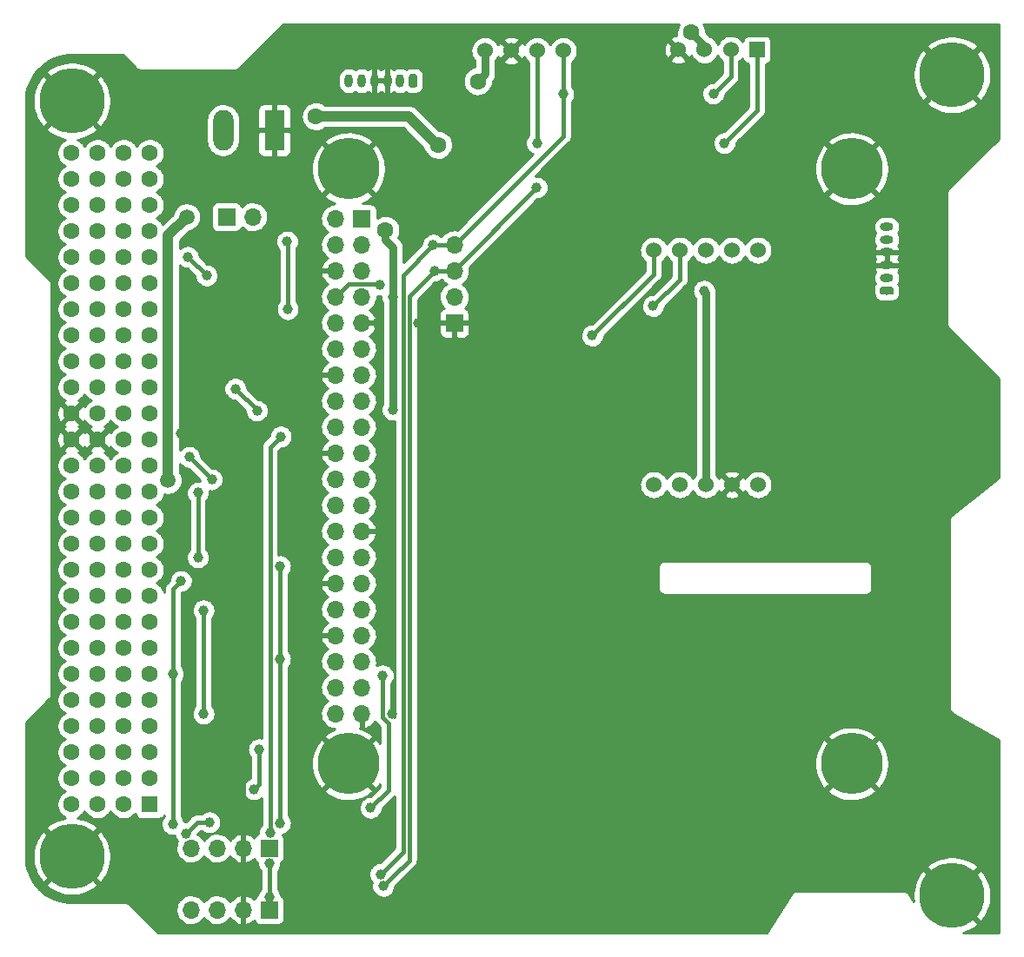
<source format=gtl>
G04 #@! TF.GenerationSoftware,KiCad,Pcbnew,6.0.0-unknown-da645c5~86~ubuntu18.04.1*
G04 #@! TF.CreationDate,2019-07-12T17:08:20-04:00*
G04 #@! TF.ProjectId,OBC,4f42432e-6b69-4636-9164-5f7063625858,rev?*
G04 #@! TF.SameCoordinates,Original*
G04 #@! TF.FileFunction,Copper,L1,Top*
G04 #@! TF.FilePolarity,Positive*
%FSLAX46Y46*%
G04 Gerber Fmt 4.6, Leading zero omitted, Abs format (unit mm)*
G04 Created by KiCad (PCBNEW 6.0.0-unknown-da645c5~86~ubuntu18.04.1) date 2019-07-12 17:08:20*
%MOMM*%
%LPD*%
G04 APERTURE LIST*
%ADD10C,6.000000*%
%ADD11O,1.700000X1.700000*%
%ADD12R,1.700000X1.700000*%
%ADD13O,1.300000X0.800000*%
%ADD14C,0.100000*%
%ADD15C,0.800000*%
%ADD16O,0.800000X1.300000*%
%ADD17C,1.524000*%
%ADD18R,1.524000X1.524000*%
%ADD19C,6.350000*%
%ADD20C,1.600000*%
%ADD21R,1.600000X1.600000*%
%ADD22O,1.980000X3.960000*%
%ADD23R,1.980000X3.960000*%
%ADD24C,1.000000*%
%ADD25C,1.500000*%
%ADD26C,0.400000*%
%ADD27C,1.000000*%
%ADD28C,0.800000*%
%ADD29C,0.254000*%
G04 APERTURE END LIST*
D10*
X169180000Y-60570000D03*
X169180000Y-118570000D03*
X120180000Y-118570000D03*
X120180000Y-60570000D03*
D11*
X130475000Y-67980000D03*
X130475000Y-70520000D03*
X130475000Y-73060000D03*
D12*
X130475000Y-75600000D03*
D13*
X172600000Y-66200000D03*
X172600000Y-67450000D03*
X172600000Y-68700000D03*
X172600000Y-69950000D03*
X172600000Y-71200000D03*
D14*
G36*
X173126537Y-72065224D02*
G01*
X173191421Y-72108579D01*
X173234776Y-72173463D01*
X173250000Y-72250000D01*
X173250000Y-72650000D01*
X173234776Y-72726537D01*
X173191421Y-72791421D01*
X173126537Y-72834776D01*
X173050000Y-72850000D01*
X172150000Y-72850000D01*
X172073463Y-72834776D01*
X172008579Y-72791421D01*
X171965224Y-72726537D01*
X171950000Y-72650000D01*
X171950000Y-72250000D01*
X171965224Y-72173463D01*
X172008579Y-72108579D01*
X172073463Y-72065224D01*
X172150000Y-72050000D01*
X173050000Y-72050000D01*
X173126537Y-72065224D01*
X173126537Y-72065224D01*
G37*
D15*
X172600000Y-72450000D03*
D16*
X120200000Y-51975000D03*
X121450000Y-51975000D03*
X122700000Y-51975000D03*
X123950000Y-51975000D03*
X125200000Y-51975000D03*
D14*
G36*
X126726537Y-51340224D02*
G01*
X126791421Y-51383579D01*
X126834776Y-51448463D01*
X126850000Y-51525000D01*
X126850000Y-52425000D01*
X126834776Y-52501537D01*
X126791421Y-52566421D01*
X126726537Y-52609776D01*
X126650000Y-52625000D01*
X126250000Y-52625000D01*
X126173463Y-52609776D01*
X126108579Y-52566421D01*
X126065224Y-52501537D01*
X126050000Y-52425000D01*
X126050000Y-51525000D01*
X126065224Y-51448463D01*
X126108579Y-51383579D01*
X126173463Y-51340224D01*
X126250000Y-51325000D01*
X126650000Y-51325000D01*
X126726537Y-51340224D01*
X126726537Y-51340224D01*
G37*
D15*
X126450000Y-51975000D03*
D17*
X160055000Y-68495000D03*
X157515000Y-68495000D03*
X154975000Y-68495000D03*
X152435000Y-68495000D03*
X149895000Y-68495000D03*
X149895000Y-91355000D03*
X152435000Y-91355000D03*
X154975000Y-91355000D03*
X157515000Y-91355000D03*
X160055000Y-91355000D03*
X152280000Y-48955000D03*
X154840000Y-48955000D03*
X157400000Y-48955000D03*
D18*
X159960000Y-48955000D03*
D17*
X141085000Y-49045000D03*
X138545000Y-49045000D03*
X136005000Y-49045000D03*
X133465000Y-49045000D03*
D19*
X178955000Y-51405000D03*
X178955000Y-131415000D03*
D20*
X95745000Y-122525000D03*
X93205000Y-122525000D03*
X95745000Y-119985000D03*
X93205000Y-119985000D03*
X95745000Y-117445000D03*
X93205000Y-117445000D03*
X95745000Y-114905000D03*
X93205000Y-114905000D03*
X95745000Y-112365000D03*
X93205000Y-112365000D03*
X95745000Y-109825000D03*
X93205000Y-109825000D03*
X95745000Y-107285000D03*
X93205000Y-107285000D03*
X95745000Y-104745000D03*
X93205000Y-104745000D03*
X95745000Y-102205000D03*
X93205000Y-102205000D03*
X95745000Y-99665000D03*
X93205000Y-99665000D03*
X95745000Y-97125000D03*
X93205000Y-97125000D03*
X95745000Y-94585000D03*
X93205000Y-94585000D03*
X95745000Y-92045000D03*
X93205000Y-92045000D03*
X95745000Y-89505000D03*
X93205000Y-89505000D03*
X95745000Y-86965000D03*
X93205000Y-86965000D03*
X95745000Y-84425000D03*
X93205000Y-84425000D03*
X95745000Y-81885000D03*
X93205000Y-81885000D03*
X95745000Y-79345000D03*
X93205000Y-79345000D03*
X95745000Y-76805000D03*
X93205000Y-76805000D03*
X95745000Y-74265000D03*
X93205000Y-74265000D03*
X95745000Y-71725000D03*
X93205000Y-71725000D03*
X95745000Y-69185000D03*
X93205000Y-69185000D03*
X95745000Y-66645000D03*
X93205000Y-66645000D03*
X95745000Y-64105000D03*
X93205000Y-64105000D03*
X95745000Y-61565000D03*
X93205000Y-61565000D03*
X95745000Y-59025000D03*
X93205000Y-59025000D03*
D21*
X100825000Y-122525000D03*
D20*
X98285000Y-122525000D03*
X100825000Y-119985000D03*
X98285000Y-119985000D03*
X100825000Y-117445000D03*
X98285000Y-117445000D03*
X100825000Y-114905000D03*
X98285000Y-114905000D03*
X100825000Y-112365000D03*
X98285000Y-112365000D03*
X100825000Y-109825000D03*
X98285000Y-109825000D03*
X100825000Y-107285000D03*
X98285000Y-107285000D03*
X100825000Y-104745000D03*
X98285000Y-104745000D03*
X100825000Y-102205000D03*
X98285000Y-102205000D03*
X100825000Y-99665000D03*
X98285000Y-99665000D03*
X100825000Y-97125000D03*
X98285000Y-97125000D03*
X100825000Y-94585000D03*
X98285000Y-94585000D03*
X100825000Y-92045000D03*
X98285000Y-92045000D03*
X100825000Y-89505000D03*
X98285000Y-89505000D03*
X100825000Y-86965000D03*
X98285000Y-86965000D03*
X100825000Y-84425000D03*
X98285000Y-84425000D03*
X100825000Y-81885000D03*
X98285000Y-81885000D03*
X100825000Y-79345000D03*
X98285000Y-79345000D03*
X100825000Y-76805000D03*
X98285000Y-76805000D03*
X100825000Y-74265000D03*
X98285000Y-74265000D03*
X100825000Y-71725000D03*
X98285000Y-71725000D03*
X100825000Y-69185000D03*
X98285000Y-69185000D03*
X100825000Y-66645000D03*
X98285000Y-66645000D03*
X100825000Y-64105000D03*
X98285000Y-64105000D03*
X100825000Y-61565000D03*
X98285000Y-61565000D03*
X100825000Y-59025000D03*
X98285000Y-59025000D03*
D19*
X93225000Y-53945000D03*
X93225000Y-127605000D03*
D11*
X104830000Y-132800000D03*
X107370000Y-132800000D03*
X109910000Y-132800000D03*
D12*
X112450000Y-132800000D03*
D11*
X104830000Y-126800000D03*
X107370000Y-126800000D03*
X109910000Y-126800000D03*
D12*
X112450000Y-126800000D03*
D22*
X107950000Y-56800000D03*
D23*
X112950000Y-56800000D03*
D11*
X110840000Y-65250000D03*
D12*
X108300000Y-65250000D03*
D11*
X118910000Y-113700000D03*
X121450000Y-113700000D03*
X118910000Y-111160000D03*
X121450000Y-111160000D03*
X118910000Y-108620000D03*
X121450000Y-108620000D03*
X118910000Y-106080000D03*
X121450000Y-106080000D03*
X118910000Y-103540000D03*
X121450000Y-103540000D03*
X118910000Y-101000000D03*
X121450000Y-101000000D03*
X118910000Y-98460000D03*
X121450000Y-98460000D03*
X118910000Y-95920000D03*
X121450000Y-95920000D03*
X118910000Y-93380000D03*
X121450000Y-93380000D03*
X118910000Y-90840000D03*
X121450000Y-90840000D03*
X118910000Y-88300000D03*
X121450000Y-88300000D03*
X118910000Y-85760000D03*
X121450000Y-85760000D03*
X118910000Y-83220000D03*
X121450000Y-83220000D03*
X118910000Y-80680000D03*
X121450000Y-80680000D03*
X118910000Y-78140000D03*
X121450000Y-78140000D03*
X118910000Y-75600000D03*
X121450000Y-75600000D03*
X118910000Y-73060000D03*
X121450000Y-73060000D03*
X118910000Y-70520000D03*
X121450000Y-70520000D03*
X118910000Y-67980000D03*
X121450000Y-67980000D03*
X118910000Y-65440000D03*
D12*
X121450000Y-65440000D03*
D24*
X123500000Y-109950000D03*
X122325000Y-122875000D03*
X125750000Y-63575000D03*
X123925000Y-57825000D03*
D25*
X104425000Y-65250000D03*
D24*
X168625000Y-74350000D03*
X168600000Y-69950000D03*
X130500000Y-79425000D03*
X164280000Y-60570000D03*
X160900000Y-60600000D03*
X104525000Y-69150000D03*
X106350000Y-70975000D03*
D25*
X102600000Y-90950000D03*
D24*
X111450000Y-117150000D03*
X110950000Y-121050000D03*
X106050000Y-113700000D03*
X106050000Y-103600000D03*
X113500000Y-108350000D03*
X113500000Y-99300000D03*
X103850000Y-100750000D03*
X103050000Y-109800000D03*
X116250000Y-106100000D03*
X116400000Y-101000000D03*
X105500000Y-98450000D03*
X105500000Y-92150000D03*
X104650000Y-88650000D03*
X106850000Y-90850000D03*
X116250000Y-87350000D03*
X109150000Y-82000000D03*
X111250000Y-84150000D03*
X116400000Y-80700000D03*
X112500000Y-70500000D03*
X114200000Y-67650000D03*
X114250000Y-74250000D03*
X116450000Y-70500000D03*
X103850000Y-86350000D03*
X128425000Y-67975000D03*
X128525000Y-70525000D03*
D20*
X116979999Y-55445001D03*
X128900000Y-58225000D03*
X153550000Y-47275000D03*
D24*
X138525000Y-58050000D03*
X138500000Y-62400000D03*
X156775000Y-58050000D03*
X141085000Y-53285000D03*
X155700000Y-53250000D03*
X123200000Y-71850000D03*
X149825000Y-73950000D03*
X143900000Y-76825000D03*
X126975000Y-75600000D03*
X103050000Y-124450000D03*
X113500000Y-124375000D03*
X106625000Y-124275000D03*
X104350000Y-125350000D03*
X109850000Y-119950000D03*
X110825000Y-88125000D03*
X114950000Y-63800000D03*
D20*
X132775000Y-52025000D03*
D24*
X124475000Y-84050000D03*
D20*
X123775000Y-66525000D03*
D24*
X112525000Y-125275000D03*
X124475000Y-73075000D03*
X113575001Y-86660000D03*
X154800000Y-72450000D03*
X112450000Y-131550000D03*
X112450000Y-128250000D03*
X123550000Y-130500000D03*
X123275000Y-129325000D03*
X127850000Y-113700000D03*
X124450000Y-113700000D03*
X123000000Y-75600000D03*
X124100000Y-97125000D03*
X127450000Y-97125000D03*
X124075000Y-99725000D03*
X109850000Y-106075000D03*
D26*
X123500000Y-114082002D02*
X123500000Y-109950000D01*
X124050000Y-121150000D02*
X124050000Y-114632002D01*
X124050000Y-114632002D02*
X123500000Y-114082002D01*
X122325000Y-122875000D02*
X124050000Y-121150000D01*
X123179999Y-63569999D02*
X125744999Y-63569999D01*
X120180000Y-60570000D02*
X123179999Y-63569999D01*
X125744999Y-63569999D02*
X125750000Y-63575000D01*
D27*
X102600000Y-67075000D02*
X104425000Y-65250000D01*
X102600000Y-68743998D02*
X102600000Y-67075000D01*
D26*
X168600000Y-74325000D02*
X168625000Y-74350000D01*
X168600000Y-69950000D02*
X168600000Y-74325000D01*
X130475000Y-79400000D02*
X130500000Y-79425000D01*
X130475000Y-75600000D02*
X130475000Y-79400000D01*
X104525000Y-69150000D02*
X106350000Y-70975000D01*
D27*
X102600000Y-90950000D02*
X102600000Y-68743998D01*
D26*
X111450000Y-120550000D02*
X111450000Y-117150000D01*
X110950000Y-121050000D02*
X111450000Y-120550000D01*
X106050000Y-103600000D02*
X106050000Y-113700000D01*
X113500000Y-99300000D02*
X113500000Y-108350000D01*
X103050000Y-101550000D02*
X103850000Y-100750000D01*
X103050000Y-109800000D02*
X103050000Y-101550000D01*
X105500000Y-92150000D02*
X105500000Y-98450000D01*
X106850000Y-90850000D02*
X104650000Y-88650000D01*
X111250000Y-84100000D02*
X109150000Y-82000000D01*
X111250000Y-84150000D02*
X111250000Y-84100000D01*
X114250000Y-67700000D02*
X114200000Y-67650000D01*
X114250000Y-74250000D02*
X114250000Y-67700000D01*
X130470000Y-67975000D02*
X130475000Y-67980000D01*
X128425000Y-67975000D02*
X130470000Y-67975000D01*
X130470000Y-70525000D02*
X130475000Y-70520000D01*
X128525000Y-70525000D02*
X130470000Y-70525000D01*
D27*
X116979999Y-55445001D02*
X125995001Y-55445001D01*
X125995001Y-55445001D02*
X128775000Y-58225000D01*
X128775000Y-58225000D02*
X128900000Y-58225000D01*
D28*
X154840000Y-48565000D02*
X153550000Y-47275000D01*
D26*
X154840000Y-48955000D02*
X154840000Y-48565000D01*
X141085000Y-57370000D02*
X130475000Y-67980000D01*
X138545000Y-49045000D02*
X138545000Y-58030000D01*
X138545000Y-58030000D02*
X138525000Y-58050000D01*
X130475000Y-70425000D02*
X130475000Y-70520000D01*
X138500000Y-62400000D02*
X130475000Y-70425000D01*
X159960000Y-54865000D02*
X156775000Y-58050000D01*
X159960000Y-48955000D02*
X159960000Y-54865000D01*
X141085000Y-53285000D02*
X141085000Y-57370000D01*
X141085000Y-49045000D02*
X141085000Y-53285000D01*
X157400000Y-51550000D02*
X155700000Y-53250000D01*
X157400000Y-48955000D02*
X157400000Y-51550000D01*
X123159999Y-71809999D02*
X123200000Y-71850000D01*
X118910000Y-73060000D02*
X120160001Y-71809999D01*
X120160001Y-71809999D02*
X123159999Y-71809999D01*
X152435000Y-71340000D02*
X149825000Y-73950000D01*
X152435000Y-68495000D02*
X152435000Y-71340000D01*
X149895000Y-70830000D02*
X149895000Y-68495000D01*
X143900000Y-76825000D02*
X149895000Y-70830000D01*
X103050000Y-109800000D02*
X103050000Y-124450000D01*
X113500000Y-108350000D02*
X113500000Y-124375000D01*
X106625000Y-124275000D02*
X105425000Y-124275000D01*
X105425000Y-124275000D02*
X104350000Y-125350000D01*
X109910000Y-126800000D02*
X109910000Y-120010000D01*
X109910000Y-120010000D02*
X109850000Y-119950000D01*
X116450000Y-70500000D02*
X116450000Y-65300000D01*
X116450000Y-65300000D02*
X114950000Y-63800000D01*
D28*
X123775000Y-67505002D02*
X124475000Y-68205002D01*
X124475000Y-68205002D02*
X124475000Y-73075000D01*
D26*
X154975000Y-72625000D02*
X154800000Y-72450000D01*
D28*
X124475000Y-73075000D02*
X124475000Y-84050000D01*
X133465000Y-49045000D02*
X133465000Y-51335000D01*
X154975000Y-91355000D02*
X154975000Y-72625000D01*
X123775000Y-66525000D02*
X123775000Y-67505002D01*
X133465000Y-51335000D02*
X132775000Y-52025000D01*
D26*
X112450000Y-131550000D02*
X112450000Y-128250000D01*
X126074999Y-72975001D02*
X128525000Y-70525000D01*
X126074999Y-127974999D02*
X126074999Y-72975001D01*
X123550000Y-130500000D02*
X124500000Y-129549998D01*
X124500000Y-129549998D02*
X126074999Y-127974999D01*
X125474989Y-127125011D02*
X123275000Y-129325000D01*
X128425000Y-67975000D02*
X125474989Y-70925011D01*
X125474989Y-70925011D02*
X125474989Y-127125011D01*
X112525000Y-87710001D02*
X112525000Y-125275000D01*
X113575001Y-86660000D02*
X112525000Y-87710001D01*
D29*
G36*
X152248929Y-46653167D02*
G01*
X152237336Y-46678028D01*
X152145751Y-46947058D01*
X152139766Y-46973829D01*
X152108087Y-47256250D01*
X152107992Y-47283682D01*
X152137214Y-47561713D01*
X152122820Y-47562165D01*
X152100405Y-47564877D01*
X151878654Y-47612012D01*
X151857073Y-47618651D01*
X151647175Y-47704309D01*
X151627112Y-47714665D01*
X151511454Y-47788063D01*
X151464283Y-47841876D01*
X151453694Y-47912648D01*
X151489700Y-47985096D01*
X153249748Y-49745144D01*
X153312555Y-49779439D01*
X153383933Y-49774334D01*
X153445332Y-49725622D01*
X153506390Y-49633722D01*
X153517164Y-49613879D01*
X153559990Y-49514914D01*
X153609804Y-49626798D01*
X153620785Y-49646527D01*
X153748212Y-49834030D01*
X153762513Y-49851502D01*
X153921129Y-50013476D01*
X153938298Y-50028140D01*
X154123091Y-50159465D01*
X154142586Y-50170857D01*
X154347714Y-50267383D01*
X154368918Y-50275143D01*
X154587898Y-50333818D01*
X154610140Y-50337700D01*
X154836049Y-50356671D01*
X154858629Y-50356552D01*
X155084327Y-50335217D01*
X155106528Y-50331103D01*
X155324880Y-50270138D01*
X155346001Y-50262156D01*
X155550107Y-50163487D01*
X155569481Y-50151892D01*
X155752889Y-50018639D01*
X155769904Y-50003796D01*
X155926816Y-49840170D01*
X155940934Y-49822549D01*
X156066390Y-49633722D01*
X156077164Y-49613879D01*
X156119990Y-49514914D01*
X156169804Y-49626798D01*
X156180785Y-49646527D01*
X156308212Y-49834030D01*
X156322513Y-49851502D01*
X156481129Y-50013476D01*
X156498298Y-50028140D01*
X156565000Y-50075543D01*
X156565001Y-51204129D01*
X155656747Y-52112384D01*
X155448362Y-52136495D01*
X155418691Y-52143618D01*
X155190018Y-52228660D01*
X155162902Y-52242656D01*
X154961115Y-52379790D01*
X154938120Y-52399850D01*
X154774869Y-52581159D01*
X154757322Y-52606124D01*
X154642032Y-52821140D01*
X154630948Y-52849570D01*
X154570274Y-53085879D01*
X154566291Y-53116133D01*
X154563736Y-53360095D01*
X154567085Y-53390426D01*
X154622797Y-53627954D01*
X154633283Y-53656610D01*
X154744045Y-53873993D01*
X154761065Y-53899320D01*
X154920483Y-54084008D01*
X154943052Y-54104545D01*
X155141923Y-54245875D01*
X155168740Y-54260436D01*
X155395581Y-54350249D01*
X155425097Y-54357992D01*
X155666815Y-54391103D01*
X155697326Y-54391582D01*
X155939964Y-54366079D01*
X155969709Y-54359267D01*
X156199260Y-54276624D01*
X156226521Y-54262913D01*
X156429732Y-54127899D01*
X156452935Y-54108081D01*
X156618076Y-53928492D01*
X156635883Y-53903712D01*
X156753419Y-53689916D01*
X156764801Y-53661603D01*
X156827946Y-53425942D01*
X156832266Y-53394402D01*
X156833280Y-53297589D01*
X157924292Y-52206577D01*
X157931356Y-52202120D01*
X157958778Y-52178783D01*
X158009366Y-52121503D01*
X158026380Y-52104489D01*
X158038203Y-52090851D01*
X158048102Y-52077643D01*
X158093027Y-52026775D01*
X158112795Y-51996681D01*
X158119530Y-51982337D01*
X158129032Y-51969658D01*
X158146324Y-51938075D01*
X158170145Y-51874530D01*
X158198986Y-51813102D01*
X158209631Y-51777900D01*
X158211793Y-51763430D01*
X158217512Y-51748176D01*
X158225244Y-51713009D01*
X158231096Y-51634274D01*
X158233605Y-51617481D01*
X158235000Y-51598712D01*
X158235000Y-51581730D01*
X158240274Y-51510762D01*
X158237825Y-51474837D01*
X158235000Y-51461603D01*
X158235000Y-50075228D01*
X158312889Y-50018639D01*
X158329904Y-50003796D01*
X158486816Y-49840170D01*
X158500934Y-49822549D01*
X158557792Y-49736971D01*
X158559490Y-49749870D01*
X158628599Y-50007789D01*
X158653984Y-50056553D01*
X158769138Y-50193788D01*
X158802926Y-50222139D01*
X158958073Y-50311713D01*
X158999520Y-50326799D01*
X159125000Y-50348925D01*
X159125001Y-54519129D01*
X156731748Y-56912384D01*
X156523362Y-56936495D01*
X156493691Y-56943618D01*
X156265018Y-57028660D01*
X156237902Y-57042656D01*
X156036115Y-57179790D01*
X156013120Y-57199850D01*
X155849869Y-57381159D01*
X155832322Y-57406124D01*
X155717032Y-57621140D01*
X155705948Y-57649570D01*
X155645274Y-57885879D01*
X155641291Y-57916133D01*
X155638736Y-58160095D01*
X155642085Y-58190426D01*
X155697797Y-58427954D01*
X155708283Y-58456610D01*
X155819045Y-58673993D01*
X155836065Y-58699320D01*
X155995483Y-58884008D01*
X156018052Y-58904545D01*
X156216923Y-59045875D01*
X156243740Y-59060436D01*
X156470581Y-59150249D01*
X156500097Y-59157992D01*
X156741815Y-59191103D01*
X156772326Y-59191582D01*
X157014964Y-59166079D01*
X157044709Y-59159267D01*
X157274260Y-59076624D01*
X157301521Y-59062913D01*
X157504732Y-58927899D01*
X157527935Y-58908081D01*
X157693076Y-58728492D01*
X157710883Y-58703712D01*
X157828419Y-58489916D01*
X157839801Y-58461603D01*
X157902946Y-58225942D01*
X157907266Y-58194402D01*
X157908280Y-58097589D01*
X158062817Y-57943052D01*
X166759116Y-57943052D01*
X166792802Y-58003198D01*
X169090197Y-60300593D01*
X169153004Y-60334888D01*
X169224382Y-60329783D01*
X169269803Y-60300593D01*
X171564280Y-58006116D01*
X171598575Y-57943309D01*
X171593470Y-57871931D01*
X171558214Y-57820830D01*
X171436192Y-57713819D01*
X171425571Y-57705461D01*
X171119908Y-57490238D01*
X171108460Y-57483056D01*
X170781656Y-57301533D01*
X170769509Y-57295609D01*
X170425267Y-57149841D01*
X170412559Y-57145240D01*
X170054776Y-57036879D01*
X170041652Y-57033656D01*
X169674380Y-56963927D01*
X169660987Y-56962116D01*
X169288384Y-56931810D01*
X169274875Y-56931433D01*
X168901162Y-56940892D01*
X168887688Y-56941952D01*
X168517096Y-56991071D01*
X168503812Y-56993557D01*
X168140538Y-57081778D01*
X168127594Y-57085662D01*
X167775751Y-57211986D01*
X167763292Y-57217223D01*
X167426866Y-57380220D01*
X167415034Y-57386751D01*
X167097833Y-57584576D01*
X167086763Y-57592328D01*
X166804329Y-57813386D01*
X166762686Y-57871581D01*
X166759116Y-57943052D01*
X158062817Y-57943052D01*
X160484292Y-55521577D01*
X160491356Y-55517120D01*
X160518778Y-55493783D01*
X160569366Y-55436503D01*
X160586380Y-55419489D01*
X160598203Y-55405851D01*
X160608102Y-55392643D01*
X160653027Y-55341775D01*
X160672795Y-55311681D01*
X160679530Y-55297337D01*
X160689032Y-55284658D01*
X160706324Y-55253075D01*
X160730145Y-55189530D01*
X160758986Y-55128102D01*
X160769631Y-55092900D01*
X160771793Y-55078430D01*
X160777512Y-55063176D01*
X160785244Y-55028009D01*
X160791096Y-54949274D01*
X160793605Y-54932481D01*
X160795000Y-54913712D01*
X160795000Y-54896730D01*
X160800274Y-54825762D01*
X160797825Y-54789837D01*
X160795000Y-54776603D01*
X160795000Y-54156045D01*
X176412072Y-54156045D01*
X176417177Y-54227423D01*
X176451191Y-54277421D01*
X176549053Y-54365536D01*
X176559383Y-54373901D01*
X176871693Y-54600807D01*
X176882842Y-54608047D01*
X177217159Y-54801065D01*
X177229003Y-54807100D01*
X177581664Y-54964115D01*
X177594075Y-54968879D01*
X177961216Y-55088171D01*
X177974056Y-55091612D01*
X178351656Y-55171873D01*
X178364786Y-55173952D01*
X178748707Y-55214304D01*
X178761982Y-55215000D01*
X179148018Y-55215000D01*
X179161293Y-55214304D01*
X179545214Y-55173952D01*
X179558344Y-55171873D01*
X179935944Y-55091612D01*
X179948784Y-55088171D01*
X180315925Y-54968879D01*
X180328336Y-54964115D01*
X180680997Y-54807100D01*
X180692841Y-54801065D01*
X181027158Y-54608047D01*
X181038307Y-54600807D01*
X181350617Y-54373901D01*
X181360947Y-54365536D01*
X181458809Y-54277421D01*
X181496345Y-54216495D01*
X181494982Y-54144948D01*
X181463633Y-54093238D01*
X179044803Y-51674407D01*
X178981996Y-51640112D01*
X178910618Y-51645217D01*
X178865197Y-51674407D01*
X176446367Y-54093238D01*
X176412072Y-54156045D01*
X160795000Y-54156045D01*
X160795000Y-51211982D01*
X175145000Y-51211982D01*
X175145000Y-51598018D01*
X175145696Y-51611293D01*
X175186048Y-51995214D01*
X175188127Y-52008344D01*
X175268388Y-52385944D01*
X175271829Y-52398784D01*
X175391121Y-52765925D01*
X175395885Y-52778336D01*
X175552900Y-53130997D01*
X175558935Y-53142841D01*
X175751953Y-53477158D01*
X175759193Y-53488307D01*
X175986099Y-53800617D01*
X175994464Y-53810947D01*
X176082579Y-53908809D01*
X176143505Y-53946345D01*
X176215052Y-53944982D01*
X176266762Y-53913633D01*
X178685593Y-51494803D01*
X178719888Y-51431996D01*
X178716027Y-51378004D01*
X179190112Y-51378004D01*
X179195217Y-51449382D01*
X179224407Y-51494803D01*
X181643238Y-53913633D01*
X181706045Y-53947928D01*
X181777423Y-53942823D01*
X181827421Y-53908809D01*
X181915536Y-53810947D01*
X181923901Y-53800617D01*
X182150807Y-53488307D01*
X182158047Y-53477158D01*
X182351065Y-53142841D01*
X182357100Y-53130997D01*
X182514115Y-52778336D01*
X182518879Y-52765925D01*
X182638171Y-52398784D01*
X182641612Y-52385944D01*
X182721873Y-52008344D01*
X182723952Y-51995214D01*
X182764304Y-51611293D01*
X182765000Y-51598018D01*
X182765000Y-51211982D01*
X182764304Y-51198707D01*
X182723952Y-50814786D01*
X182721873Y-50801656D01*
X182641612Y-50424056D01*
X182638171Y-50411216D01*
X182518879Y-50044075D01*
X182514115Y-50031664D01*
X182357100Y-49679003D01*
X182351065Y-49667159D01*
X182158047Y-49332842D01*
X182150807Y-49321693D01*
X181923901Y-49009383D01*
X181915536Y-48999053D01*
X181827421Y-48901191D01*
X181766495Y-48863655D01*
X181694948Y-48865018D01*
X181643238Y-48896367D01*
X179224407Y-51315197D01*
X179190112Y-51378004D01*
X178716027Y-51378004D01*
X178714783Y-51360618D01*
X178685593Y-51315197D01*
X176266762Y-48896367D01*
X176203955Y-48862072D01*
X176132577Y-48867177D01*
X176082579Y-48901191D01*
X175994464Y-48999053D01*
X175986099Y-49009383D01*
X175759193Y-49321693D01*
X175751953Y-49332842D01*
X175558935Y-49667159D01*
X175552900Y-49679003D01*
X175395885Y-50031664D01*
X175391121Y-50044075D01*
X175271829Y-50411216D01*
X175268388Y-50424056D01*
X175188127Y-50801656D01*
X175186048Y-50814786D01*
X175145696Y-51198707D01*
X175145000Y-51211982D01*
X160795000Y-51211982D01*
X160795000Y-50344757D01*
X161012789Y-50286401D01*
X161061553Y-50261016D01*
X161198788Y-50145862D01*
X161227139Y-50112074D01*
X161316713Y-49956927D01*
X161331799Y-49915480D01*
X161362908Y-49739053D01*
X161364837Y-49717000D01*
X161364837Y-48593505D01*
X176413655Y-48593505D01*
X176415018Y-48665052D01*
X176446367Y-48716762D01*
X178865197Y-51135593D01*
X178928004Y-51169888D01*
X178999382Y-51164783D01*
X179044803Y-51135593D01*
X181463633Y-48716762D01*
X181497928Y-48653955D01*
X181492823Y-48582577D01*
X181458809Y-48532579D01*
X181360947Y-48444464D01*
X181350617Y-48436099D01*
X181038307Y-48209193D01*
X181027158Y-48201953D01*
X180692841Y-48008935D01*
X180680997Y-48002900D01*
X180328336Y-47845885D01*
X180315925Y-47841121D01*
X179948784Y-47721829D01*
X179935944Y-47718388D01*
X179558344Y-47638127D01*
X179545214Y-47636048D01*
X179161293Y-47595696D01*
X179148018Y-47595000D01*
X178761982Y-47595000D01*
X178748707Y-47595696D01*
X178364786Y-47636048D01*
X178351656Y-47638127D01*
X177974056Y-47718388D01*
X177961216Y-47721829D01*
X177594075Y-47841121D01*
X177581664Y-47845885D01*
X177229003Y-48002900D01*
X177217159Y-48008935D01*
X176882842Y-48201953D01*
X176871693Y-48209193D01*
X176559383Y-48436099D01*
X176549053Y-48444464D01*
X176451191Y-48532579D01*
X176413655Y-48593505D01*
X161364837Y-48593505D01*
X161364837Y-48193000D01*
X161360510Y-48160130D01*
X161291401Y-47902212D01*
X161266016Y-47853448D01*
X161150862Y-47716212D01*
X161117074Y-47687861D01*
X160961927Y-47598287D01*
X160920480Y-47583201D01*
X160744053Y-47552092D01*
X160722000Y-47550163D01*
X159198000Y-47550163D01*
X159165130Y-47554490D01*
X158907212Y-47623599D01*
X158858448Y-47648984D01*
X158721212Y-47764138D01*
X158692861Y-47797926D01*
X158603287Y-47953073D01*
X158588201Y-47994520D01*
X158557629Y-48167903D01*
X158544829Y-48146259D01*
X158531653Y-48127922D01*
X158383519Y-47956308D01*
X158367305Y-47940595D01*
X158191123Y-47797926D01*
X158172382Y-47785333D01*
X157973720Y-47676117D01*
X157953045Y-47667041D01*
X157738182Y-47594732D01*
X157716227Y-47589461D01*
X157491955Y-47556343D01*
X157469413Y-47555044D01*
X157242821Y-47562165D01*
X157220405Y-47564877D01*
X156998654Y-47612012D01*
X156977073Y-47618651D01*
X156767175Y-47704309D01*
X156747111Y-47714665D01*
X156555698Y-47836139D01*
X156537785Y-47849885D01*
X156370909Y-48003336D01*
X156355713Y-48020036D01*
X156218648Y-48200612D01*
X156206649Y-48219739D01*
X156120216Y-48389373D01*
X156109951Y-48361772D01*
X156100230Y-48341393D01*
X155984829Y-48146259D01*
X155971653Y-48127922D01*
X155823519Y-47956308D01*
X155807305Y-47940595D01*
X155631123Y-47797926D01*
X155612382Y-47785333D01*
X155416181Y-47677470D01*
X154984622Y-47245912D01*
X154985015Y-47133348D01*
X154982053Y-47105633D01*
X154921027Y-46828070D01*
X154912278Y-46802071D01*
X154793073Y-46544088D01*
X154778944Y-46520574D01*
X154732966Y-46460000D01*
X183500000Y-46460000D01*
X183500001Y-57612341D01*
X178686011Y-62435864D01*
X178684602Y-62436753D01*
X178657180Y-62460090D01*
X178621399Y-62500603D01*
X178609779Y-62512247D01*
X178597971Y-62525894D01*
X178591926Y-62533976D01*
X178560853Y-62569160D01*
X178541083Y-62599256D01*
X178537676Y-62606512D01*
X178532883Y-62612921D01*
X178515622Y-62644524D01*
X178499195Y-62688478D01*
X178479242Y-62730975D01*
X178468597Y-62766179D01*
X178467560Y-62773118D01*
X178464679Y-62780826D01*
X178456981Y-62816003D01*
X178452965Y-62870767D01*
X178451394Y-62881284D01*
X178450000Y-62900052D01*
X178450000Y-62911220D01*
X178446341Y-62961127D01*
X178448826Y-62997049D01*
X178450000Y-63002522D01*
X178450001Y-75613876D01*
X178449563Y-75615812D01*
X178446675Y-75651705D01*
X178450001Y-75705318D01*
X178450001Y-75721470D01*
X178451283Y-75739473D01*
X178452759Y-75749783D01*
X178455685Y-75796939D01*
X178462987Y-75832199D01*
X178465600Y-75839436D01*
X178466690Y-75847049D01*
X178476796Y-75881610D01*
X178496352Y-75924620D01*
X178512397Y-75969067D01*
X178529762Y-76001487D01*
X178533754Y-76006882D01*
X178537024Y-76014074D01*
X178556425Y-76044411D01*
X178592531Y-76086314D01*
X178598986Y-76095037D01*
X178611275Y-76109300D01*
X178618947Y-76116972D01*
X178651410Y-76154647D01*
X178678545Y-76178317D01*
X178683510Y-76181535D01*
X183500000Y-80998027D01*
X183500001Y-90639605D01*
X178936506Y-94286623D01*
X178904600Y-94306754D01*
X178877180Y-94330091D01*
X178835495Y-94377290D01*
X178792398Y-94423153D01*
X178782353Y-94437461D01*
X178780851Y-94439162D01*
X178776374Y-94445978D01*
X178771711Y-94452620D01*
X178770688Y-94454634D01*
X178761084Y-94469256D01*
X178734327Y-94526246D01*
X178705830Y-94582371D01*
X178700204Y-94598926D01*
X178699239Y-94600981D01*
X178697091Y-94608085D01*
X178694245Y-94616459D01*
X178693732Y-94619192D01*
X178688597Y-94636176D01*
X178680930Y-94687475D01*
X178667429Y-94759487D01*
X178665878Y-94795462D01*
X178670000Y-94836897D01*
X178670001Y-113023957D01*
X178667605Y-113047093D01*
X178670001Y-113108416D01*
X178670001Y-113131470D01*
X178671284Y-113149478D01*
X178671726Y-113152566D01*
X178673286Y-113192493D01*
X178679778Y-113227912D01*
X178684559Y-113242170D01*
X178686690Y-113257050D01*
X178696796Y-113291610D01*
X178713336Y-113327987D01*
X178726041Y-113365877D01*
X178742213Y-113398049D01*
X178750800Y-113410387D01*
X178757024Y-113424076D01*
X178776425Y-113454411D01*
X178802508Y-113484682D01*
X178825338Y-113517484D01*
X178850498Y-113544312D01*
X178861287Y-113552897D01*
X178871409Y-113564645D01*
X178898545Y-113588318D01*
X178937641Y-113613659D01*
X178941562Y-113616779D01*
X178957118Y-113627376D01*
X178972618Y-113636329D01*
X179020653Y-113667464D01*
X179049971Y-113681011D01*
X183500000Y-116251525D01*
X183500001Y-135060000D01*
X180066262Y-135060000D01*
X180315925Y-134978879D01*
X180328336Y-134974115D01*
X180680997Y-134817100D01*
X180692841Y-134811065D01*
X181027158Y-134618047D01*
X181038307Y-134610807D01*
X181350617Y-134383901D01*
X181360947Y-134375536D01*
X181458809Y-134287421D01*
X181496345Y-134226495D01*
X181494982Y-134154948D01*
X181463633Y-134103238D01*
X178748400Y-131388004D01*
X179190112Y-131388004D01*
X179195217Y-131459382D01*
X179224407Y-131504803D01*
X181643238Y-133923633D01*
X181706045Y-133957928D01*
X181777423Y-133952823D01*
X181827421Y-133918809D01*
X181915536Y-133820947D01*
X181923901Y-133810617D01*
X182150807Y-133498307D01*
X182158047Y-133487158D01*
X182351065Y-133152841D01*
X182357100Y-133140997D01*
X182514115Y-132788336D01*
X182518879Y-132775925D01*
X182638171Y-132408784D01*
X182641612Y-132395944D01*
X182721873Y-132018344D01*
X182723952Y-132005214D01*
X182764304Y-131621293D01*
X182765000Y-131608018D01*
X182765000Y-131221982D01*
X182764304Y-131208707D01*
X182723952Y-130824786D01*
X182721873Y-130811656D01*
X182641612Y-130434056D01*
X182638171Y-130421216D01*
X182518879Y-130054075D01*
X182514115Y-130041664D01*
X182357100Y-129689003D01*
X182351065Y-129677159D01*
X182158047Y-129342842D01*
X182150807Y-129331693D01*
X181923901Y-129019383D01*
X181915536Y-129009053D01*
X181827421Y-128911191D01*
X181766495Y-128873655D01*
X181694948Y-128875018D01*
X181643238Y-128906367D01*
X179224407Y-131325197D01*
X179190112Y-131388004D01*
X178748400Y-131388004D01*
X178685593Y-131325197D01*
X176266762Y-128906367D01*
X176203955Y-128872072D01*
X176132577Y-128877177D01*
X176082579Y-128911191D01*
X175994464Y-129009053D01*
X175986099Y-129019383D01*
X175759193Y-129331693D01*
X175751953Y-129342842D01*
X175558935Y-129677159D01*
X175552900Y-129689003D01*
X175395885Y-130041664D01*
X175391121Y-130054075D01*
X175271829Y-130421216D01*
X175268388Y-130434056D01*
X175188127Y-130811656D01*
X175186048Y-130824786D01*
X175145696Y-131208707D01*
X175145000Y-131221982D01*
X175145000Y-131608018D01*
X175145696Y-131621293D01*
X175181251Y-131959571D01*
X174782013Y-131320168D01*
X174780895Y-131317667D01*
X174738322Y-131250191D01*
X174724309Y-131227750D01*
X174723209Y-131226240D01*
X174703247Y-131194601D01*
X174679909Y-131167179D01*
X174660404Y-131149953D01*
X174643645Y-131130072D01*
X174616769Y-131106108D01*
X174592595Y-131090065D01*
X174570840Y-131070852D01*
X174540746Y-131051085D01*
X174517192Y-131040026D01*
X174495521Y-131025645D01*
X174462999Y-131010189D01*
X174435304Y-131001579D01*
X174409027Y-130989242D01*
X174373825Y-130978597D01*
X174349860Y-130975015D01*
X174324045Y-130966990D01*
X174288493Y-130961283D01*
X174247992Y-130960597D01*
X174239949Y-130960000D01*
X174212674Y-130960000D01*
X174143001Y-130958821D01*
X174133644Y-130960000D01*
X163887279Y-130960000D01*
X163883649Y-130959504D01*
X163806951Y-130960000D01*
X163778530Y-130960000D01*
X163775693Y-130960202D01*
X163738139Y-130960445D01*
X163702529Y-130965779D01*
X163678145Y-130973081D01*
X163652950Y-130976689D01*
X163618390Y-130986795D01*
X163591460Y-130999039D01*
X163563129Y-131007523D01*
X163530448Y-131022638D01*
X163509101Y-131036485D01*
X163485924Y-131047023D01*
X163455588Y-131066424D01*
X163433181Y-131085732D01*
X163408369Y-131101826D01*
X163380736Y-131126097D01*
X163365380Y-131144154D01*
X163345353Y-131161410D01*
X163321683Y-131188544D01*
X163299592Y-131222626D01*
X163294241Y-131229956D01*
X163280023Y-131252816D01*
X163242536Y-131310652D01*
X163238154Y-131320136D01*
X160912142Y-135060000D01*
X101628026Y-135060000D01*
X99308589Y-132740563D01*
X103341693Y-132740563D01*
X103350339Y-132970862D01*
X103352957Y-132992176D01*
X103400282Y-133217725D01*
X103406453Y-133238295D01*
X103491104Y-133452646D01*
X103500652Y-133471881D01*
X103620209Y-133668905D01*
X103632862Y-133686257D01*
X103783906Y-133860320D01*
X103799302Y-133875292D01*
X103977515Y-134021417D01*
X103995213Y-134033580D01*
X104195498Y-134147589D01*
X104214993Y-134156597D01*
X104431624Y-134235230D01*
X104458269Y-134241750D01*
X104776275Y-134283899D01*
X104792962Y-134285000D01*
X104887854Y-134285000D01*
X104898592Y-134284545D01*
X105070374Y-134269969D01*
X105091541Y-134266351D01*
X105314610Y-134208454D01*
X105334866Y-134201321D01*
X105544992Y-134106666D01*
X105563757Y-134096222D01*
X105754930Y-133967517D01*
X105771666Y-133954060D01*
X105938420Y-133794984D01*
X105952650Y-133778901D01*
X106090218Y-133594003D01*
X106101534Y-133575751D01*
X106102513Y-133573825D01*
X106160209Y-133668905D01*
X106172862Y-133686257D01*
X106323906Y-133860320D01*
X106339302Y-133875292D01*
X106517515Y-134021417D01*
X106535213Y-134033580D01*
X106735498Y-134147589D01*
X106754993Y-134156597D01*
X106971624Y-134235230D01*
X106998269Y-134241750D01*
X107316275Y-134283899D01*
X107332962Y-134285000D01*
X107427854Y-134285000D01*
X107438592Y-134284545D01*
X107610374Y-134269969D01*
X107631541Y-134266351D01*
X107854610Y-134208454D01*
X107874866Y-134201321D01*
X108084992Y-134106666D01*
X108103757Y-134096222D01*
X108294930Y-133967517D01*
X108311666Y-133954060D01*
X108478420Y-133794984D01*
X108492650Y-133778901D01*
X108630218Y-133594003D01*
X108641534Y-133575751D01*
X108642513Y-133573825D01*
X108700209Y-133668905D01*
X108712862Y-133686257D01*
X108863906Y-133860320D01*
X108879302Y-133875292D01*
X109057515Y-134021417D01*
X109075213Y-134033580D01*
X109275498Y-134147589D01*
X109294993Y-134156597D01*
X109511624Y-134235230D01*
X109538269Y-134241750D01*
X109639313Y-134255143D01*
X109710028Y-134244179D01*
X109763589Y-134196724D01*
X109783000Y-134129244D01*
X109783000Y-131462900D01*
X109762839Y-131394239D01*
X109708758Y-131347377D01*
X109624095Y-131339973D01*
X109425390Y-131391546D01*
X109405134Y-131398679D01*
X109195008Y-131493334D01*
X109176243Y-131503778D01*
X108985070Y-131632483D01*
X108968334Y-131645940D01*
X108801580Y-131805016D01*
X108787350Y-131821099D01*
X108649782Y-132005997D01*
X108638466Y-132024249D01*
X108637487Y-132026175D01*
X108579791Y-131931095D01*
X108567138Y-131913743D01*
X108416094Y-131739680D01*
X108400698Y-131724708D01*
X108222485Y-131578583D01*
X108204787Y-131566420D01*
X108004502Y-131452411D01*
X107985007Y-131443403D01*
X107768376Y-131364770D01*
X107741731Y-131358250D01*
X107423725Y-131316101D01*
X107407038Y-131315000D01*
X107312146Y-131315000D01*
X107301408Y-131315455D01*
X107129626Y-131330031D01*
X107108459Y-131333649D01*
X106885390Y-131391546D01*
X106865134Y-131398679D01*
X106655008Y-131493334D01*
X106636243Y-131503778D01*
X106445070Y-131632483D01*
X106428334Y-131645940D01*
X106261580Y-131805016D01*
X106247350Y-131821099D01*
X106109782Y-132005997D01*
X106098466Y-132024249D01*
X106097487Y-132026175D01*
X106039791Y-131931095D01*
X106027138Y-131913743D01*
X105876094Y-131739680D01*
X105860698Y-131724708D01*
X105682485Y-131578583D01*
X105664787Y-131566420D01*
X105464502Y-131452411D01*
X105445007Y-131443403D01*
X105228376Y-131364770D01*
X105201731Y-131358250D01*
X104883725Y-131316101D01*
X104867038Y-131315000D01*
X104772146Y-131315000D01*
X104761408Y-131315455D01*
X104589626Y-131330031D01*
X104568459Y-131333649D01*
X104345390Y-131391546D01*
X104325134Y-131398679D01*
X104115008Y-131493334D01*
X104096243Y-131503778D01*
X103905070Y-131632483D01*
X103888334Y-131645940D01*
X103721580Y-131805016D01*
X103707350Y-131821099D01*
X103569782Y-132005997D01*
X103558466Y-132024249D01*
X103454018Y-132229683D01*
X103445938Y-132249580D01*
X103377597Y-132469674D01*
X103372986Y-132490648D01*
X103342705Y-132719111D01*
X103341693Y-132740563D01*
X99308589Y-132740563D01*
X98904307Y-132336281D01*
X98903247Y-132334601D01*
X98879909Y-132307179D01*
X98839644Y-132271618D01*
X98828225Y-132260199D01*
X98814587Y-132248375D01*
X98806261Y-132242135D01*
X98770841Y-132210853D01*
X98740741Y-132191082D01*
X98733776Y-132187812D01*
X98727629Y-132183205D01*
X98696042Y-132165911D01*
X98651805Y-132149327D01*
X98609025Y-132129242D01*
X98573824Y-132118597D01*
X98567185Y-132117605D01*
X98559786Y-132114831D01*
X98524617Y-132107098D01*
X98469455Y-132102999D01*
X98458722Y-132101395D01*
X98439949Y-132100000D01*
X98429095Y-132100000D01*
X98379504Y-132096315D01*
X98343579Y-132098764D01*
X98337789Y-132100000D01*
X93288308Y-132100000D01*
X93278643Y-132098060D01*
X93259968Y-132095733D01*
X93253705Y-132095421D01*
X93252926Y-132095385D01*
X92833742Y-132077083D01*
X92445465Y-132025966D01*
X92063118Y-131941200D01*
X91689629Y-131823442D01*
X91327791Y-131673564D01*
X90980424Y-131492736D01*
X90650119Y-131282309D01*
X90339413Y-131043896D01*
X90050680Y-130779320D01*
X89786100Y-130490581D01*
X89682867Y-130356045D01*
X90682072Y-130356045D01*
X90687177Y-130427423D01*
X90721191Y-130477421D01*
X90819053Y-130565536D01*
X90829383Y-130573901D01*
X91141693Y-130800807D01*
X91152842Y-130808047D01*
X91487159Y-131001065D01*
X91499003Y-131007100D01*
X91851664Y-131164115D01*
X91864075Y-131168879D01*
X92231216Y-131288171D01*
X92244056Y-131291612D01*
X92621656Y-131371873D01*
X92634786Y-131373952D01*
X93018707Y-131414304D01*
X93031982Y-131415000D01*
X93418018Y-131415000D01*
X93431293Y-131414304D01*
X93815214Y-131373952D01*
X93828344Y-131371873D01*
X94205944Y-131291612D01*
X94218784Y-131288171D01*
X94585925Y-131168879D01*
X94598336Y-131164115D01*
X94950997Y-131007100D01*
X94962841Y-131001065D01*
X95297158Y-130808047D01*
X95308307Y-130800807D01*
X95620617Y-130573901D01*
X95630947Y-130565536D01*
X95728809Y-130477421D01*
X95766345Y-130416495D01*
X95764982Y-130344948D01*
X95733633Y-130293238D01*
X93314803Y-127874407D01*
X93251996Y-127840112D01*
X93180618Y-127845217D01*
X93135197Y-127874407D01*
X90716367Y-130293238D01*
X90682072Y-130356045D01*
X89682867Y-130356045D01*
X89547691Y-130179881D01*
X89337264Y-129849576D01*
X89156436Y-129502209D01*
X89006562Y-129140379D01*
X88888800Y-128766886D01*
X88804034Y-128384536D01*
X88752917Y-127996258D01*
X88734615Y-127577074D01*
X88732548Y-127559142D01*
X88730000Y-127545593D01*
X88730000Y-127411982D01*
X89415000Y-127411982D01*
X89415000Y-127798018D01*
X89415696Y-127811293D01*
X89456048Y-128195214D01*
X89458127Y-128208344D01*
X89538388Y-128585944D01*
X89541829Y-128598784D01*
X89661121Y-128965925D01*
X89665885Y-128978336D01*
X89822900Y-129330997D01*
X89828935Y-129342841D01*
X90021953Y-129677158D01*
X90029193Y-129688307D01*
X90256099Y-130000617D01*
X90264464Y-130010947D01*
X90352579Y-130108809D01*
X90413505Y-130146345D01*
X90485052Y-130144982D01*
X90536762Y-130113633D01*
X92955593Y-127694803D01*
X92989888Y-127631996D01*
X92986027Y-127578004D01*
X93460112Y-127578004D01*
X93465217Y-127649382D01*
X93494407Y-127694803D01*
X95913238Y-130113633D01*
X95976045Y-130147928D01*
X96047423Y-130142823D01*
X96097421Y-130108809D01*
X96185536Y-130010947D01*
X96193901Y-130000617D01*
X96420807Y-129688307D01*
X96428047Y-129677158D01*
X96621065Y-129342841D01*
X96627100Y-129330997D01*
X96784115Y-128978336D01*
X96788879Y-128965925D01*
X96908171Y-128598784D01*
X96911612Y-128585944D01*
X96991873Y-128208344D01*
X96993952Y-128195214D01*
X97034304Y-127811293D01*
X97035000Y-127798018D01*
X97035000Y-127411982D01*
X97034304Y-127398707D01*
X96993952Y-127014786D01*
X96991873Y-127001656D01*
X96911612Y-126624056D01*
X96908171Y-126611216D01*
X96788879Y-126244075D01*
X96784115Y-126231664D01*
X96627100Y-125879003D01*
X96621065Y-125867159D01*
X96428047Y-125532842D01*
X96420807Y-125521693D01*
X96193901Y-125209383D01*
X96185536Y-125199053D01*
X96097421Y-125101191D01*
X96036495Y-125063655D01*
X95964948Y-125065018D01*
X95913238Y-125096367D01*
X93494407Y-127515197D01*
X93460112Y-127578004D01*
X92986027Y-127578004D01*
X92984783Y-127560618D01*
X92955593Y-127515197D01*
X90536762Y-125096367D01*
X90473955Y-125062072D01*
X90402577Y-125067177D01*
X90352579Y-125101191D01*
X90264464Y-125199053D01*
X90256099Y-125209383D01*
X90029193Y-125521693D01*
X90021953Y-125532842D01*
X89828935Y-125867159D01*
X89822900Y-125879003D01*
X89665885Y-126231664D01*
X89661121Y-126244075D01*
X89541829Y-126611216D01*
X89538388Y-126624056D01*
X89458127Y-127001656D01*
X89456048Y-127014786D01*
X89415696Y-127398707D01*
X89415000Y-127411982D01*
X88730000Y-127411982D01*
X88730000Y-114568025D01*
X90993719Y-112304307D01*
X90995399Y-112303247D01*
X91022821Y-112279909D01*
X91058382Y-112239644D01*
X91069801Y-112228225D01*
X91081624Y-112214588D01*
X91087864Y-112206263D01*
X91119147Y-112170841D01*
X91138917Y-112140743D01*
X91142186Y-112133781D01*
X91146797Y-112127628D01*
X91164089Y-112096044D01*
X91180673Y-112051808D01*
X91200759Y-112009025D01*
X91211403Y-111973825D01*
X91212395Y-111967186D01*
X91215169Y-111959787D01*
X91222902Y-111924618D01*
X91227001Y-111869455D01*
X91228605Y-111858722D01*
X91230000Y-111839949D01*
X91230000Y-111829095D01*
X91233685Y-111779504D01*
X91231236Y-111743579D01*
X91230000Y-111737789D01*
X91230000Y-86850565D01*
X91770000Y-86850565D01*
X91770000Y-87079435D01*
X91771929Y-87101488D01*
X91811672Y-87326881D01*
X91817402Y-87348265D01*
X91895681Y-87563333D01*
X91905037Y-87583396D01*
X92006013Y-87758292D01*
X92057803Y-87807674D01*
X92128070Y-87821217D01*
X92205801Y-87784595D01*
X92935593Y-87054803D01*
X92969888Y-86991996D01*
X92966027Y-86938004D01*
X93440112Y-86938004D01*
X93445217Y-87009382D01*
X93474407Y-87054803D01*
X94204199Y-87784595D01*
X94267006Y-87818890D01*
X94338384Y-87813785D01*
X94403987Y-87758292D01*
X94475000Y-87635294D01*
X94546013Y-87758292D01*
X94597803Y-87807674D01*
X94668070Y-87821217D01*
X94745801Y-87784595D01*
X95475593Y-87054803D01*
X95509888Y-86991996D01*
X95504783Y-86920618D01*
X95475593Y-86875197D01*
X94745801Y-86145405D01*
X94682994Y-86111110D01*
X94611616Y-86116215D01*
X94546013Y-86171708D01*
X94475000Y-86294706D01*
X94403987Y-86171708D01*
X94352197Y-86122326D01*
X94281930Y-86108783D01*
X94204199Y-86145405D01*
X93474407Y-86875197D01*
X93440112Y-86938004D01*
X92966027Y-86938004D01*
X92964783Y-86920618D01*
X92935593Y-86875197D01*
X92205801Y-86145405D01*
X92142994Y-86111110D01*
X92071616Y-86116215D01*
X92006013Y-86171708D01*
X91905037Y-86346604D01*
X91895681Y-86366667D01*
X91817402Y-86581735D01*
X91811672Y-86603119D01*
X91771929Y-86828512D01*
X91770000Y-86850565D01*
X91230000Y-86850565D01*
X91230000Y-85888070D01*
X92348783Y-85888070D01*
X92385405Y-85965801D01*
X93115197Y-86695593D01*
X93178004Y-86729888D01*
X93249382Y-86724783D01*
X93294803Y-86695593D01*
X94024595Y-85965801D01*
X94058890Y-85902994D01*
X94053785Y-85831616D01*
X93998292Y-85766013D01*
X93875294Y-85695000D01*
X93998292Y-85623987D01*
X94047674Y-85572197D01*
X94061217Y-85501930D01*
X94024595Y-85424199D01*
X93294803Y-84694407D01*
X93231996Y-84660112D01*
X93160618Y-84665217D01*
X93115197Y-84694407D01*
X92385405Y-85424199D01*
X92351110Y-85487006D01*
X92356215Y-85558384D01*
X92411708Y-85623987D01*
X92534706Y-85695000D01*
X92411708Y-85766013D01*
X92362326Y-85817803D01*
X92348783Y-85888070D01*
X91230000Y-85888070D01*
X91230000Y-84310565D01*
X91770000Y-84310565D01*
X91770000Y-84539435D01*
X91771929Y-84561488D01*
X91811672Y-84786881D01*
X91817402Y-84808265D01*
X91895681Y-85023333D01*
X91905037Y-85043396D01*
X92006013Y-85218292D01*
X92057803Y-85267674D01*
X92128070Y-85281217D01*
X92205801Y-85244595D01*
X92935593Y-84514803D01*
X92969888Y-84451996D01*
X92964783Y-84380618D01*
X92935593Y-84335197D01*
X92205801Y-83605405D01*
X92142994Y-83571110D01*
X92071616Y-83576215D01*
X92006013Y-83631708D01*
X91905037Y-83806604D01*
X91895681Y-83826667D01*
X91817402Y-84041735D01*
X91811672Y-84063119D01*
X91771929Y-84288512D01*
X91770000Y-84310565D01*
X91230000Y-84310565D01*
X91230000Y-71876124D01*
X91230438Y-71874188D01*
X91233325Y-71838296D01*
X91230000Y-71784699D01*
X91230000Y-71768530D01*
X91228717Y-71750525D01*
X91227240Y-71740212D01*
X91224315Y-71693061D01*
X91217012Y-71657798D01*
X91214403Y-71650571D01*
X91213312Y-71642953D01*
X91203205Y-71608390D01*
X91183646Y-71565373D01*
X91167603Y-71520932D01*
X91150239Y-71488514D01*
X91146250Y-71483122D01*
X91142976Y-71475923D01*
X91123577Y-71445589D01*
X91087461Y-71403674D01*
X91081011Y-71394958D01*
X91068725Y-71380699D01*
X91061054Y-71373028D01*
X91028591Y-71335353D01*
X91001456Y-71311683D01*
X90996491Y-71308465D01*
X88730000Y-69041974D01*
X88730000Y-56696045D01*
X90682072Y-56696045D01*
X90687177Y-56767423D01*
X90721191Y-56817421D01*
X90819053Y-56905536D01*
X90829383Y-56913901D01*
X91141693Y-57140807D01*
X91152842Y-57148047D01*
X91487159Y-57341065D01*
X91499003Y-57347100D01*
X91851664Y-57504115D01*
X91864075Y-57508879D01*
X92231216Y-57628171D01*
X92244056Y-57631612D01*
X92618798Y-57711266D01*
X92606667Y-57715681D01*
X92586604Y-57725037D01*
X92388396Y-57839472D01*
X92370262Y-57852170D01*
X92194938Y-57999285D01*
X92179285Y-58014938D01*
X92032170Y-58190262D01*
X92019472Y-58208396D01*
X91905037Y-58406604D01*
X91895681Y-58426667D01*
X91817402Y-58641735D01*
X91811672Y-58663119D01*
X91771929Y-58888512D01*
X91770000Y-58910565D01*
X91770000Y-59139435D01*
X91771929Y-59161488D01*
X91811672Y-59386881D01*
X91817402Y-59408265D01*
X91895681Y-59623333D01*
X91905037Y-59643396D01*
X92019472Y-59841604D01*
X92032170Y-59859738D01*
X92179285Y-60035062D01*
X92194938Y-60050715D01*
X92370262Y-60197830D01*
X92388396Y-60210528D01*
X92534706Y-60295000D01*
X92388396Y-60379472D01*
X92370262Y-60392170D01*
X92194938Y-60539285D01*
X92179285Y-60554938D01*
X92032170Y-60730262D01*
X92019472Y-60748396D01*
X91905037Y-60946604D01*
X91895681Y-60966667D01*
X91817402Y-61181735D01*
X91811672Y-61203119D01*
X91771929Y-61428512D01*
X91770000Y-61450565D01*
X91770000Y-61679435D01*
X91771929Y-61701488D01*
X91811672Y-61926881D01*
X91817402Y-61948265D01*
X91895681Y-62163333D01*
X91905037Y-62183396D01*
X92019472Y-62381604D01*
X92032170Y-62399738D01*
X92179285Y-62575062D01*
X92194938Y-62590715D01*
X92370262Y-62737830D01*
X92388396Y-62750528D01*
X92534706Y-62835000D01*
X92388396Y-62919472D01*
X92370262Y-62932170D01*
X92194938Y-63079285D01*
X92179285Y-63094938D01*
X92032170Y-63270262D01*
X92019472Y-63288396D01*
X91905037Y-63486604D01*
X91895681Y-63506667D01*
X91817402Y-63721735D01*
X91811672Y-63743119D01*
X91771929Y-63968512D01*
X91770000Y-63990565D01*
X91770000Y-64219435D01*
X91771929Y-64241488D01*
X91811672Y-64466881D01*
X91817402Y-64488265D01*
X91895681Y-64703333D01*
X91905037Y-64723396D01*
X92019472Y-64921604D01*
X92032170Y-64939738D01*
X92179285Y-65115062D01*
X92194938Y-65130715D01*
X92370262Y-65277830D01*
X92388396Y-65290528D01*
X92534706Y-65375000D01*
X92388396Y-65459472D01*
X92370262Y-65472170D01*
X92194938Y-65619285D01*
X92179285Y-65634938D01*
X92032170Y-65810262D01*
X92019472Y-65828396D01*
X91905037Y-66026604D01*
X91895681Y-66046667D01*
X91817402Y-66261735D01*
X91811672Y-66283119D01*
X91771929Y-66508512D01*
X91770000Y-66530565D01*
X91770000Y-66759435D01*
X91771929Y-66781488D01*
X91811672Y-67006881D01*
X91817402Y-67028265D01*
X91895681Y-67243333D01*
X91905037Y-67263396D01*
X92019472Y-67461604D01*
X92032170Y-67479738D01*
X92179285Y-67655062D01*
X92194938Y-67670715D01*
X92370262Y-67817830D01*
X92388396Y-67830528D01*
X92534706Y-67915000D01*
X92388396Y-67999472D01*
X92370262Y-68012170D01*
X92194938Y-68159285D01*
X92179285Y-68174938D01*
X92032170Y-68350262D01*
X92019472Y-68368396D01*
X91905037Y-68566604D01*
X91895681Y-68586667D01*
X91817402Y-68801735D01*
X91811672Y-68823119D01*
X91771929Y-69048512D01*
X91770000Y-69070565D01*
X91770000Y-69299435D01*
X91771929Y-69321488D01*
X91811672Y-69546881D01*
X91817402Y-69568265D01*
X91895681Y-69783333D01*
X91905037Y-69803396D01*
X92019472Y-70001604D01*
X92032170Y-70019738D01*
X92179285Y-70195062D01*
X92194938Y-70210715D01*
X92370262Y-70357830D01*
X92388396Y-70370528D01*
X92534706Y-70455000D01*
X92388396Y-70539472D01*
X92370262Y-70552170D01*
X92194938Y-70699285D01*
X92179285Y-70714938D01*
X92032170Y-70890262D01*
X92019472Y-70908396D01*
X91905037Y-71106604D01*
X91895681Y-71126667D01*
X91817402Y-71341735D01*
X91811672Y-71363119D01*
X91771929Y-71588512D01*
X91770000Y-71610565D01*
X91770000Y-71839435D01*
X91771929Y-71861488D01*
X91811672Y-72086881D01*
X91817402Y-72108265D01*
X91895681Y-72323333D01*
X91905037Y-72343396D01*
X92019472Y-72541604D01*
X92032170Y-72559738D01*
X92179285Y-72735062D01*
X92194938Y-72750715D01*
X92370262Y-72897830D01*
X92388396Y-72910528D01*
X92534706Y-72995000D01*
X92388396Y-73079472D01*
X92370262Y-73092170D01*
X92194938Y-73239285D01*
X92179285Y-73254938D01*
X92032170Y-73430262D01*
X92019472Y-73448396D01*
X91905037Y-73646604D01*
X91895681Y-73666667D01*
X91817402Y-73881735D01*
X91811672Y-73903119D01*
X91771929Y-74128512D01*
X91770000Y-74150565D01*
X91770000Y-74379435D01*
X91771929Y-74401488D01*
X91811672Y-74626881D01*
X91817402Y-74648265D01*
X91895681Y-74863333D01*
X91905037Y-74883396D01*
X92019472Y-75081604D01*
X92032170Y-75099738D01*
X92179285Y-75275062D01*
X92194938Y-75290715D01*
X92370262Y-75437830D01*
X92388396Y-75450528D01*
X92534706Y-75535000D01*
X92388396Y-75619472D01*
X92370262Y-75632170D01*
X92194938Y-75779285D01*
X92179285Y-75794938D01*
X92032170Y-75970262D01*
X92019472Y-75988396D01*
X91905037Y-76186604D01*
X91895681Y-76206667D01*
X91817402Y-76421735D01*
X91811672Y-76443119D01*
X91771929Y-76668512D01*
X91770000Y-76690565D01*
X91770000Y-76919435D01*
X91771929Y-76941488D01*
X91811672Y-77166881D01*
X91817402Y-77188265D01*
X91895681Y-77403333D01*
X91905037Y-77423396D01*
X92019472Y-77621604D01*
X92032170Y-77639738D01*
X92179285Y-77815062D01*
X92194938Y-77830715D01*
X92370262Y-77977830D01*
X92388396Y-77990528D01*
X92534706Y-78075000D01*
X92388396Y-78159472D01*
X92370262Y-78172170D01*
X92194938Y-78319285D01*
X92179285Y-78334938D01*
X92032170Y-78510262D01*
X92019472Y-78528396D01*
X91905037Y-78726604D01*
X91895681Y-78746667D01*
X91817402Y-78961735D01*
X91811672Y-78983119D01*
X91771929Y-79208512D01*
X91770000Y-79230565D01*
X91770000Y-79459435D01*
X91771929Y-79481488D01*
X91811672Y-79706881D01*
X91817402Y-79728265D01*
X91895681Y-79943333D01*
X91905037Y-79963396D01*
X92019472Y-80161604D01*
X92032170Y-80179738D01*
X92179285Y-80355062D01*
X92194938Y-80370715D01*
X92370262Y-80517830D01*
X92388396Y-80530528D01*
X92534706Y-80615000D01*
X92388396Y-80699472D01*
X92370262Y-80712170D01*
X92194938Y-80859285D01*
X92179285Y-80874938D01*
X92032170Y-81050262D01*
X92019472Y-81068396D01*
X91905037Y-81266604D01*
X91895681Y-81286667D01*
X91817402Y-81501735D01*
X91811672Y-81523119D01*
X91771929Y-81748512D01*
X91770000Y-81770565D01*
X91770000Y-81999435D01*
X91771929Y-82021488D01*
X91811672Y-82246881D01*
X91817402Y-82268265D01*
X91895681Y-82483333D01*
X91905037Y-82503396D01*
X92019472Y-82701604D01*
X92032170Y-82719738D01*
X92179285Y-82895062D01*
X92194938Y-82910715D01*
X92370262Y-83057830D01*
X92388396Y-83070528D01*
X92534706Y-83155000D01*
X92411708Y-83226013D01*
X92362326Y-83277803D01*
X92348783Y-83348070D01*
X92385405Y-83425801D01*
X93115197Y-84155593D01*
X93178004Y-84189888D01*
X93249382Y-84184783D01*
X93294803Y-84155593D01*
X94024595Y-83425801D01*
X94058890Y-83362994D01*
X94053785Y-83291616D01*
X93998292Y-83226013D01*
X93875294Y-83155000D01*
X94021604Y-83070528D01*
X94039738Y-83057830D01*
X94215062Y-82910715D01*
X94230715Y-82895062D01*
X94377830Y-82719738D01*
X94390528Y-82701604D01*
X94475000Y-82555294D01*
X94559472Y-82701604D01*
X94572170Y-82719738D01*
X94719285Y-82895062D01*
X94734938Y-82910715D01*
X94910262Y-83057830D01*
X94928396Y-83070528D01*
X95074706Y-83155000D01*
X94928396Y-83239472D01*
X94910262Y-83252170D01*
X94734938Y-83399285D01*
X94719285Y-83414938D01*
X94572170Y-83590262D01*
X94559472Y-83608396D01*
X94475000Y-83754706D01*
X94403987Y-83631708D01*
X94352197Y-83582326D01*
X94281930Y-83568783D01*
X94204199Y-83605405D01*
X93474407Y-84335197D01*
X93440112Y-84398004D01*
X93445217Y-84469382D01*
X93474407Y-84514803D01*
X94204199Y-85244595D01*
X94267006Y-85278890D01*
X94338384Y-85273785D01*
X94403987Y-85218292D01*
X94475000Y-85095294D01*
X94559472Y-85241604D01*
X94572170Y-85259738D01*
X94719285Y-85435062D01*
X94734938Y-85450715D01*
X94910262Y-85597830D01*
X94928396Y-85610528D01*
X95074706Y-85695000D01*
X94951708Y-85766013D01*
X94902326Y-85817803D01*
X94888783Y-85888070D01*
X94925405Y-85965801D01*
X95655197Y-86695593D01*
X95718004Y-86729888D01*
X95789382Y-86724783D01*
X95834803Y-86695593D01*
X96564595Y-85965801D01*
X96598890Y-85902994D01*
X96593785Y-85831616D01*
X96538292Y-85766013D01*
X96415294Y-85695000D01*
X96561604Y-85610528D01*
X96579738Y-85597830D01*
X96755062Y-85450715D01*
X96770715Y-85435062D01*
X96917830Y-85259738D01*
X96930528Y-85241604D01*
X97015000Y-85095294D01*
X97099472Y-85241604D01*
X97112170Y-85259738D01*
X97259285Y-85435062D01*
X97274938Y-85450715D01*
X97450262Y-85597830D01*
X97468396Y-85610528D01*
X97614706Y-85695000D01*
X97468396Y-85779472D01*
X97450262Y-85792170D01*
X97274938Y-85939285D01*
X97259285Y-85954938D01*
X97112170Y-86130262D01*
X97099472Y-86148396D01*
X97015000Y-86294706D01*
X96943987Y-86171708D01*
X96892197Y-86122326D01*
X96821930Y-86108783D01*
X96744199Y-86145405D01*
X96014407Y-86875197D01*
X95980112Y-86938004D01*
X95985217Y-87009382D01*
X96014407Y-87054803D01*
X96744199Y-87784595D01*
X96807006Y-87818890D01*
X96878384Y-87813785D01*
X96943987Y-87758292D01*
X97015000Y-87635294D01*
X97099472Y-87781604D01*
X97112170Y-87799738D01*
X97259285Y-87975062D01*
X97274938Y-87990715D01*
X97450262Y-88137830D01*
X97468396Y-88150528D01*
X97614706Y-88235000D01*
X97468396Y-88319472D01*
X97450262Y-88332170D01*
X97274938Y-88479285D01*
X97259285Y-88494938D01*
X97112170Y-88670262D01*
X97099472Y-88688396D01*
X97015000Y-88834706D01*
X96930528Y-88688396D01*
X96917830Y-88670262D01*
X96770715Y-88494938D01*
X96755062Y-88479285D01*
X96579738Y-88332170D01*
X96561604Y-88319472D01*
X96415294Y-88235000D01*
X96538292Y-88163987D01*
X96587674Y-88112197D01*
X96601217Y-88041930D01*
X96564595Y-87964199D01*
X95834803Y-87234407D01*
X95771996Y-87200112D01*
X95700618Y-87205217D01*
X95655197Y-87234407D01*
X94925405Y-87964199D01*
X94891110Y-88027006D01*
X94896215Y-88098384D01*
X94951708Y-88163987D01*
X95074706Y-88235000D01*
X94928396Y-88319472D01*
X94910262Y-88332170D01*
X94734938Y-88479285D01*
X94719285Y-88494938D01*
X94572170Y-88670262D01*
X94559472Y-88688396D01*
X94475000Y-88834706D01*
X94390528Y-88688396D01*
X94377830Y-88670262D01*
X94230715Y-88494938D01*
X94215062Y-88479285D01*
X94039738Y-88332170D01*
X94021604Y-88319472D01*
X93875294Y-88235000D01*
X93998292Y-88163987D01*
X94047674Y-88112197D01*
X94061217Y-88041930D01*
X94024595Y-87964199D01*
X93294803Y-87234407D01*
X93231996Y-87200112D01*
X93160618Y-87205217D01*
X93115197Y-87234407D01*
X92385405Y-87964199D01*
X92351110Y-88027006D01*
X92356215Y-88098384D01*
X92411708Y-88163987D01*
X92534706Y-88235000D01*
X92388396Y-88319472D01*
X92370262Y-88332170D01*
X92194938Y-88479285D01*
X92179285Y-88494938D01*
X92032170Y-88670262D01*
X92019472Y-88688396D01*
X91905037Y-88886604D01*
X91895681Y-88906667D01*
X91817402Y-89121735D01*
X91811672Y-89143119D01*
X91771929Y-89368512D01*
X91770000Y-89390565D01*
X91770000Y-89619435D01*
X91771929Y-89641488D01*
X91811672Y-89866881D01*
X91817402Y-89888265D01*
X91895681Y-90103333D01*
X91905037Y-90123396D01*
X92019472Y-90321604D01*
X92032170Y-90339738D01*
X92179285Y-90515062D01*
X92194938Y-90530715D01*
X92370262Y-90677830D01*
X92388396Y-90690528D01*
X92534706Y-90775000D01*
X92388396Y-90859472D01*
X92370262Y-90872170D01*
X92194938Y-91019285D01*
X92179285Y-91034938D01*
X92032170Y-91210262D01*
X92019472Y-91228396D01*
X91905037Y-91426604D01*
X91895681Y-91446667D01*
X91817402Y-91661735D01*
X91811672Y-91683119D01*
X91771929Y-91908512D01*
X91770000Y-91930565D01*
X91770000Y-92159435D01*
X91771929Y-92181488D01*
X91811672Y-92406881D01*
X91817402Y-92428265D01*
X91895681Y-92643333D01*
X91905037Y-92663396D01*
X92019472Y-92861604D01*
X92032170Y-92879738D01*
X92179285Y-93055062D01*
X92194938Y-93070715D01*
X92370262Y-93217830D01*
X92388396Y-93230528D01*
X92534706Y-93315000D01*
X92388396Y-93399472D01*
X92370262Y-93412170D01*
X92194938Y-93559285D01*
X92179285Y-93574938D01*
X92032170Y-93750262D01*
X92019472Y-93768396D01*
X91905037Y-93966604D01*
X91895681Y-93986667D01*
X91817402Y-94201735D01*
X91811672Y-94223119D01*
X91771929Y-94448512D01*
X91770000Y-94470565D01*
X91770000Y-94699435D01*
X91771929Y-94721488D01*
X91811672Y-94946881D01*
X91817402Y-94968265D01*
X91895681Y-95183333D01*
X91905037Y-95203396D01*
X92019472Y-95401604D01*
X92032170Y-95419738D01*
X92179285Y-95595062D01*
X92194938Y-95610715D01*
X92370262Y-95757830D01*
X92388396Y-95770528D01*
X92534706Y-95855000D01*
X92388396Y-95939472D01*
X92370262Y-95952170D01*
X92194938Y-96099285D01*
X92179285Y-96114938D01*
X92032170Y-96290262D01*
X92019472Y-96308396D01*
X91905037Y-96506604D01*
X91895681Y-96526667D01*
X91817402Y-96741735D01*
X91811672Y-96763119D01*
X91771929Y-96988512D01*
X91770000Y-97010565D01*
X91770000Y-97239435D01*
X91771929Y-97261488D01*
X91811672Y-97486881D01*
X91817402Y-97508265D01*
X91895681Y-97723333D01*
X91905037Y-97743396D01*
X92019472Y-97941604D01*
X92032170Y-97959738D01*
X92179285Y-98135062D01*
X92194938Y-98150715D01*
X92370262Y-98297830D01*
X92388396Y-98310528D01*
X92534706Y-98395000D01*
X92388396Y-98479472D01*
X92370262Y-98492170D01*
X92194938Y-98639285D01*
X92179285Y-98654938D01*
X92032170Y-98830262D01*
X92019472Y-98848396D01*
X91905037Y-99046604D01*
X91895681Y-99066667D01*
X91817402Y-99281735D01*
X91811672Y-99303119D01*
X91771929Y-99528512D01*
X91770000Y-99550565D01*
X91770000Y-99779435D01*
X91771929Y-99801488D01*
X91811672Y-100026881D01*
X91817402Y-100048265D01*
X91895681Y-100263333D01*
X91905037Y-100283396D01*
X92019472Y-100481604D01*
X92032170Y-100499738D01*
X92179285Y-100675062D01*
X92194938Y-100690715D01*
X92370262Y-100837830D01*
X92388396Y-100850528D01*
X92534706Y-100935000D01*
X92388396Y-101019472D01*
X92370262Y-101032170D01*
X92194938Y-101179285D01*
X92179285Y-101194938D01*
X92032170Y-101370262D01*
X92019472Y-101388396D01*
X91905037Y-101586604D01*
X91895681Y-101606667D01*
X91817402Y-101821735D01*
X91811672Y-101843119D01*
X91771929Y-102068512D01*
X91770000Y-102090565D01*
X91770000Y-102319435D01*
X91771929Y-102341488D01*
X91811672Y-102566881D01*
X91817402Y-102588265D01*
X91895681Y-102803333D01*
X91905037Y-102823396D01*
X92019472Y-103021604D01*
X92032170Y-103039738D01*
X92179285Y-103215062D01*
X92194938Y-103230715D01*
X92370262Y-103377830D01*
X92388396Y-103390528D01*
X92534706Y-103475000D01*
X92388396Y-103559472D01*
X92370262Y-103572170D01*
X92194938Y-103719285D01*
X92179285Y-103734938D01*
X92032170Y-103910262D01*
X92019472Y-103928396D01*
X91905037Y-104126604D01*
X91895681Y-104146667D01*
X91817402Y-104361735D01*
X91811672Y-104383119D01*
X91771929Y-104608512D01*
X91770000Y-104630565D01*
X91770000Y-104859435D01*
X91771929Y-104881488D01*
X91811672Y-105106881D01*
X91817402Y-105128265D01*
X91895681Y-105343333D01*
X91905037Y-105363396D01*
X92019472Y-105561604D01*
X92032170Y-105579738D01*
X92179285Y-105755062D01*
X92194938Y-105770715D01*
X92370262Y-105917830D01*
X92388396Y-105930528D01*
X92534706Y-106015000D01*
X92388396Y-106099472D01*
X92370262Y-106112170D01*
X92194938Y-106259285D01*
X92179285Y-106274938D01*
X92032170Y-106450262D01*
X92019472Y-106468396D01*
X91905037Y-106666604D01*
X91895681Y-106686667D01*
X91817402Y-106901735D01*
X91811672Y-106923119D01*
X91771929Y-107148512D01*
X91770000Y-107170565D01*
X91770000Y-107399435D01*
X91771929Y-107421488D01*
X91811672Y-107646881D01*
X91817402Y-107668265D01*
X91895681Y-107883333D01*
X91905037Y-107903396D01*
X92019472Y-108101604D01*
X92032170Y-108119738D01*
X92179285Y-108295062D01*
X92194938Y-108310715D01*
X92370262Y-108457830D01*
X92388396Y-108470528D01*
X92534706Y-108555000D01*
X92388396Y-108639472D01*
X92370262Y-108652170D01*
X92194938Y-108799285D01*
X92179285Y-108814938D01*
X92032170Y-108990262D01*
X92019472Y-109008396D01*
X91905037Y-109206604D01*
X91895681Y-109226667D01*
X91817402Y-109441735D01*
X91811672Y-109463119D01*
X91771929Y-109688512D01*
X91770000Y-109710565D01*
X91770000Y-109939435D01*
X91771929Y-109961488D01*
X91811672Y-110186881D01*
X91817402Y-110208265D01*
X91895681Y-110423333D01*
X91905037Y-110443396D01*
X92019472Y-110641604D01*
X92032170Y-110659738D01*
X92179285Y-110835062D01*
X92194938Y-110850715D01*
X92370262Y-110997830D01*
X92388396Y-111010528D01*
X92534706Y-111095000D01*
X92388396Y-111179472D01*
X92370262Y-111192170D01*
X92194938Y-111339285D01*
X92179285Y-111354938D01*
X92032170Y-111530262D01*
X92019472Y-111548396D01*
X91905037Y-111746604D01*
X91895681Y-111766667D01*
X91817402Y-111981735D01*
X91811672Y-112003119D01*
X91771929Y-112228512D01*
X91770000Y-112250565D01*
X91770000Y-112479435D01*
X91771929Y-112501488D01*
X91811672Y-112726881D01*
X91817402Y-112748265D01*
X91895681Y-112963333D01*
X91905037Y-112983396D01*
X92019472Y-113181604D01*
X92032170Y-113199738D01*
X92179285Y-113375062D01*
X92194938Y-113390715D01*
X92370262Y-113537830D01*
X92388396Y-113550528D01*
X92534706Y-113635000D01*
X92388396Y-113719472D01*
X92370262Y-113732170D01*
X92194938Y-113879285D01*
X92179285Y-113894938D01*
X92032170Y-114070262D01*
X92019472Y-114088396D01*
X91905037Y-114286604D01*
X91895681Y-114306667D01*
X91817402Y-114521735D01*
X91811672Y-114543119D01*
X91771929Y-114768512D01*
X91770000Y-114790565D01*
X91770000Y-115019435D01*
X91771929Y-115041488D01*
X91811672Y-115266881D01*
X91817402Y-115288265D01*
X91895681Y-115503333D01*
X91905037Y-115523396D01*
X92019472Y-115721604D01*
X92032170Y-115739738D01*
X92179285Y-115915062D01*
X92194938Y-115930715D01*
X92370262Y-116077830D01*
X92388396Y-116090528D01*
X92534706Y-116175000D01*
X92388396Y-116259472D01*
X92370262Y-116272170D01*
X92194938Y-116419285D01*
X92179285Y-116434938D01*
X92032170Y-116610262D01*
X92019472Y-116628396D01*
X91905037Y-116826604D01*
X91895681Y-116846667D01*
X91817402Y-117061735D01*
X91811672Y-117083119D01*
X91771929Y-117308512D01*
X91770000Y-117330565D01*
X91770000Y-117559435D01*
X91771929Y-117581488D01*
X91811672Y-117806881D01*
X91817402Y-117828265D01*
X91895681Y-118043333D01*
X91905037Y-118063396D01*
X92019472Y-118261604D01*
X92032170Y-118279738D01*
X92179285Y-118455062D01*
X92194938Y-118470715D01*
X92370262Y-118617830D01*
X92388396Y-118630528D01*
X92534706Y-118715000D01*
X92388396Y-118799472D01*
X92370262Y-118812170D01*
X92194938Y-118959285D01*
X92179285Y-118974938D01*
X92032170Y-119150262D01*
X92019472Y-119168396D01*
X91905037Y-119366604D01*
X91895681Y-119386667D01*
X91817402Y-119601735D01*
X91811672Y-119623119D01*
X91771929Y-119848512D01*
X91770000Y-119870565D01*
X91770000Y-120099435D01*
X91771929Y-120121488D01*
X91811672Y-120346881D01*
X91817402Y-120368265D01*
X91895681Y-120583333D01*
X91905037Y-120603396D01*
X92019472Y-120801604D01*
X92032170Y-120819738D01*
X92179285Y-120995062D01*
X92194938Y-121010715D01*
X92370262Y-121157830D01*
X92388396Y-121170528D01*
X92534706Y-121255000D01*
X92388396Y-121339472D01*
X92370262Y-121352170D01*
X92194938Y-121499285D01*
X92179285Y-121514938D01*
X92032170Y-121690262D01*
X92019472Y-121708396D01*
X91905037Y-121906604D01*
X91895681Y-121926667D01*
X91817402Y-122141735D01*
X91811672Y-122163119D01*
X91771929Y-122388512D01*
X91770000Y-122410565D01*
X91770000Y-122639435D01*
X91771929Y-122661488D01*
X91811672Y-122886881D01*
X91817402Y-122908265D01*
X91895681Y-123123333D01*
X91905037Y-123143396D01*
X92019472Y-123341604D01*
X92032170Y-123359738D01*
X92179285Y-123535062D01*
X92194938Y-123550715D01*
X92370262Y-123697830D01*
X92388396Y-123710528D01*
X92586604Y-123824963D01*
X92606667Y-123834319D01*
X92618798Y-123838734D01*
X92244056Y-123918388D01*
X92231216Y-123921829D01*
X91864075Y-124041121D01*
X91851664Y-124045885D01*
X91499003Y-124202900D01*
X91487159Y-124208935D01*
X91152842Y-124401953D01*
X91141693Y-124409193D01*
X90829383Y-124636099D01*
X90819053Y-124644464D01*
X90721191Y-124732579D01*
X90683655Y-124793505D01*
X90685018Y-124865052D01*
X90716367Y-124916762D01*
X93135197Y-127335593D01*
X93198004Y-127369888D01*
X93269382Y-127364783D01*
X93314803Y-127335593D01*
X95733633Y-124916762D01*
X95767928Y-124853955D01*
X95762823Y-124782577D01*
X95728809Y-124732579D01*
X95630947Y-124644464D01*
X95620617Y-124636099D01*
X95308307Y-124409193D01*
X95297158Y-124401953D01*
X94962841Y-124208935D01*
X94950997Y-124202900D01*
X94598336Y-124045885D01*
X94585925Y-124041121D01*
X94218784Y-123921829D01*
X94205944Y-123918388D01*
X93828344Y-123838127D01*
X93815214Y-123836048D01*
X93802309Y-123834692D01*
X93803333Y-123834319D01*
X93823396Y-123824963D01*
X94021604Y-123710528D01*
X94039738Y-123697830D01*
X94215062Y-123550715D01*
X94230715Y-123535062D01*
X94377830Y-123359738D01*
X94390528Y-123341604D01*
X94475000Y-123195294D01*
X94559472Y-123341604D01*
X94572170Y-123359738D01*
X94719285Y-123535062D01*
X94734938Y-123550715D01*
X94910262Y-123697830D01*
X94928396Y-123710528D01*
X95126604Y-123824963D01*
X95146667Y-123834319D01*
X95361735Y-123912598D01*
X95383119Y-123918328D01*
X95608512Y-123958071D01*
X95630565Y-123960000D01*
X95859435Y-123960000D01*
X95881488Y-123958071D01*
X96106881Y-123918328D01*
X96128265Y-123912598D01*
X96343333Y-123834319D01*
X96363396Y-123824963D01*
X96561604Y-123710528D01*
X96579738Y-123697830D01*
X96755062Y-123550715D01*
X96770715Y-123535062D01*
X96917830Y-123359738D01*
X96930528Y-123341604D01*
X97015000Y-123195294D01*
X97099472Y-123341604D01*
X97112170Y-123359738D01*
X97259285Y-123535062D01*
X97274938Y-123550715D01*
X97450262Y-123697830D01*
X97468396Y-123710528D01*
X97666604Y-123824963D01*
X97686667Y-123834319D01*
X97901735Y-123912598D01*
X97923119Y-123918328D01*
X98148512Y-123958071D01*
X98170565Y-123960000D01*
X98399435Y-123960000D01*
X98421488Y-123958071D01*
X98646881Y-123918328D01*
X98668265Y-123912598D01*
X98883333Y-123834319D01*
X98903396Y-123824963D01*
X99101604Y-123710528D01*
X99119738Y-123697830D01*
X99295062Y-123550715D01*
X99310715Y-123535062D01*
X99404136Y-123423727D01*
X99455599Y-123615789D01*
X99480984Y-123664553D01*
X99596138Y-123801788D01*
X99629926Y-123830139D01*
X99785073Y-123919713D01*
X99826520Y-123934799D01*
X100002947Y-123965908D01*
X100025000Y-123967837D01*
X101625000Y-123967837D01*
X101657870Y-123963510D01*
X101915789Y-123894401D01*
X101964553Y-123869016D01*
X102101788Y-123753862D01*
X102130139Y-123720074D01*
X102215001Y-123573088D01*
X102215001Y-123681056D01*
X102124869Y-123781158D01*
X102107322Y-123806124D01*
X101992032Y-124021140D01*
X101980948Y-124049570D01*
X101920274Y-124285879D01*
X101916291Y-124316133D01*
X101913736Y-124560095D01*
X101917085Y-124590426D01*
X101972797Y-124827954D01*
X101983283Y-124856610D01*
X102094045Y-125073993D01*
X102111065Y-125099320D01*
X102270483Y-125284008D01*
X102293052Y-125304545D01*
X102491923Y-125445875D01*
X102518740Y-125460436D01*
X102745581Y-125550249D01*
X102775097Y-125557992D01*
X103016815Y-125591103D01*
X103047326Y-125591582D01*
X103236156Y-125571735D01*
X103272797Y-125727954D01*
X103283283Y-125756610D01*
X103394045Y-125973993D01*
X103411064Y-125999320D01*
X103511803Y-126116028D01*
X103454018Y-126229683D01*
X103445938Y-126249580D01*
X103377597Y-126469674D01*
X103372986Y-126490648D01*
X103342705Y-126719111D01*
X103341693Y-126740563D01*
X103350339Y-126970862D01*
X103352957Y-126992176D01*
X103400282Y-127217725D01*
X103406453Y-127238295D01*
X103491104Y-127452646D01*
X103500652Y-127471881D01*
X103620209Y-127668905D01*
X103632862Y-127686257D01*
X103783906Y-127860320D01*
X103799302Y-127875292D01*
X103977515Y-128021417D01*
X103995213Y-128033580D01*
X104195498Y-128147589D01*
X104214993Y-128156597D01*
X104431624Y-128235230D01*
X104458269Y-128241750D01*
X104776275Y-128283899D01*
X104792962Y-128285000D01*
X104887854Y-128285000D01*
X104898592Y-128284545D01*
X105070374Y-128269969D01*
X105091541Y-128266351D01*
X105314610Y-128208454D01*
X105334866Y-128201321D01*
X105544992Y-128106666D01*
X105563757Y-128096222D01*
X105754930Y-127967517D01*
X105771666Y-127954060D01*
X105938420Y-127794984D01*
X105952650Y-127778901D01*
X106090218Y-127594003D01*
X106101534Y-127575751D01*
X106102513Y-127573825D01*
X106160209Y-127668905D01*
X106172862Y-127686257D01*
X106323906Y-127860320D01*
X106339302Y-127875292D01*
X106517515Y-128021417D01*
X106535213Y-128033580D01*
X106735498Y-128147589D01*
X106754993Y-128156597D01*
X106971624Y-128235230D01*
X106998269Y-128241750D01*
X107316275Y-128283899D01*
X107332962Y-128285000D01*
X107427854Y-128285000D01*
X107438592Y-128284545D01*
X107610374Y-128269969D01*
X107631541Y-128266351D01*
X107854610Y-128208454D01*
X107874866Y-128201321D01*
X108084992Y-128106666D01*
X108103757Y-128096222D01*
X108294930Y-127967517D01*
X108311666Y-127954060D01*
X108478420Y-127794984D01*
X108492650Y-127778901D01*
X108630218Y-127594003D01*
X108641534Y-127575751D01*
X108642513Y-127573825D01*
X108700209Y-127668905D01*
X108712862Y-127686257D01*
X108863906Y-127860320D01*
X108879302Y-127875292D01*
X109057515Y-128021417D01*
X109075213Y-128033580D01*
X109275498Y-128147589D01*
X109294993Y-128156597D01*
X109511624Y-128235230D01*
X109538269Y-128241750D01*
X109639313Y-128255143D01*
X109710028Y-128244179D01*
X109763589Y-128196724D01*
X109783000Y-128129244D01*
X109783000Y-125462900D01*
X109762839Y-125394239D01*
X109708758Y-125347377D01*
X109624095Y-125339973D01*
X109425390Y-125391546D01*
X109405134Y-125398679D01*
X109195008Y-125493334D01*
X109176243Y-125503778D01*
X108985070Y-125632483D01*
X108968334Y-125645940D01*
X108801580Y-125805016D01*
X108787350Y-125821099D01*
X108649782Y-126005997D01*
X108638466Y-126024249D01*
X108637487Y-126026175D01*
X108579791Y-125931095D01*
X108567138Y-125913743D01*
X108416094Y-125739680D01*
X108400698Y-125724708D01*
X108222485Y-125578583D01*
X108204787Y-125566420D01*
X108004502Y-125452411D01*
X107985007Y-125443403D01*
X107768376Y-125364770D01*
X107741731Y-125358250D01*
X107423725Y-125316101D01*
X107407038Y-125315000D01*
X107312146Y-125315000D01*
X107301408Y-125315455D01*
X107129626Y-125330031D01*
X107108459Y-125333649D01*
X106885390Y-125391546D01*
X106865134Y-125398679D01*
X106655008Y-125493334D01*
X106636243Y-125503778D01*
X106445070Y-125632483D01*
X106428334Y-125645940D01*
X106261580Y-125805016D01*
X106247350Y-125821099D01*
X106109782Y-126005997D01*
X106098466Y-126024249D01*
X106097487Y-126026175D01*
X106039791Y-125931095D01*
X106027138Y-125913743D01*
X105876094Y-125739680D01*
X105860698Y-125724708D01*
X105682485Y-125578583D01*
X105664787Y-125566420D01*
X105482598Y-125462712D01*
X105483280Y-125397589D01*
X105770869Y-125110000D01*
X105846572Y-125110000D01*
X105868052Y-125129545D01*
X106066923Y-125270875D01*
X106093740Y-125285436D01*
X106320581Y-125375249D01*
X106350097Y-125382992D01*
X106591815Y-125416103D01*
X106622326Y-125416582D01*
X106864964Y-125391079D01*
X106894709Y-125384267D01*
X107124260Y-125301624D01*
X107151521Y-125287913D01*
X107354732Y-125152899D01*
X107377935Y-125133081D01*
X107543076Y-124953492D01*
X107560883Y-124928712D01*
X107678419Y-124714916D01*
X107689801Y-124686603D01*
X107752946Y-124450942D01*
X107757266Y-124419402D01*
X107760042Y-124154343D01*
X107756383Y-124122719D01*
X107698187Y-123885787D01*
X107687401Y-123857242D01*
X107574368Y-123641030D01*
X107557084Y-123615882D01*
X107395741Y-123432874D01*
X107372957Y-123412575D01*
X107172617Y-123273336D01*
X107145650Y-123259057D01*
X106917880Y-123171624D01*
X106888284Y-123164190D01*
X106646234Y-123133612D01*
X106615720Y-123133453D01*
X106373362Y-123161495D01*
X106343691Y-123168618D01*
X106115018Y-123253660D01*
X106087902Y-123267656D01*
X105886115Y-123404790D01*
X105863120Y-123424849D01*
X105849478Y-123440000D01*
X105518547Y-123440000D01*
X105510393Y-123438155D01*
X105474501Y-123435268D01*
X105398229Y-123440000D01*
X105374165Y-123440000D01*
X105356163Y-123441282D01*
X105339806Y-123443624D01*
X105272085Y-123447826D01*
X105236826Y-123455128D01*
X105221927Y-123460507D01*
X105206241Y-123462753D01*
X105171679Y-123472859D01*
X105109903Y-123500947D01*
X105046073Y-123523990D01*
X105013654Y-123541355D01*
X105001895Y-123550056D01*
X104987061Y-123556801D01*
X104956727Y-123576200D01*
X104896911Y-123627741D01*
X104883271Y-123637834D01*
X104869010Y-123650121D01*
X104857006Y-123662125D01*
X104803090Y-123708582D01*
X104779420Y-123735716D01*
X104772060Y-123747071D01*
X104306747Y-124212384D01*
X104164466Y-124228846D01*
X104123187Y-124060787D01*
X104112401Y-124032242D01*
X103999368Y-123816030D01*
X103982084Y-123790883D01*
X103885000Y-123680763D01*
X103885000Y-121160095D01*
X109813736Y-121160095D01*
X109817085Y-121190426D01*
X109872797Y-121427954D01*
X109883283Y-121456610D01*
X109994045Y-121673993D01*
X110011065Y-121699320D01*
X110170483Y-121884008D01*
X110193052Y-121904545D01*
X110391923Y-122045875D01*
X110418740Y-122060436D01*
X110645581Y-122150249D01*
X110675097Y-122157992D01*
X110916815Y-122191103D01*
X110947326Y-122191582D01*
X111189964Y-122166079D01*
X111219709Y-122159267D01*
X111449260Y-122076624D01*
X111476521Y-122062913D01*
X111679732Y-121927899D01*
X111690001Y-121919128D01*
X111690001Y-124506056D01*
X111599869Y-124606158D01*
X111582322Y-124631124D01*
X111467032Y-124846140D01*
X111455948Y-124874570D01*
X111395274Y-125110879D01*
X111391291Y-125141133D01*
X111389007Y-125359218D01*
X111309212Y-125380599D01*
X111260448Y-125405984D01*
X111123212Y-125521138D01*
X111094861Y-125554926D01*
X111005287Y-125710073D01*
X110990201Y-125751520D01*
X110986176Y-125774347D01*
X110956094Y-125739680D01*
X110940698Y-125724708D01*
X110762485Y-125578583D01*
X110744787Y-125566420D01*
X110544502Y-125452411D01*
X110525007Y-125443403D01*
X110308376Y-125364770D01*
X110281731Y-125358250D01*
X110180687Y-125344857D01*
X110109972Y-125355821D01*
X110056411Y-125403276D01*
X110037000Y-125470756D01*
X110037000Y-128137100D01*
X110057161Y-128205761D01*
X110111242Y-128252623D01*
X110195905Y-128260027D01*
X110394610Y-128208454D01*
X110414866Y-128201321D01*
X110624992Y-128106666D01*
X110643757Y-128096222D01*
X110834930Y-127967517D01*
X110851666Y-127954060D01*
X110997005Y-127815413D01*
X111030599Y-127940789D01*
X111055984Y-127989553D01*
X111171138Y-128126788D01*
X111204926Y-128155139D01*
X111315216Y-128218815D01*
X111313736Y-128360095D01*
X111317085Y-128390426D01*
X111372797Y-128627954D01*
X111383283Y-128656610D01*
X111494045Y-128873993D01*
X111511065Y-128899320D01*
X111615001Y-129019731D01*
X111615000Y-130781057D01*
X111524869Y-130881158D01*
X111507322Y-130906124D01*
X111392032Y-131121140D01*
X111380948Y-131149570D01*
X111322547Y-131377026D01*
X111309212Y-131380599D01*
X111260448Y-131405984D01*
X111123212Y-131521138D01*
X111094861Y-131554926D01*
X111005287Y-131710073D01*
X110990201Y-131751520D01*
X110986176Y-131774347D01*
X110956094Y-131739680D01*
X110940698Y-131724708D01*
X110762485Y-131578583D01*
X110744787Y-131566420D01*
X110544502Y-131452411D01*
X110525007Y-131443403D01*
X110308376Y-131364770D01*
X110281731Y-131358250D01*
X110180687Y-131344857D01*
X110109972Y-131355821D01*
X110056411Y-131403276D01*
X110037000Y-131470756D01*
X110037000Y-134137100D01*
X110057161Y-134205761D01*
X110111242Y-134252623D01*
X110195905Y-134260027D01*
X110394610Y-134208454D01*
X110414866Y-134201321D01*
X110624992Y-134106666D01*
X110643757Y-134096222D01*
X110834930Y-133967517D01*
X110851666Y-133954060D01*
X110997005Y-133815413D01*
X111030599Y-133940789D01*
X111055984Y-133989553D01*
X111171138Y-134126788D01*
X111204926Y-134155139D01*
X111360073Y-134244713D01*
X111401520Y-134259799D01*
X111577947Y-134290908D01*
X111600000Y-134292837D01*
X113300000Y-134292837D01*
X113332870Y-134288510D01*
X113590789Y-134219401D01*
X113639553Y-134194016D01*
X113776788Y-134078862D01*
X113805139Y-134045074D01*
X113894713Y-133889927D01*
X113909799Y-133848480D01*
X113940908Y-133672053D01*
X113942837Y-133650000D01*
X113942837Y-131950000D01*
X113938510Y-131917130D01*
X113869401Y-131659212D01*
X113844016Y-131610448D01*
X113728862Y-131473212D01*
X113695074Y-131444861D01*
X113576089Y-131376165D01*
X113523187Y-131160787D01*
X113512401Y-131132242D01*
X113399368Y-130916030D01*
X113382084Y-130890883D01*
X113285000Y-130780763D01*
X113285000Y-129018837D01*
X113368076Y-128928492D01*
X113385883Y-128903712D01*
X113503419Y-128689916D01*
X113514801Y-128661603D01*
X113577946Y-128425942D01*
X113582266Y-128394402D01*
X113584080Y-128221198D01*
X113590788Y-128219401D01*
X113639553Y-128194016D01*
X113776788Y-128078862D01*
X113805139Y-128045074D01*
X113894713Y-127889927D01*
X113909799Y-127848480D01*
X113940908Y-127672053D01*
X113942837Y-127650000D01*
X113942837Y-125950000D01*
X113938510Y-125917130D01*
X113869401Y-125659212D01*
X113844016Y-125610448D01*
X113743227Y-125490332D01*
X113769709Y-125484267D01*
X113999260Y-125401624D01*
X114026521Y-125387913D01*
X114229732Y-125252899D01*
X114252935Y-125233081D01*
X114418076Y-125053492D01*
X114435883Y-125028712D01*
X114553419Y-124814916D01*
X114564801Y-124786603D01*
X114627946Y-124550942D01*
X114632266Y-124519402D01*
X114635042Y-124254343D01*
X114631383Y-124222719D01*
X114573187Y-123985787D01*
X114562401Y-123957242D01*
X114449368Y-123741030D01*
X114432084Y-123715883D01*
X114335000Y-123605763D01*
X114335000Y-121199197D01*
X117758919Y-121199197D01*
X117764024Y-121270575D01*
X117804392Y-121325928D01*
X118076381Y-121540347D01*
X118087424Y-121548138D01*
X118403933Y-121747069D01*
X118415742Y-121753641D01*
X118751597Y-121917811D01*
X118764038Y-121923092D01*
X119115438Y-122050644D01*
X119128368Y-122054573D01*
X119491332Y-122144062D01*
X119504608Y-122146594D01*
X119875026Y-122197005D01*
X119888495Y-122198112D01*
X120262173Y-122208876D01*
X120275684Y-122208546D01*
X120648390Y-122179541D01*
X120661789Y-122177777D01*
X121029302Y-122109331D01*
X121042438Y-122106153D01*
X121400597Y-121999040D01*
X121413320Y-121994485D01*
X121758069Y-121849920D01*
X121770237Y-121844038D01*
X122097672Y-121663657D01*
X122109146Y-121656515D01*
X122415559Y-121442360D01*
X122426208Y-121434039D01*
X122557834Y-121319416D01*
X122596374Y-121259121D01*
X122596198Y-121187561D01*
X122564234Y-121133838D01*
X120269803Y-118839407D01*
X120206996Y-118805112D01*
X120135618Y-118810217D01*
X120090197Y-118839407D01*
X117793214Y-121136390D01*
X117758919Y-121199197D01*
X114335000Y-121199197D01*
X114335000Y-118570405D01*
X116540195Y-118570405D01*
X116559434Y-118943742D01*
X116560847Y-118957183D01*
X116619650Y-119326362D01*
X116622483Y-119339576D01*
X116720183Y-119700417D01*
X116724404Y-119713256D01*
X116859895Y-120061671D01*
X116865457Y-120073988D01*
X117037205Y-120406032D01*
X117044044Y-120417689D01*
X117250105Y-120729603D01*
X117258143Y-120740466D01*
X117427809Y-120945922D01*
X117487075Y-120986028D01*
X117558615Y-120987725D01*
X117615538Y-120954858D01*
X119910593Y-118659803D01*
X119944888Y-118596996D01*
X119939783Y-118525618D01*
X119910593Y-118480197D01*
X117615720Y-116185324D01*
X117552913Y-116151029D01*
X117481535Y-116156134D01*
X117428274Y-116193918D01*
X117265737Y-116389347D01*
X117257660Y-116400183D01*
X117050512Y-116711376D01*
X117043633Y-116723009D01*
X116870727Y-117054452D01*
X116865122Y-117066749D01*
X116728415Y-117414689D01*
X116724149Y-117427513D01*
X116625190Y-117788010D01*
X116622311Y-117801215D01*
X116562221Y-118170187D01*
X116560762Y-118183622D01*
X116540219Y-118556890D01*
X116540195Y-118570405D01*
X114335000Y-118570405D01*
X114335000Y-109118837D01*
X114418076Y-109028492D01*
X114435883Y-109003712D01*
X114553419Y-108789916D01*
X114564801Y-108761603D01*
X114627946Y-108525942D01*
X114632266Y-108494402D01*
X114635042Y-108229343D01*
X114631383Y-108197719D01*
X114573187Y-107960787D01*
X114562401Y-107932242D01*
X114449368Y-107716030D01*
X114432084Y-107690883D01*
X114335000Y-107580763D01*
X114335000Y-100068837D01*
X114418076Y-99978492D01*
X114435883Y-99953712D01*
X114553419Y-99739916D01*
X114564801Y-99711603D01*
X114627946Y-99475942D01*
X114632266Y-99444402D01*
X114635042Y-99179343D01*
X114631383Y-99147719D01*
X114573187Y-98910787D01*
X114562401Y-98882242D01*
X114449368Y-98666030D01*
X114432084Y-98640882D01*
X114270741Y-98457874D01*
X114247957Y-98437575D01*
X114047617Y-98298336D01*
X114020650Y-98284057D01*
X113792880Y-98196624D01*
X113763284Y-98189190D01*
X113521234Y-98158612D01*
X113490720Y-98158453D01*
X113360000Y-98173578D01*
X113360000Y-88055870D01*
X113619216Y-87796654D01*
X113814966Y-87776079D01*
X113844710Y-87769267D01*
X114074261Y-87686624D01*
X114101522Y-87672913D01*
X114304733Y-87537899D01*
X114327936Y-87518081D01*
X114493077Y-87338492D01*
X114510884Y-87313712D01*
X114628420Y-87099916D01*
X114639802Y-87071603D01*
X114702947Y-86835942D01*
X114707267Y-86804402D01*
X114710043Y-86539343D01*
X114706384Y-86507719D01*
X114648188Y-86270787D01*
X114637402Y-86242242D01*
X114524369Y-86026030D01*
X114507085Y-86000882D01*
X114345742Y-85817874D01*
X114322958Y-85797575D01*
X114122618Y-85658336D01*
X114095651Y-85644057D01*
X113867881Y-85556624D01*
X113838285Y-85549190D01*
X113596235Y-85518612D01*
X113565721Y-85518453D01*
X113323363Y-85546495D01*
X113293692Y-85553618D01*
X113065019Y-85638660D01*
X113037903Y-85652656D01*
X112836116Y-85789790D01*
X112813121Y-85809850D01*
X112649870Y-85991159D01*
X112632323Y-86016124D01*
X112517033Y-86231140D01*
X112505949Y-86259570D01*
X112445275Y-86495879D01*
X112441292Y-86526133D01*
X112440375Y-86613758D01*
X112000711Y-87053422D01*
X111993644Y-87057881D01*
X111966222Y-87081219D01*
X111915636Y-87138497D01*
X111898620Y-87155513D01*
X111886796Y-87169153D01*
X111876903Y-87182354D01*
X111831973Y-87233227D01*
X111812205Y-87263321D01*
X111805470Y-87277665D01*
X111795968Y-87290344D01*
X111778676Y-87321927D01*
X111754855Y-87385472D01*
X111726014Y-87446900D01*
X111715369Y-87482102D01*
X111713207Y-87496572D01*
X111707488Y-87511826D01*
X111699756Y-87546993D01*
X111693905Y-87625726D01*
X111691395Y-87642520D01*
X111690000Y-87661290D01*
X111690000Y-87678271D01*
X111684726Y-87749239D01*
X111687175Y-87785164D01*
X111690000Y-87798398D01*
X111690001Y-116036249D01*
X111471234Y-116008612D01*
X111440720Y-116008453D01*
X111198362Y-116036495D01*
X111168691Y-116043618D01*
X110940018Y-116128660D01*
X110912902Y-116142656D01*
X110711115Y-116279790D01*
X110688120Y-116299850D01*
X110524869Y-116481159D01*
X110507322Y-116506124D01*
X110392032Y-116721140D01*
X110380948Y-116749570D01*
X110320274Y-116985879D01*
X110316291Y-117016133D01*
X110313736Y-117260095D01*
X110317085Y-117290426D01*
X110372797Y-117527954D01*
X110383283Y-117556610D01*
X110494045Y-117773993D01*
X110511065Y-117799320D01*
X110615001Y-117919731D01*
X110615000Y-119963585D01*
X110440018Y-120028660D01*
X110412902Y-120042656D01*
X110211115Y-120179790D01*
X110188120Y-120199850D01*
X110024869Y-120381159D01*
X110007322Y-120406124D01*
X109892032Y-120621140D01*
X109880948Y-120649570D01*
X109820274Y-120885879D01*
X109816291Y-120916133D01*
X109813736Y-121160095D01*
X103885000Y-121160095D01*
X103885000Y-110568837D01*
X103968076Y-110478492D01*
X103985883Y-110453712D01*
X104103419Y-110239916D01*
X104114801Y-110211603D01*
X104177946Y-109975942D01*
X104182266Y-109944402D01*
X104185042Y-109679343D01*
X104181383Y-109647719D01*
X104123187Y-109410787D01*
X104112401Y-109382242D01*
X103999368Y-109166030D01*
X103982084Y-109140883D01*
X103885000Y-109030763D01*
X103885000Y-103710095D01*
X104913736Y-103710095D01*
X104917085Y-103740426D01*
X104972797Y-103977954D01*
X104983283Y-104006610D01*
X105094045Y-104223993D01*
X105111065Y-104249320D01*
X105215000Y-104369730D01*
X105215001Y-112931056D01*
X105124869Y-113031158D01*
X105107322Y-113056124D01*
X104992032Y-113271140D01*
X104980948Y-113299570D01*
X104920274Y-113535879D01*
X104916291Y-113566133D01*
X104913736Y-113810095D01*
X104917085Y-113840426D01*
X104972797Y-114077954D01*
X104983283Y-114106610D01*
X105094045Y-114323993D01*
X105111065Y-114349320D01*
X105270483Y-114534008D01*
X105293052Y-114554545D01*
X105491923Y-114695875D01*
X105518740Y-114710436D01*
X105745581Y-114800249D01*
X105775097Y-114807992D01*
X106016815Y-114841103D01*
X106047326Y-114841582D01*
X106289964Y-114816079D01*
X106319709Y-114809267D01*
X106549260Y-114726624D01*
X106576521Y-114712913D01*
X106779732Y-114577899D01*
X106802935Y-114558081D01*
X106968076Y-114378492D01*
X106985883Y-114353712D01*
X107103419Y-114139916D01*
X107114801Y-114111603D01*
X107177946Y-113875942D01*
X107182266Y-113844402D01*
X107185042Y-113579343D01*
X107181383Y-113547719D01*
X107123187Y-113310787D01*
X107112401Y-113282242D01*
X106999368Y-113066030D01*
X106982084Y-113040883D01*
X106885000Y-112930763D01*
X106885000Y-104368837D01*
X106968076Y-104278492D01*
X106985883Y-104253712D01*
X107103419Y-104039916D01*
X107114801Y-104011603D01*
X107177946Y-103775942D01*
X107182266Y-103744402D01*
X107185042Y-103479343D01*
X107181383Y-103447719D01*
X107123187Y-103210787D01*
X107112401Y-103182242D01*
X106999368Y-102966030D01*
X106982084Y-102940882D01*
X106820741Y-102757874D01*
X106797957Y-102737575D01*
X106597617Y-102598336D01*
X106570650Y-102584057D01*
X106342880Y-102496624D01*
X106313284Y-102489190D01*
X106071234Y-102458612D01*
X106040720Y-102458453D01*
X105798362Y-102486495D01*
X105768691Y-102493618D01*
X105540018Y-102578660D01*
X105512902Y-102592656D01*
X105311115Y-102729790D01*
X105288120Y-102749850D01*
X105124869Y-102931159D01*
X105107322Y-102956124D01*
X104992032Y-103171140D01*
X104980948Y-103199570D01*
X104920274Y-103435879D01*
X104916291Y-103466133D01*
X104913736Y-103710095D01*
X103885000Y-103710095D01*
X103885000Y-101895869D01*
X103894215Y-101886654D01*
X104089965Y-101866079D01*
X104119709Y-101859267D01*
X104349260Y-101776624D01*
X104376521Y-101762913D01*
X104579732Y-101627899D01*
X104602935Y-101608081D01*
X104768076Y-101428492D01*
X104785883Y-101403712D01*
X104903419Y-101189916D01*
X104914801Y-101161603D01*
X104977946Y-100925942D01*
X104982266Y-100894402D01*
X104985042Y-100629343D01*
X104981383Y-100597719D01*
X104923187Y-100360787D01*
X104912401Y-100332242D01*
X104799368Y-100116030D01*
X104782084Y-100090882D01*
X104620741Y-99907874D01*
X104597957Y-99887575D01*
X104397617Y-99748336D01*
X104370650Y-99734057D01*
X104142880Y-99646624D01*
X104113284Y-99639190D01*
X103871234Y-99608612D01*
X103840720Y-99608453D01*
X103598362Y-99636495D01*
X103568691Y-99643618D01*
X103340018Y-99728660D01*
X103312902Y-99742656D01*
X103111115Y-99879790D01*
X103088120Y-99899850D01*
X102924869Y-100081159D01*
X102907322Y-100106124D01*
X102792032Y-100321140D01*
X102780948Y-100349570D01*
X102720274Y-100585879D01*
X102716291Y-100616133D01*
X102715374Y-100703758D01*
X102525709Y-100893423D01*
X102518645Y-100897880D01*
X102491223Y-100921217D01*
X102440635Y-100978497D01*
X102423620Y-100995512D01*
X102411798Y-101009149D01*
X102401894Y-101022363D01*
X102356974Y-101073226D01*
X102337205Y-101103321D01*
X102330473Y-101117660D01*
X102320969Y-101130341D01*
X102303676Y-101161926D01*
X102279853Y-101225476D01*
X102251015Y-101286898D01*
X102240370Y-101322103D01*
X102238209Y-101336567D01*
X102232489Y-101351824D01*
X102224756Y-101386994D01*
X102218905Y-101465725D01*
X102216396Y-101482514D01*
X102215001Y-101501288D01*
X102215001Y-101518257D01*
X102209726Y-101589238D01*
X102212175Y-101625163D01*
X102215001Y-101638402D01*
X102215001Y-101830703D01*
X102212598Y-101821735D01*
X102134319Y-101606667D01*
X102124963Y-101586604D01*
X102010528Y-101388396D01*
X101997830Y-101370262D01*
X101850715Y-101194938D01*
X101835062Y-101179285D01*
X101659738Y-101032170D01*
X101641604Y-101019472D01*
X101495294Y-100935000D01*
X101641604Y-100850528D01*
X101659738Y-100837830D01*
X101835062Y-100690715D01*
X101850715Y-100675062D01*
X101997830Y-100499738D01*
X102010528Y-100481604D01*
X102124963Y-100283396D01*
X102134319Y-100263333D01*
X102212598Y-100048265D01*
X102218328Y-100026881D01*
X102258071Y-99801488D01*
X102260000Y-99779435D01*
X102260000Y-99550565D01*
X102258071Y-99528512D01*
X102218328Y-99303119D01*
X102212598Y-99281735D01*
X102134319Y-99066667D01*
X102124963Y-99046604D01*
X102010528Y-98848396D01*
X101997830Y-98830262D01*
X101850715Y-98654938D01*
X101835062Y-98639285D01*
X101659738Y-98492170D01*
X101641604Y-98479472D01*
X101495294Y-98395000D01*
X101641604Y-98310528D01*
X101659738Y-98297830D01*
X101835062Y-98150715D01*
X101850715Y-98135062D01*
X101997830Y-97959738D01*
X102010528Y-97941604D01*
X102124963Y-97743396D01*
X102134319Y-97723333D01*
X102212598Y-97508265D01*
X102218328Y-97486881D01*
X102258071Y-97261488D01*
X102260000Y-97239435D01*
X102260000Y-97010565D01*
X102258071Y-96988512D01*
X102218328Y-96763119D01*
X102212598Y-96741735D01*
X102134319Y-96526667D01*
X102124963Y-96506604D01*
X102010528Y-96308396D01*
X101997830Y-96290262D01*
X101850715Y-96114938D01*
X101835062Y-96099285D01*
X101659738Y-95952170D01*
X101641604Y-95939472D01*
X101495294Y-95855000D01*
X101641604Y-95770528D01*
X101659738Y-95757830D01*
X101835062Y-95610715D01*
X101850715Y-95595062D01*
X101997830Y-95419738D01*
X102010528Y-95401604D01*
X102124963Y-95203396D01*
X102134319Y-95183333D01*
X102212598Y-94968265D01*
X102218328Y-94946881D01*
X102258071Y-94721488D01*
X102260000Y-94699435D01*
X102260000Y-94470565D01*
X102258071Y-94448512D01*
X102218328Y-94223119D01*
X102212598Y-94201735D01*
X102134319Y-93986667D01*
X102124963Y-93966604D01*
X102010528Y-93768396D01*
X101997830Y-93750262D01*
X101850715Y-93574938D01*
X101835062Y-93559285D01*
X101659738Y-93412170D01*
X101641604Y-93399472D01*
X101495294Y-93315000D01*
X101641604Y-93230528D01*
X101659738Y-93217830D01*
X101835062Y-93070715D01*
X101850715Y-93055062D01*
X101997830Y-92879738D01*
X102010528Y-92861604D01*
X102124963Y-92663396D01*
X102134319Y-92643333D01*
X102212598Y-92428265D01*
X102218328Y-92406881D01*
X102238318Y-92293512D01*
X102503773Y-92338411D01*
X102531157Y-92340038D01*
X102804159Y-92326686D01*
X102831253Y-92322395D01*
X103095019Y-92250731D01*
X103120560Y-92240722D01*
X103362785Y-92114090D01*
X103385580Y-92098830D01*
X103594962Y-91923138D01*
X103613949Y-91903338D01*
X103780719Y-91686782D01*
X103795011Y-91663368D01*
X103911388Y-91416053D01*
X103920319Y-91390116D01*
X103980875Y-91123580D01*
X103984030Y-91095886D01*
X103985015Y-90813779D01*
X103982053Y-90786064D01*
X103923359Y-90519111D01*
X103914610Y-90493113D01*
X103799962Y-90244992D01*
X103785833Y-90221478D01*
X103735000Y-90154508D01*
X103735000Y-89327049D01*
X103870483Y-89484008D01*
X103893052Y-89504545D01*
X104091923Y-89645875D01*
X104118740Y-89660436D01*
X104345581Y-89750249D01*
X104375097Y-89757992D01*
X104609189Y-89790058D01*
X105714415Y-90895284D01*
X105713736Y-90960095D01*
X105717085Y-90990426D01*
X105727461Y-91034665D01*
X105521234Y-91008612D01*
X105490720Y-91008453D01*
X105248362Y-91036495D01*
X105218691Y-91043618D01*
X104990018Y-91128660D01*
X104962902Y-91142656D01*
X104761115Y-91279790D01*
X104738120Y-91299850D01*
X104574869Y-91481159D01*
X104557322Y-91506124D01*
X104442032Y-91721140D01*
X104430948Y-91749570D01*
X104370274Y-91985879D01*
X104366291Y-92016133D01*
X104363736Y-92260095D01*
X104367085Y-92290426D01*
X104422797Y-92527954D01*
X104433283Y-92556610D01*
X104544045Y-92773993D01*
X104561065Y-92799320D01*
X104665000Y-92919730D01*
X104665001Y-97681056D01*
X104574869Y-97781158D01*
X104557322Y-97806124D01*
X104442032Y-98021140D01*
X104430948Y-98049570D01*
X104370274Y-98285879D01*
X104366291Y-98316133D01*
X104363736Y-98560095D01*
X104367085Y-98590426D01*
X104422797Y-98827954D01*
X104433283Y-98856610D01*
X104544045Y-99073993D01*
X104561065Y-99099320D01*
X104720483Y-99284008D01*
X104743052Y-99304545D01*
X104941923Y-99445875D01*
X104968740Y-99460436D01*
X105195581Y-99550249D01*
X105225097Y-99557992D01*
X105466815Y-99591103D01*
X105497326Y-99591582D01*
X105739964Y-99566079D01*
X105769709Y-99559267D01*
X105999260Y-99476624D01*
X106026521Y-99462913D01*
X106229732Y-99327899D01*
X106252935Y-99308081D01*
X106418076Y-99128492D01*
X106435883Y-99103712D01*
X106553419Y-98889916D01*
X106564801Y-98861603D01*
X106627946Y-98625942D01*
X106632266Y-98594402D01*
X106635042Y-98329343D01*
X106631383Y-98297719D01*
X106573187Y-98060787D01*
X106562401Y-98032242D01*
X106449368Y-97816030D01*
X106432084Y-97790883D01*
X106335000Y-97680763D01*
X106335000Y-92918837D01*
X106418076Y-92828492D01*
X106435883Y-92803712D01*
X106553419Y-92589916D01*
X106564801Y-92561603D01*
X106627946Y-92325942D01*
X106632266Y-92294402D01*
X106635042Y-92029343D01*
X106631383Y-91997719D01*
X106623245Y-91964587D01*
X106816815Y-91991103D01*
X106847326Y-91991582D01*
X107089964Y-91966079D01*
X107119709Y-91959267D01*
X107349260Y-91876624D01*
X107376521Y-91862913D01*
X107579732Y-91727899D01*
X107602935Y-91708081D01*
X107768076Y-91528492D01*
X107785883Y-91503712D01*
X107903419Y-91289916D01*
X107914801Y-91261603D01*
X107977946Y-91025942D01*
X107982266Y-90994402D01*
X107985042Y-90729343D01*
X107981383Y-90697719D01*
X107923187Y-90460787D01*
X107912401Y-90432242D01*
X107799368Y-90216030D01*
X107782084Y-90190882D01*
X107620741Y-90007874D01*
X107597957Y-89987575D01*
X107397617Y-89848336D01*
X107370650Y-89834057D01*
X107142880Y-89746624D01*
X107113284Y-89739190D01*
X106892119Y-89711250D01*
X105784266Y-88603398D01*
X105785042Y-88529343D01*
X105781383Y-88497719D01*
X105723187Y-88260787D01*
X105712401Y-88232242D01*
X105599368Y-88016030D01*
X105582084Y-87990882D01*
X105420741Y-87807874D01*
X105397957Y-87787575D01*
X105197617Y-87648336D01*
X105170650Y-87634057D01*
X104942880Y-87546624D01*
X104913284Y-87539190D01*
X104671234Y-87508612D01*
X104640720Y-87508453D01*
X104398362Y-87536495D01*
X104368691Y-87543618D01*
X104140018Y-87628660D01*
X104112902Y-87642656D01*
X103911115Y-87779790D01*
X103888120Y-87799850D01*
X103735000Y-87969907D01*
X103735000Y-82110095D01*
X108013736Y-82110095D01*
X108017085Y-82140426D01*
X108072797Y-82377954D01*
X108083283Y-82406610D01*
X108194045Y-82623993D01*
X108211065Y-82649320D01*
X108370483Y-82834008D01*
X108393052Y-82854545D01*
X108591923Y-82995875D01*
X108618740Y-83010436D01*
X108845581Y-83100249D01*
X108875097Y-83107992D01*
X109109189Y-83140058D01*
X110114933Y-84145803D01*
X110113736Y-84260095D01*
X110117085Y-84290426D01*
X110172797Y-84527954D01*
X110183283Y-84556610D01*
X110294045Y-84773993D01*
X110311065Y-84799320D01*
X110470483Y-84984008D01*
X110493052Y-85004545D01*
X110691923Y-85145875D01*
X110718740Y-85160436D01*
X110945581Y-85250249D01*
X110975097Y-85257992D01*
X111216815Y-85291103D01*
X111247326Y-85291582D01*
X111489964Y-85266079D01*
X111519709Y-85259267D01*
X111749260Y-85176624D01*
X111776521Y-85162913D01*
X111979732Y-85027899D01*
X112002935Y-85008081D01*
X112168076Y-84828492D01*
X112185883Y-84803712D01*
X112303419Y-84589916D01*
X112314801Y-84561603D01*
X112377946Y-84325942D01*
X112382266Y-84294402D01*
X112385042Y-84029343D01*
X112381383Y-83997719D01*
X112323187Y-83760787D01*
X112312401Y-83732242D01*
X112199368Y-83516030D01*
X112182084Y-83490882D01*
X112020741Y-83307874D01*
X111997957Y-83287575D01*
X111797617Y-83148336D01*
X111770650Y-83134057D01*
X111542880Y-83046624D01*
X111513285Y-83039190D01*
X111349349Y-83018480D01*
X110284266Y-81953398D01*
X110285042Y-81879343D01*
X110281383Y-81847719D01*
X110223187Y-81610787D01*
X110212401Y-81582242D01*
X110099368Y-81366030D01*
X110082084Y-81340882D01*
X109920741Y-81157874D01*
X109897957Y-81137575D01*
X109697617Y-80998336D01*
X109670650Y-80984057D01*
X109442880Y-80896624D01*
X109413284Y-80889190D01*
X109171234Y-80858612D01*
X109140720Y-80858453D01*
X108898362Y-80886495D01*
X108868691Y-80893618D01*
X108640018Y-80978660D01*
X108612902Y-80992656D01*
X108411115Y-81129790D01*
X108388120Y-81149850D01*
X108224869Y-81331159D01*
X108207322Y-81356124D01*
X108092032Y-81571140D01*
X108080948Y-81599570D01*
X108020274Y-81835879D01*
X108016291Y-81866133D01*
X108013736Y-82110095D01*
X103735000Y-82110095D01*
X103735000Y-69971863D01*
X103745483Y-69984008D01*
X103768052Y-70004545D01*
X103966923Y-70145875D01*
X103993740Y-70160436D01*
X104220581Y-70250249D01*
X104250097Y-70257992D01*
X104484189Y-70290058D01*
X105214415Y-71020284D01*
X105213736Y-71085095D01*
X105217085Y-71115426D01*
X105272797Y-71352954D01*
X105283283Y-71381610D01*
X105394045Y-71598993D01*
X105411065Y-71624320D01*
X105570483Y-71809008D01*
X105593052Y-71829545D01*
X105791923Y-71970875D01*
X105818740Y-71985436D01*
X106045581Y-72075249D01*
X106075097Y-72082992D01*
X106316815Y-72116103D01*
X106347326Y-72116582D01*
X106589964Y-72091079D01*
X106619709Y-72084267D01*
X106849260Y-72001624D01*
X106876521Y-71987913D01*
X107079732Y-71852899D01*
X107102935Y-71833081D01*
X107268076Y-71653492D01*
X107285883Y-71628712D01*
X107403419Y-71414916D01*
X107414801Y-71386603D01*
X107477946Y-71150942D01*
X107482266Y-71119402D01*
X107485042Y-70854343D01*
X107481383Y-70822719D01*
X107423187Y-70585787D01*
X107412401Y-70557242D01*
X107299368Y-70341030D01*
X107282084Y-70315882D01*
X107120741Y-70132874D01*
X107097957Y-70112575D01*
X106897617Y-69973336D01*
X106870650Y-69959057D01*
X106642880Y-69871624D01*
X106613284Y-69864190D01*
X106392119Y-69836250D01*
X105659266Y-69103398D01*
X105660042Y-69029343D01*
X105656383Y-68997719D01*
X105598187Y-68760787D01*
X105587401Y-68732242D01*
X105474368Y-68516030D01*
X105457084Y-68490882D01*
X105295741Y-68307874D01*
X105272957Y-68287575D01*
X105072617Y-68148336D01*
X105045650Y-68134057D01*
X104817880Y-68046624D01*
X104788284Y-68039190D01*
X104546234Y-68008612D01*
X104515720Y-68008453D01*
X104273362Y-68036495D01*
X104243691Y-68043618D01*
X104015018Y-68128660D01*
X103987902Y-68142656D01*
X103786115Y-68279790D01*
X103763120Y-68299850D01*
X103735000Y-68331080D01*
X103735000Y-67760095D01*
X113063736Y-67760095D01*
X113067085Y-67790426D01*
X113122797Y-68027954D01*
X113133283Y-68056610D01*
X113244045Y-68273993D01*
X113261065Y-68299320D01*
X113415001Y-68477657D01*
X113415000Y-73481057D01*
X113324869Y-73581158D01*
X113307322Y-73606124D01*
X113192032Y-73821140D01*
X113180948Y-73849570D01*
X113120274Y-74085879D01*
X113116291Y-74116133D01*
X113113736Y-74360095D01*
X113117085Y-74390426D01*
X113172797Y-74627954D01*
X113183283Y-74656610D01*
X113294045Y-74873993D01*
X113311065Y-74899320D01*
X113470483Y-75084008D01*
X113493052Y-75104545D01*
X113691923Y-75245875D01*
X113718740Y-75260436D01*
X113945581Y-75350249D01*
X113975097Y-75357992D01*
X114216815Y-75391103D01*
X114247326Y-75391582D01*
X114489964Y-75366079D01*
X114519709Y-75359267D01*
X114749260Y-75276624D01*
X114776521Y-75262913D01*
X114979732Y-75127899D01*
X115002935Y-75108081D01*
X115168076Y-74928492D01*
X115185883Y-74903712D01*
X115303419Y-74689916D01*
X115314801Y-74661603D01*
X115377946Y-74425942D01*
X115382266Y-74394402D01*
X115385042Y-74129343D01*
X115381383Y-74097719D01*
X115323187Y-73860787D01*
X115312401Y-73832242D01*
X115199368Y-73616030D01*
X115182084Y-73590883D01*
X115085000Y-73480763D01*
X115085000Y-68364462D01*
X115118076Y-68328492D01*
X115135883Y-68303712D01*
X115253419Y-68089916D01*
X115264801Y-68061603D01*
X115327946Y-67825942D01*
X115332266Y-67794402D01*
X115335042Y-67529343D01*
X115331383Y-67497719D01*
X115273187Y-67260787D01*
X115262401Y-67232242D01*
X115149368Y-67016030D01*
X115132084Y-66990882D01*
X114970741Y-66807874D01*
X114947957Y-66787575D01*
X114747617Y-66648336D01*
X114720650Y-66634057D01*
X114492880Y-66546624D01*
X114463284Y-66539190D01*
X114221234Y-66508612D01*
X114190720Y-66508453D01*
X113948362Y-66536495D01*
X113918691Y-66543618D01*
X113690018Y-66628660D01*
X113662902Y-66642656D01*
X113461115Y-66779790D01*
X113438120Y-66799850D01*
X113274869Y-66981159D01*
X113257322Y-67006124D01*
X113142032Y-67221140D01*
X113130948Y-67249570D01*
X113070274Y-67485879D01*
X113066291Y-67516133D01*
X113063736Y-67760095D01*
X103735000Y-67760095D01*
X103735000Y-67545133D01*
X104658292Y-66621841D01*
X104920019Y-66550731D01*
X104945560Y-66540722D01*
X105187785Y-66414090D01*
X105210580Y-66398830D01*
X105419962Y-66223138D01*
X105438949Y-66203338D01*
X105605719Y-65986782D01*
X105620011Y-65963368D01*
X105736388Y-65716053D01*
X105745319Y-65690116D01*
X105805875Y-65423580D01*
X105809030Y-65395886D01*
X105810015Y-65113779D01*
X105807053Y-65086064D01*
X105748359Y-64819111D01*
X105739610Y-64793113D01*
X105624962Y-64544992D01*
X105610833Y-64521478D01*
X105518627Y-64400000D01*
X106807163Y-64400000D01*
X106807163Y-66100000D01*
X106811490Y-66132870D01*
X106880599Y-66390789D01*
X106905984Y-66439553D01*
X107021138Y-66576788D01*
X107054926Y-66605139D01*
X107210073Y-66694713D01*
X107251520Y-66709799D01*
X107427947Y-66740908D01*
X107450000Y-66742837D01*
X109150000Y-66742837D01*
X109182870Y-66738510D01*
X109440789Y-66669401D01*
X109489553Y-66644016D01*
X109626788Y-66528862D01*
X109655139Y-66495074D01*
X109744713Y-66339927D01*
X109759799Y-66298480D01*
X109763824Y-66275653D01*
X109793906Y-66310320D01*
X109809302Y-66325292D01*
X109987515Y-66471417D01*
X110005213Y-66483580D01*
X110205498Y-66597589D01*
X110224993Y-66606597D01*
X110441624Y-66685230D01*
X110468269Y-66691750D01*
X110786275Y-66733899D01*
X110802962Y-66735000D01*
X110897854Y-66735000D01*
X110908592Y-66734545D01*
X111080374Y-66719969D01*
X111101541Y-66716351D01*
X111324610Y-66658454D01*
X111344866Y-66651321D01*
X111554992Y-66556666D01*
X111573757Y-66546222D01*
X111764930Y-66417517D01*
X111781666Y-66404060D01*
X111948420Y-66244984D01*
X111962650Y-66228901D01*
X112100218Y-66044003D01*
X112111534Y-66025751D01*
X112215982Y-65820317D01*
X112224062Y-65800420D01*
X112292403Y-65580326D01*
X112297014Y-65559352D01*
X112320711Y-65380563D01*
X117421693Y-65380563D01*
X117430339Y-65610862D01*
X117432957Y-65632176D01*
X117480282Y-65857725D01*
X117486453Y-65878295D01*
X117571104Y-66092646D01*
X117580652Y-66111881D01*
X117700209Y-66308905D01*
X117712862Y-66326257D01*
X117863906Y-66500320D01*
X117879302Y-66515292D01*
X118057515Y-66661417D01*
X118075213Y-66673580D01*
X118138164Y-66709414D01*
X117985070Y-66812483D01*
X117968334Y-66825940D01*
X117801580Y-66985016D01*
X117787350Y-67001099D01*
X117649782Y-67185997D01*
X117638466Y-67204249D01*
X117534018Y-67409683D01*
X117525938Y-67429580D01*
X117457597Y-67649674D01*
X117452986Y-67670648D01*
X117422705Y-67899111D01*
X117421693Y-67920563D01*
X117430339Y-68150862D01*
X117432957Y-68172176D01*
X117480282Y-68397725D01*
X117486453Y-68418295D01*
X117571104Y-68632646D01*
X117580652Y-68651881D01*
X117700209Y-68848905D01*
X117712862Y-68866257D01*
X117863906Y-69040320D01*
X117879302Y-69055292D01*
X118057515Y-69201417D01*
X118075213Y-69213580D01*
X118138164Y-69249414D01*
X117985070Y-69352483D01*
X117968334Y-69365940D01*
X117801580Y-69525016D01*
X117787350Y-69541099D01*
X117649782Y-69725997D01*
X117638466Y-69744249D01*
X117534018Y-69949683D01*
X117525938Y-69969580D01*
X117457597Y-70189674D01*
X117452986Y-70210647D01*
X117447861Y-70249312D01*
X117458825Y-70320027D01*
X117506280Y-70373589D01*
X117573760Y-70393000D01*
X119037000Y-70393000D01*
X119037000Y-70647000D01*
X117575694Y-70647000D01*
X117507033Y-70667161D01*
X117460171Y-70721242D01*
X117451401Y-70800079D01*
X117480282Y-70937725D01*
X117486453Y-70958295D01*
X117571104Y-71172646D01*
X117580652Y-71191881D01*
X117700209Y-71388905D01*
X117712862Y-71406257D01*
X117863906Y-71580320D01*
X117879302Y-71595292D01*
X118057515Y-71741417D01*
X118075213Y-71753580D01*
X118138164Y-71789414D01*
X117985070Y-71892483D01*
X117968334Y-71905940D01*
X117801580Y-72065016D01*
X117787350Y-72081099D01*
X117649782Y-72265997D01*
X117638466Y-72284249D01*
X117534018Y-72489683D01*
X117525938Y-72509580D01*
X117457597Y-72729674D01*
X117452986Y-72750648D01*
X117422705Y-72979111D01*
X117421693Y-73000563D01*
X117430339Y-73230862D01*
X117432957Y-73252176D01*
X117480282Y-73477725D01*
X117486453Y-73498295D01*
X117571104Y-73712646D01*
X117580652Y-73731881D01*
X117700209Y-73928905D01*
X117712862Y-73946257D01*
X117863906Y-74120320D01*
X117879302Y-74135292D01*
X118057515Y-74281417D01*
X118075213Y-74293580D01*
X118138164Y-74329414D01*
X117985070Y-74432483D01*
X117968334Y-74445940D01*
X117801580Y-74605016D01*
X117787350Y-74621099D01*
X117649782Y-74805997D01*
X117638466Y-74824249D01*
X117534018Y-75029683D01*
X117525938Y-75049580D01*
X117457597Y-75269674D01*
X117452986Y-75290648D01*
X117422705Y-75519111D01*
X117421693Y-75540563D01*
X117430339Y-75770862D01*
X117432957Y-75792176D01*
X117480282Y-76017725D01*
X117486453Y-76038295D01*
X117571104Y-76252646D01*
X117580652Y-76271881D01*
X117700209Y-76468905D01*
X117712862Y-76486257D01*
X117863906Y-76660320D01*
X117879302Y-76675292D01*
X118057515Y-76821417D01*
X118075213Y-76833580D01*
X118138164Y-76869414D01*
X117985070Y-76972483D01*
X117968334Y-76985940D01*
X117801580Y-77145016D01*
X117787350Y-77161099D01*
X117649782Y-77345997D01*
X117638466Y-77364249D01*
X117534018Y-77569683D01*
X117525938Y-77589580D01*
X117457597Y-77809674D01*
X117452986Y-77830648D01*
X117422705Y-78059111D01*
X117421693Y-78080563D01*
X117430339Y-78310862D01*
X117432957Y-78332176D01*
X117480282Y-78557725D01*
X117486453Y-78578295D01*
X117571104Y-78792646D01*
X117580652Y-78811881D01*
X117700209Y-79008905D01*
X117712862Y-79026257D01*
X117863906Y-79200320D01*
X117879302Y-79215292D01*
X118057515Y-79361417D01*
X118075213Y-79373580D01*
X118138164Y-79409414D01*
X117985070Y-79512483D01*
X117968334Y-79525940D01*
X117801580Y-79685016D01*
X117787350Y-79701099D01*
X117649782Y-79885997D01*
X117638466Y-79904249D01*
X117534018Y-80109683D01*
X117525938Y-80129580D01*
X117457597Y-80349674D01*
X117452986Y-80370647D01*
X117447861Y-80409312D01*
X117458825Y-80480027D01*
X117506280Y-80533589D01*
X117573760Y-80553000D01*
X119037000Y-80553000D01*
X119037000Y-80807000D01*
X117575694Y-80807000D01*
X117507033Y-80827161D01*
X117460171Y-80881242D01*
X117451401Y-80960079D01*
X117480282Y-81097725D01*
X117486453Y-81118295D01*
X117571104Y-81332646D01*
X117580652Y-81351881D01*
X117700209Y-81548905D01*
X117712862Y-81566257D01*
X117863906Y-81740320D01*
X117879302Y-81755292D01*
X118057515Y-81901417D01*
X118075213Y-81913580D01*
X118138164Y-81949414D01*
X117985070Y-82052483D01*
X117968334Y-82065940D01*
X117801580Y-82225016D01*
X117787350Y-82241099D01*
X117649782Y-82425997D01*
X117638466Y-82444249D01*
X117534018Y-82649683D01*
X117525938Y-82669580D01*
X117457597Y-82889674D01*
X117452986Y-82910648D01*
X117422705Y-83139111D01*
X117421693Y-83160563D01*
X117430339Y-83390862D01*
X117432957Y-83412176D01*
X117480282Y-83637725D01*
X117486453Y-83658295D01*
X117571104Y-83872646D01*
X117580652Y-83891881D01*
X117700209Y-84088905D01*
X117712862Y-84106257D01*
X117863906Y-84280320D01*
X117879302Y-84295292D01*
X118057515Y-84441417D01*
X118075213Y-84453580D01*
X118138164Y-84489414D01*
X117985070Y-84592483D01*
X117968334Y-84605940D01*
X117801580Y-84765016D01*
X117787350Y-84781099D01*
X117649782Y-84965997D01*
X117638466Y-84984249D01*
X117534018Y-85189683D01*
X117525938Y-85209580D01*
X117457597Y-85429674D01*
X117452986Y-85450648D01*
X117422705Y-85679111D01*
X117421693Y-85700563D01*
X117430339Y-85930862D01*
X117432957Y-85952176D01*
X117480282Y-86177725D01*
X117486453Y-86198295D01*
X117571104Y-86412646D01*
X117580652Y-86431881D01*
X117700209Y-86628905D01*
X117712862Y-86646257D01*
X117863906Y-86820320D01*
X117879302Y-86835292D01*
X118057515Y-86981417D01*
X118075213Y-86993580D01*
X118138164Y-87029414D01*
X117985070Y-87132483D01*
X117968334Y-87145940D01*
X117801580Y-87305016D01*
X117787350Y-87321099D01*
X117649782Y-87505997D01*
X117638466Y-87524249D01*
X117534018Y-87729683D01*
X117525938Y-87749580D01*
X117457597Y-87969674D01*
X117452986Y-87990647D01*
X117447861Y-88029312D01*
X117458825Y-88100027D01*
X117506280Y-88153589D01*
X117573760Y-88173000D01*
X119037000Y-88173000D01*
X119037000Y-88427000D01*
X117575694Y-88427000D01*
X117507033Y-88447161D01*
X117460171Y-88501242D01*
X117451401Y-88580079D01*
X117480282Y-88717725D01*
X117486453Y-88738295D01*
X117571104Y-88952646D01*
X117580652Y-88971881D01*
X117700209Y-89168905D01*
X117712862Y-89186257D01*
X117863906Y-89360320D01*
X117879302Y-89375292D01*
X118057515Y-89521417D01*
X118075213Y-89533580D01*
X118138164Y-89569414D01*
X117985070Y-89672483D01*
X117968334Y-89685940D01*
X117801580Y-89845016D01*
X117787350Y-89861099D01*
X117649782Y-90045997D01*
X117638466Y-90064249D01*
X117534018Y-90269683D01*
X117525938Y-90289580D01*
X117457597Y-90509674D01*
X117452986Y-90530648D01*
X117422705Y-90759111D01*
X117421693Y-90780563D01*
X117430339Y-91010862D01*
X117432957Y-91032176D01*
X117480282Y-91257725D01*
X117486453Y-91278295D01*
X117571104Y-91492646D01*
X117580652Y-91511881D01*
X117700209Y-91708905D01*
X117712862Y-91726257D01*
X117863906Y-91900320D01*
X117879302Y-91915292D01*
X118057515Y-92061417D01*
X118075213Y-92073580D01*
X118138164Y-92109414D01*
X117985070Y-92212483D01*
X117968334Y-92225940D01*
X117801580Y-92385016D01*
X117787350Y-92401099D01*
X117649782Y-92585997D01*
X117638466Y-92604249D01*
X117534018Y-92809683D01*
X117525938Y-92829580D01*
X117457597Y-93049674D01*
X117452986Y-93070648D01*
X117422705Y-93299111D01*
X117421693Y-93320563D01*
X117430339Y-93550862D01*
X117432957Y-93572176D01*
X117480282Y-93797725D01*
X117486453Y-93818295D01*
X117571104Y-94032646D01*
X117580652Y-94051881D01*
X117700209Y-94248905D01*
X117712862Y-94266257D01*
X117863906Y-94440320D01*
X117879302Y-94455292D01*
X118057515Y-94601417D01*
X118075213Y-94613580D01*
X118138164Y-94649414D01*
X117985070Y-94752483D01*
X117968334Y-94765940D01*
X117801580Y-94925016D01*
X117787350Y-94941099D01*
X117649782Y-95125997D01*
X117638466Y-95144249D01*
X117534018Y-95349683D01*
X117525938Y-95369580D01*
X117457597Y-95589674D01*
X117452986Y-95610648D01*
X117422705Y-95839111D01*
X117421693Y-95860563D01*
X117430339Y-96090862D01*
X117432957Y-96112176D01*
X117480282Y-96337725D01*
X117486453Y-96358295D01*
X117571104Y-96572646D01*
X117580652Y-96591881D01*
X117700209Y-96788905D01*
X117712862Y-96806257D01*
X117863906Y-96980320D01*
X117879302Y-96995292D01*
X118057515Y-97141417D01*
X118075213Y-97153580D01*
X118138164Y-97189414D01*
X117985070Y-97292483D01*
X117968334Y-97305940D01*
X117801580Y-97465016D01*
X117787350Y-97481099D01*
X117649782Y-97665997D01*
X117638466Y-97684249D01*
X117534018Y-97889683D01*
X117525938Y-97909580D01*
X117457597Y-98129674D01*
X117452986Y-98150648D01*
X117422705Y-98379111D01*
X117421693Y-98400563D01*
X117430339Y-98630862D01*
X117432957Y-98652176D01*
X117480282Y-98877725D01*
X117486453Y-98898295D01*
X117571104Y-99112646D01*
X117580652Y-99131881D01*
X117700209Y-99328905D01*
X117712862Y-99346257D01*
X117863906Y-99520320D01*
X117879302Y-99535292D01*
X118057515Y-99681417D01*
X118075213Y-99693580D01*
X118138164Y-99729414D01*
X117985070Y-99832483D01*
X117968334Y-99845940D01*
X117801580Y-100005016D01*
X117787350Y-100021099D01*
X117649782Y-100205997D01*
X117638466Y-100224249D01*
X117534018Y-100429683D01*
X117525938Y-100449580D01*
X117457597Y-100669674D01*
X117452986Y-100690647D01*
X117447861Y-100729312D01*
X117458825Y-100800027D01*
X117506280Y-100853589D01*
X117573760Y-100873000D01*
X119037000Y-100873000D01*
X119037000Y-101127000D01*
X117575694Y-101127000D01*
X117507033Y-101147161D01*
X117460171Y-101201242D01*
X117451401Y-101280079D01*
X117480282Y-101417725D01*
X117486453Y-101438295D01*
X117571104Y-101652646D01*
X117580652Y-101671881D01*
X117700209Y-101868905D01*
X117712862Y-101886257D01*
X117863906Y-102060320D01*
X117879302Y-102075292D01*
X118057515Y-102221417D01*
X118075213Y-102233580D01*
X118138164Y-102269414D01*
X117985070Y-102372483D01*
X117968334Y-102385940D01*
X117801580Y-102545016D01*
X117787350Y-102561099D01*
X117649782Y-102745997D01*
X117638466Y-102764249D01*
X117534018Y-102969683D01*
X117525938Y-102989580D01*
X117457597Y-103209674D01*
X117452986Y-103230648D01*
X117422705Y-103459111D01*
X117421693Y-103480563D01*
X117430339Y-103710862D01*
X117432957Y-103732176D01*
X117480282Y-103957725D01*
X117486453Y-103978295D01*
X117571104Y-104192646D01*
X117580652Y-104211881D01*
X117700209Y-104408905D01*
X117712862Y-104426257D01*
X117863906Y-104600320D01*
X117879302Y-104615292D01*
X118057515Y-104761417D01*
X118075213Y-104773580D01*
X118138164Y-104809414D01*
X117985070Y-104912483D01*
X117968334Y-104925940D01*
X117801580Y-105085016D01*
X117787350Y-105101099D01*
X117649782Y-105285997D01*
X117638466Y-105304249D01*
X117534018Y-105509683D01*
X117525938Y-105529580D01*
X117457597Y-105749674D01*
X117452986Y-105770647D01*
X117447861Y-105809312D01*
X117458825Y-105880027D01*
X117506280Y-105933589D01*
X117573760Y-105953000D01*
X119037000Y-105953000D01*
X119037000Y-106207000D01*
X117575694Y-106207000D01*
X117507033Y-106227161D01*
X117460171Y-106281242D01*
X117451401Y-106360079D01*
X117480282Y-106497725D01*
X117486453Y-106518295D01*
X117571104Y-106732646D01*
X117580652Y-106751881D01*
X117700209Y-106948905D01*
X117712862Y-106966257D01*
X117863906Y-107140320D01*
X117879302Y-107155292D01*
X118057515Y-107301417D01*
X118075213Y-107313580D01*
X118138164Y-107349414D01*
X117985070Y-107452483D01*
X117968334Y-107465940D01*
X117801580Y-107625016D01*
X117787350Y-107641099D01*
X117649782Y-107825997D01*
X117638466Y-107844249D01*
X117534018Y-108049683D01*
X117525938Y-108069580D01*
X117457597Y-108289674D01*
X117452986Y-108310648D01*
X117422705Y-108539111D01*
X117421693Y-108560563D01*
X117430339Y-108790862D01*
X117432957Y-108812176D01*
X117480282Y-109037725D01*
X117486453Y-109058295D01*
X117571104Y-109272646D01*
X117580652Y-109291881D01*
X117700209Y-109488905D01*
X117712862Y-109506257D01*
X117863906Y-109680320D01*
X117879302Y-109695292D01*
X118057515Y-109841417D01*
X118075213Y-109853580D01*
X118138164Y-109889414D01*
X117985070Y-109992483D01*
X117968334Y-110005940D01*
X117801580Y-110165016D01*
X117787350Y-110181099D01*
X117649782Y-110365997D01*
X117638466Y-110384249D01*
X117534018Y-110589683D01*
X117525938Y-110609580D01*
X117457597Y-110829674D01*
X117452986Y-110850648D01*
X117422705Y-111079111D01*
X117421693Y-111100563D01*
X117430339Y-111330862D01*
X117432957Y-111352176D01*
X117480282Y-111577725D01*
X117486453Y-111598295D01*
X117571104Y-111812646D01*
X117580652Y-111831881D01*
X117700209Y-112028905D01*
X117712862Y-112046257D01*
X117863906Y-112220320D01*
X117879302Y-112235292D01*
X118057515Y-112381417D01*
X118075213Y-112393580D01*
X118138164Y-112429414D01*
X117985070Y-112532483D01*
X117968334Y-112545940D01*
X117801580Y-112705016D01*
X117787350Y-112721099D01*
X117649782Y-112905997D01*
X117638466Y-112924249D01*
X117534018Y-113129683D01*
X117525938Y-113149580D01*
X117457597Y-113369674D01*
X117452986Y-113390648D01*
X117422705Y-113619111D01*
X117421693Y-113640563D01*
X117430339Y-113870862D01*
X117432957Y-113892176D01*
X117480282Y-114117725D01*
X117486453Y-114138295D01*
X117571104Y-114352646D01*
X117580652Y-114371881D01*
X117700209Y-114568905D01*
X117712862Y-114586257D01*
X117863906Y-114760320D01*
X117879302Y-114775292D01*
X118057515Y-114921417D01*
X118075213Y-114933580D01*
X118275498Y-115047589D01*
X118294993Y-115056597D01*
X118511624Y-115135230D01*
X118538269Y-115141750D01*
X118854599Y-115183677D01*
X118775751Y-115211986D01*
X118763292Y-115217223D01*
X118426866Y-115380220D01*
X118415034Y-115386751D01*
X118097833Y-115584576D01*
X118086763Y-115592328D01*
X117804329Y-115813386D01*
X117762686Y-115871581D01*
X117759116Y-115943052D01*
X117792802Y-116003198D01*
X120090197Y-118300593D01*
X120153004Y-118334888D01*
X120224382Y-118329783D01*
X120269803Y-118300593D01*
X122564280Y-116006116D01*
X122598575Y-115943309D01*
X122593470Y-115871931D01*
X122558214Y-115820830D01*
X122436192Y-115713819D01*
X122425571Y-115705461D01*
X122119908Y-115490238D01*
X122108460Y-115483056D01*
X121781656Y-115301533D01*
X121769509Y-115295609D01*
X121425267Y-115149841D01*
X121412559Y-115145240D01*
X121290541Y-115108285D01*
X121303589Y-115096724D01*
X121323000Y-115029244D01*
X121323000Y-113573000D01*
X121577000Y-113573000D01*
X121577000Y-115037100D01*
X121597161Y-115105761D01*
X121651242Y-115152623D01*
X121735905Y-115160027D01*
X121934610Y-115108454D01*
X121954866Y-115101321D01*
X122164992Y-115006666D01*
X122183757Y-114996222D01*
X122374930Y-114867517D01*
X122391666Y-114854060D01*
X122558420Y-114694984D01*
X122572650Y-114678901D01*
X122710218Y-114494003D01*
X122721534Y-114475751D01*
X122740719Y-114438017D01*
X122748990Y-114460928D01*
X122766355Y-114493347D01*
X122775056Y-114505106D01*
X122781801Y-114519940D01*
X122801200Y-114550274D01*
X122852737Y-114610086D01*
X122862833Y-114623730D01*
X122875121Y-114637992D01*
X122887134Y-114650005D01*
X122933582Y-114703911D01*
X122960717Y-114727583D01*
X122972074Y-114734944D01*
X123215001Y-114977872D01*
X123215001Y-116560796D01*
X123211447Y-116555426D01*
X122988820Y-116255112D01*
X122980206Y-116244699D01*
X122928264Y-116188311D01*
X122866916Y-116151470D01*
X122795389Y-116153644D01*
X122745051Y-116184553D01*
X120449407Y-118480197D01*
X120415112Y-118543004D01*
X120420217Y-118614382D01*
X120449407Y-118659803D01*
X122745338Y-120955734D01*
X122808145Y-120990029D01*
X122879523Y-120984924D01*
X122928249Y-120952302D01*
X122972071Y-120905062D01*
X122980722Y-120894678D01*
X123204396Y-120595143D01*
X123211895Y-120583900D01*
X123215000Y-120578660D01*
X123215000Y-120804131D01*
X122281748Y-121737384D01*
X122073362Y-121761495D01*
X122043691Y-121768618D01*
X121815018Y-121853660D01*
X121787902Y-121867656D01*
X121586115Y-122004790D01*
X121563120Y-122024850D01*
X121399869Y-122206159D01*
X121382322Y-122231124D01*
X121267032Y-122446140D01*
X121255948Y-122474570D01*
X121195274Y-122710879D01*
X121191291Y-122741133D01*
X121188736Y-122985095D01*
X121192085Y-123015426D01*
X121247797Y-123252954D01*
X121258283Y-123281610D01*
X121369045Y-123498993D01*
X121386065Y-123524320D01*
X121545483Y-123709008D01*
X121568052Y-123729545D01*
X121766923Y-123870875D01*
X121793740Y-123885436D01*
X122020581Y-123975249D01*
X122050097Y-123982992D01*
X122291815Y-124016103D01*
X122322326Y-124016582D01*
X122564964Y-123991079D01*
X122594709Y-123984267D01*
X122824260Y-123901624D01*
X122851521Y-123887913D01*
X123054732Y-123752899D01*
X123077935Y-123733081D01*
X123243076Y-123553492D01*
X123260883Y-123528712D01*
X123378419Y-123314916D01*
X123389801Y-123286603D01*
X123452946Y-123050942D01*
X123457266Y-123019402D01*
X123458280Y-122922590D01*
X124574294Y-121806576D01*
X124581356Y-121802120D01*
X124608777Y-121778782D01*
X124639990Y-121743440D01*
X124639990Y-126779141D01*
X123231748Y-128187384D01*
X123023362Y-128211495D01*
X122993691Y-128218618D01*
X122765018Y-128303660D01*
X122737902Y-128317656D01*
X122536115Y-128454790D01*
X122513120Y-128474850D01*
X122349869Y-128656159D01*
X122332322Y-128681124D01*
X122217032Y-128896140D01*
X122205948Y-128924570D01*
X122145274Y-129160879D01*
X122141291Y-129191133D01*
X122138736Y-129435095D01*
X122142085Y-129465426D01*
X122197797Y-129702954D01*
X122208283Y-129731610D01*
X122319045Y-129948993D01*
X122336065Y-129974320D01*
X122472518Y-130132403D01*
X122420274Y-130335879D01*
X122416291Y-130366133D01*
X122413736Y-130610095D01*
X122417085Y-130640426D01*
X122472797Y-130877954D01*
X122483283Y-130906610D01*
X122594045Y-131123993D01*
X122611065Y-131149320D01*
X122770483Y-131334008D01*
X122793052Y-131354545D01*
X122991923Y-131495875D01*
X123018740Y-131510436D01*
X123245581Y-131600249D01*
X123275097Y-131607992D01*
X123516815Y-131641103D01*
X123547326Y-131641582D01*
X123789964Y-131616079D01*
X123819709Y-131609267D01*
X124049260Y-131526624D01*
X124076521Y-131512913D01*
X124279732Y-131377899D01*
X124302935Y-131358081D01*
X124468076Y-131178492D01*
X124485883Y-131153712D01*
X124603419Y-130939916D01*
X124614801Y-130911603D01*
X124677946Y-130675942D01*
X124682266Y-130644402D01*
X124683280Y-130547587D01*
X125126380Y-130104486D01*
X126599287Y-128631579D01*
X126606354Y-128627120D01*
X126633775Y-128603782D01*
X126634019Y-128603505D01*
X176413655Y-128603505D01*
X176415018Y-128675052D01*
X176446367Y-128726762D01*
X178865197Y-131145593D01*
X178928004Y-131179888D01*
X178999382Y-131174783D01*
X179044803Y-131145593D01*
X181463633Y-128726762D01*
X181497928Y-128663955D01*
X181492823Y-128592577D01*
X181458809Y-128542579D01*
X181360947Y-128454464D01*
X181350617Y-128446099D01*
X181038307Y-128219193D01*
X181027158Y-128211953D01*
X180692841Y-128018935D01*
X180680997Y-128012900D01*
X180328336Y-127855885D01*
X180315925Y-127851121D01*
X179948784Y-127731829D01*
X179935944Y-127728388D01*
X179558344Y-127648127D01*
X179545214Y-127646048D01*
X179161293Y-127605696D01*
X179148018Y-127605000D01*
X178761982Y-127605000D01*
X178748707Y-127605696D01*
X178364786Y-127646048D01*
X178351656Y-127648127D01*
X177974056Y-127728388D01*
X177961216Y-127731829D01*
X177594075Y-127851121D01*
X177581664Y-127855885D01*
X177229003Y-128012900D01*
X177217159Y-128018935D01*
X176882842Y-128211953D01*
X176871693Y-128219193D01*
X176559383Y-128446099D01*
X176549053Y-128454464D01*
X176451191Y-128542579D01*
X176413655Y-128603505D01*
X126634019Y-128603505D01*
X126684351Y-128546516D01*
X126701379Y-128529488D01*
X126713203Y-128515849D01*
X126723110Y-128502630D01*
X126768025Y-128451774D01*
X126787794Y-128421680D01*
X126794529Y-128407336D01*
X126804031Y-128394657D01*
X126821323Y-128363074D01*
X126845144Y-128299529D01*
X126873985Y-128238101D01*
X126884630Y-128202899D01*
X126886792Y-128188429D01*
X126892511Y-128173175D01*
X126900243Y-128138008D01*
X126906095Y-128059273D01*
X126908604Y-128042480D01*
X126909999Y-128023711D01*
X126909999Y-128006729D01*
X126915273Y-127935761D01*
X126912824Y-127899836D01*
X126909999Y-127886602D01*
X126909999Y-121199197D01*
X166758919Y-121199197D01*
X166764024Y-121270575D01*
X166804392Y-121325928D01*
X167076381Y-121540347D01*
X167087424Y-121548138D01*
X167403933Y-121747069D01*
X167415742Y-121753641D01*
X167751597Y-121917811D01*
X167764038Y-121923092D01*
X168115438Y-122050644D01*
X168128368Y-122054573D01*
X168491332Y-122144062D01*
X168504608Y-122146594D01*
X168875026Y-122197005D01*
X168888495Y-122198112D01*
X169262173Y-122208876D01*
X169275684Y-122208546D01*
X169648390Y-122179541D01*
X169661789Y-122177777D01*
X170029302Y-122109331D01*
X170042438Y-122106153D01*
X170400597Y-121999040D01*
X170413320Y-121994485D01*
X170758069Y-121849920D01*
X170770237Y-121844038D01*
X171097672Y-121663657D01*
X171109146Y-121656515D01*
X171415559Y-121442360D01*
X171426208Y-121434039D01*
X171557834Y-121319416D01*
X171596374Y-121259121D01*
X171596198Y-121187561D01*
X171564234Y-121133838D01*
X169269803Y-118839407D01*
X169206996Y-118805112D01*
X169135618Y-118810217D01*
X169090197Y-118839407D01*
X166793214Y-121136390D01*
X166758919Y-121199197D01*
X126909999Y-121199197D01*
X126909999Y-118570405D01*
X165540195Y-118570405D01*
X165559434Y-118943742D01*
X165560847Y-118957183D01*
X165619650Y-119326362D01*
X165622483Y-119339576D01*
X165720183Y-119700417D01*
X165724404Y-119713256D01*
X165859895Y-120061671D01*
X165865457Y-120073988D01*
X166037205Y-120406032D01*
X166044044Y-120417689D01*
X166250105Y-120729603D01*
X166258143Y-120740466D01*
X166427809Y-120945922D01*
X166487075Y-120986028D01*
X166558615Y-120987725D01*
X166615538Y-120954858D01*
X168910593Y-118659803D01*
X168944888Y-118596996D01*
X168941027Y-118543004D01*
X169415112Y-118543004D01*
X169420217Y-118614382D01*
X169449407Y-118659803D01*
X171745338Y-120955734D01*
X171808145Y-120990029D01*
X171879523Y-120984924D01*
X171928249Y-120952302D01*
X171972071Y-120905062D01*
X171980722Y-120894678D01*
X172204396Y-120595143D01*
X172211895Y-120583900D01*
X172402472Y-120262293D01*
X172408733Y-120250316D01*
X172564055Y-119910278D01*
X172569008Y-119897704D01*
X172687318Y-119543086D01*
X172690907Y-119530056D01*
X172770863Y-119164874D01*
X172773047Y-119151537D01*
X172813745Y-118779926D01*
X172814500Y-118766322D01*
X172815164Y-118386367D01*
X172814457Y-118372760D01*
X172775056Y-118001009D01*
X172772918Y-117987664D01*
X172694237Y-117622205D01*
X172690694Y-117609163D01*
X172573623Y-117254134D01*
X172568714Y-117241543D01*
X172414579Y-116900965D01*
X172408359Y-116888966D01*
X172218906Y-116566696D01*
X172211447Y-116555426D01*
X171988820Y-116255112D01*
X171980206Y-116244699D01*
X171928264Y-116188311D01*
X171866916Y-116151470D01*
X171795389Y-116153644D01*
X171745051Y-116184553D01*
X169449407Y-118480197D01*
X169415112Y-118543004D01*
X168941027Y-118543004D01*
X168939783Y-118525618D01*
X168910593Y-118480197D01*
X166615720Y-116185324D01*
X166552913Y-116151029D01*
X166481535Y-116156134D01*
X166428274Y-116193918D01*
X166265737Y-116389347D01*
X166257660Y-116400183D01*
X166050512Y-116711376D01*
X166043633Y-116723009D01*
X165870727Y-117054452D01*
X165865122Y-117066749D01*
X165728415Y-117414689D01*
X165724149Y-117427513D01*
X165625190Y-117788010D01*
X165622311Y-117801215D01*
X165562221Y-118170187D01*
X165560762Y-118183622D01*
X165540219Y-118556890D01*
X165540195Y-118570405D01*
X126909999Y-118570405D01*
X126909999Y-115943052D01*
X166759116Y-115943052D01*
X166792802Y-116003198D01*
X169090197Y-118300593D01*
X169153004Y-118334888D01*
X169224382Y-118329783D01*
X169269803Y-118300593D01*
X171564280Y-116006116D01*
X171598575Y-115943309D01*
X171593470Y-115871931D01*
X171558214Y-115820830D01*
X171436192Y-115713819D01*
X171425571Y-115705461D01*
X171119908Y-115490238D01*
X171108460Y-115483056D01*
X170781656Y-115301533D01*
X170769509Y-115295609D01*
X170425267Y-115149841D01*
X170412559Y-115145240D01*
X170054776Y-115036879D01*
X170041652Y-115033656D01*
X169674380Y-114963927D01*
X169660987Y-114962116D01*
X169288384Y-114931810D01*
X169274875Y-114931433D01*
X168901162Y-114940892D01*
X168887688Y-114941952D01*
X168517096Y-114991071D01*
X168503812Y-114993557D01*
X168140538Y-115081778D01*
X168127594Y-115085662D01*
X167775751Y-115211986D01*
X167763292Y-115217223D01*
X167426866Y-115380220D01*
X167415034Y-115386751D01*
X167097833Y-115584576D01*
X167086763Y-115592328D01*
X166804329Y-115813386D01*
X166762686Y-115871581D01*
X166759116Y-115943052D01*
X126909999Y-115943052D01*
X126909999Y-99468876D01*
X150339527Y-99468876D01*
X150340001Y-99472335D01*
X150340000Y-101441452D01*
X150339527Y-101518876D01*
X150344414Y-101554552D01*
X150352513Y-101582891D01*
X150356689Y-101612048D01*
X150366795Y-101646609D01*
X150377375Y-101669880D01*
X150384402Y-101694465D01*
X150399105Y-101727333D01*
X150414825Y-101752248D01*
X150427023Y-101779076D01*
X150446424Y-101809412D01*
X150463115Y-101828782D01*
X150476753Y-101850398D01*
X150500091Y-101877820D01*
X150522175Y-101897325D01*
X150541410Y-101919647D01*
X150568545Y-101943318D01*
X150589996Y-101957222D01*
X150609159Y-101974146D01*
X150639255Y-101993916D01*
X150665929Y-102006440D01*
X150690652Y-102022464D01*
X150723339Y-102037567D01*
X150747827Y-102044891D01*
X150770974Y-102055758D01*
X150806175Y-102066403D01*
X150833329Y-102070461D01*
X150862753Y-102079261D01*
X150898365Y-102084584D01*
X150937685Y-102084824D01*
X150940051Y-102085000D01*
X150966455Y-102085000D01*
X151043875Y-102085473D01*
X151047328Y-102085000D01*
X170516456Y-102085000D01*
X170593876Y-102085473D01*
X170629553Y-102080585D01*
X170657886Y-102072487D01*
X170687048Y-102068311D01*
X170721608Y-102058206D01*
X170744885Y-102047623D01*
X170769467Y-102040597D01*
X170802333Y-102025895D01*
X170827248Y-102010175D01*
X170854076Y-101997977D01*
X170884412Y-101978576D01*
X170903782Y-101961885D01*
X170925398Y-101948247D01*
X170952820Y-101924909D01*
X170972325Y-101902825D01*
X170994647Y-101883590D01*
X171018318Y-101856455D01*
X171032222Y-101835004D01*
X171049146Y-101815841D01*
X171068916Y-101785745D01*
X171081440Y-101759071D01*
X171097464Y-101734348D01*
X171112567Y-101701661D01*
X171119891Y-101677173D01*
X171130758Y-101654026D01*
X171141403Y-101618825D01*
X171145461Y-101591671D01*
X171154261Y-101562247D01*
X171159584Y-101526635D01*
X171159824Y-101487315D01*
X171160000Y-101484949D01*
X171160000Y-101458545D01*
X171160473Y-101381124D01*
X171160000Y-101377671D01*
X171160000Y-99408545D01*
X171160473Y-99331124D01*
X171155585Y-99295447D01*
X171147487Y-99267114D01*
X171143311Y-99237952D01*
X171133206Y-99203392D01*
X171122623Y-99180115D01*
X171115597Y-99155533D01*
X171100895Y-99122667D01*
X171085175Y-99097752D01*
X171072977Y-99070924D01*
X171053576Y-99040588D01*
X171036885Y-99021218D01*
X171023247Y-98999602D01*
X170999909Y-98972180D01*
X170977825Y-98952675D01*
X170958590Y-98930353D01*
X170931454Y-98906681D01*
X170910007Y-98892780D01*
X170890842Y-98875854D01*
X170860744Y-98856084D01*
X170834065Y-98843558D01*
X170809347Y-98827537D01*
X170776660Y-98812433D01*
X170752175Y-98805110D01*
X170729026Y-98794242D01*
X170693824Y-98783597D01*
X170666672Y-98779539D01*
X170637247Y-98770739D01*
X170601634Y-98765416D01*
X170562315Y-98765176D01*
X170559949Y-98765000D01*
X170533544Y-98765000D01*
X170456124Y-98764527D01*
X170452671Y-98765000D01*
X150983545Y-98765000D01*
X150906125Y-98764527D01*
X150870451Y-98769414D01*
X150842118Y-98777511D01*
X150812949Y-98781689D01*
X150778390Y-98791795D01*
X150755117Y-98802377D01*
X150730536Y-98809402D01*
X150697668Y-98824105D01*
X150672756Y-98839823D01*
X150645924Y-98852023D01*
X150615589Y-98871423D01*
X150596213Y-98888118D01*
X150574602Y-98901754D01*
X150547180Y-98925091D01*
X150527676Y-98947175D01*
X150505354Y-98966409D01*
X150481683Y-98993544D01*
X150467779Y-99014995D01*
X150450854Y-99034159D01*
X150431085Y-99064255D01*
X150418564Y-99090923D01*
X150402536Y-99115652D01*
X150387433Y-99148338D01*
X150380106Y-99172838D01*
X150369243Y-99195975D01*
X150358598Y-99231175D01*
X150354541Y-99258322D01*
X150345739Y-99287753D01*
X150340416Y-99323365D01*
X150340176Y-99362700D01*
X150340001Y-99365051D01*
X150340001Y-99391294D01*
X150339527Y-99468876D01*
X126909999Y-99468876D01*
X126909999Y-91329595D01*
X148493555Y-91329595D01*
X148507790Y-91555852D01*
X148511205Y-91578171D01*
X148565281Y-91798331D01*
X148572595Y-91819694D01*
X148664804Y-92026798D01*
X148675785Y-92046527D01*
X148803212Y-92234030D01*
X148817513Y-92251502D01*
X148976129Y-92413476D01*
X148993298Y-92428140D01*
X149178091Y-92559465D01*
X149197586Y-92570857D01*
X149402714Y-92667383D01*
X149423918Y-92675143D01*
X149642898Y-92733818D01*
X149665140Y-92737700D01*
X149891049Y-92756671D01*
X149913629Y-92756552D01*
X150139327Y-92735217D01*
X150161528Y-92731103D01*
X150379880Y-92670138D01*
X150401001Y-92662156D01*
X150605107Y-92563487D01*
X150624481Y-92551892D01*
X150807889Y-92418639D01*
X150824904Y-92403796D01*
X150981816Y-92240170D01*
X150995934Y-92222549D01*
X151121390Y-92033722D01*
X151132164Y-92013879D01*
X151165132Y-91937694D01*
X151204804Y-92026798D01*
X151215785Y-92046527D01*
X151343212Y-92234030D01*
X151357513Y-92251502D01*
X151516129Y-92413476D01*
X151533298Y-92428140D01*
X151718091Y-92559465D01*
X151737586Y-92570857D01*
X151942714Y-92667383D01*
X151963918Y-92675143D01*
X152182898Y-92733818D01*
X152205140Y-92737700D01*
X152431049Y-92756671D01*
X152453629Y-92756552D01*
X152679327Y-92735217D01*
X152701528Y-92731103D01*
X152919880Y-92670138D01*
X152941001Y-92662156D01*
X153145107Y-92563487D01*
X153164481Y-92551892D01*
X153347889Y-92418639D01*
X153364904Y-92403796D01*
X153521816Y-92240170D01*
X153535934Y-92222549D01*
X153661390Y-92033722D01*
X153672164Y-92013879D01*
X153705132Y-91937694D01*
X153744804Y-92026798D01*
X153755785Y-92046527D01*
X153883212Y-92234030D01*
X153897513Y-92251502D01*
X154056129Y-92413476D01*
X154073298Y-92428140D01*
X154258091Y-92559465D01*
X154277586Y-92570857D01*
X154482714Y-92667383D01*
X154503918Y-92675143D01*
X154722898Y-92733818D01*
X154745140Y-92737700D01*
X154971049Y-92756671D01*
X154993629Y-92756552D01*
X155219327Y-92735217D01*
X155241528Y-92731103D01*
X155459880Y-92670138D01*
X155481001Y-92662156D01*
X155685107Y-92563487D01*
X155704481Y-92551892D01*
X155887889Y-92418639D01*
X155904904Y-92403796D01*
X155919982Y-92388072D01*
X156690044Y-92388072D01*
X156695149Y-92459450D01*
X156740573Y-92518589D01*
X156798091Y-92559465D01*
X156817586Y-92570857D01*
X157022714Y-92667383D01*
X157043918Y-92675143D01*
X157262898Y-92733818D01*
X157285140Y-92737700D01*
X157511049Y-92756671D01*
X157533629Y-92756552D01*
X157759327Y-92735217D01*
X157781528Y-92731103D01*
X157999880Y-92670138D01*
X158021001Y-92662156D01*
X158225107Y-92563487D01*
X158244481Y-92551893D01*
X158290877Y-92518185D01*
X158334575Y-92461517D01*
X158340700Y-92390219D01*
X158306032Y-92325636D01*
X157604803Y-91624407D01*
X157541996Y-91590112D01*
X157470618Y-91595217D01*
X157425197Y-91624407D01*
X156724339Y-92325265D01*
X156690044Y-92388072D01*
X155919982Y-92388072D01*
X156061816Y-92240170D01*
X156075934Y-92222549D01*
X156201390Y-92033722D01*
X156212164Y-92013879D01*
X156245132Y-91937694D01*
X156284804Y-92026798D01*
X156295784Y-92046526D01*
X156350336Y-92126798D01*
X156405604Y-92172255D01*
X156476674Y-92180615D01*
X156545179Y-92145217D01*
X157245593Y-91444803D01*
X157279888Y-91381996D01*
X157276027Y-91328004D01*
X157750112Y-91328004D01*
X157755217Y-91399382D01*
X157784407Y-91444803D01*
X158484748Y-92145144D01*
X158547555Y-92179439D01*
X158618933Y-92174334D01*
X158680332Y-92125622D01*
X158741390Y-92033722D01*
X158752164Y-92013879D01*
X158785132Y-91937694D01*
X158824804Y-92026798D01*
X158835785Y-92046527D01*
X158963212Y-92234030D01*
X158977513Y-92251502D01*
X159136129Y-92413476D01*
X159153298Y-92428140D01*
X159338091Y-92559465D01*
X159357586Y-92570857D01*
X159562714Y-92667383D01*
X159583918Y-92675143D01*
X159802898Y-92733818D01*
X159825140Y-92737700D01*
X160051049Y-92756671D01*
X160073629Y-92756552D01*
X160299327Y-92735217D01*
X160321528Y-92731103D01*
X160539880Y-92670138D01*
X160561001Y-92662156D01*
X160765107Y-92563487D01*
X160784481Y-92551892D01*
X160967889Y-92418639D01*
X160984904Y-92403796D01*
X161141816Y-92240170D01*
X161155934Y-92222549D01*
X161281390Y-92033722D01*
X161292164Y-92013879D01*
X161382199Y-91805820D01*
X161389289Y-91784383D01*
X161441057Y-91563669D01*
X161444368Y-91537992D01*
X161452041Y-91244972D01*
X161450078Y-91219158D01*
X161409932Y-90996037D01*
X161403974Y-90974258D01*
X161324951Y-90761772D01*
X161315230Y-90741393D01*
X161199829Y-90546259D01*
X161186653Y-90527922D01*
X161038519Y-90356308D01*
X161022305Y-90340595D01*
X160846123Y-90197926D01*
X160827382Y-90185333D01*
X160628720Y-90076117D01*
X160608045Y-90067041D01*
X160393182Y-89994732D01*
X160371227Y-89989461D01*
X160146955Y-89956343D01*
X160124413Y-89955044D01*
X159897821Y-89962165D01*
X159875405Y-89964877D01*
X159653654Y-90012012D01*
X159632073Y-90018651D01*
X159422175Y-90104309D01*
X159402111Y-90114665D01*
X159210698Y-90236139D01*
X159192785Y-90249885D01*
X159025909Y-90403336D01*
X159010713Y-90420036D01*
X158873648Y-90600612D01*
X158861649Y-90619739D01*
X158786777Y-90766683D01*
X158784951Y-90761772D01*
X158775230Y-90741393D01*
X158685020Y-90588856D01*
X158632716Y-90540019D01*
X158562311Y-90527212D01*
X158485903Y-90563701D01*
X157784407Y-91265197D01*
X157750112Y-91328004D01*
X157276027Y-91328004D01*
X157274783Y-91310618D01*
X157245593Y-91265197D01*
X156543328Y-90562932D01*
X156480521Y-90528637D01*
X156409143Y-90533742D01*
X156352364Y-90575953D01*
X156333646Y-90600614D01*
X156321649Y-90619739D01*
X156246777Y-90766683D01*
X156244951Y-90761772D01*
X156235230Y-90741393D01*
X156119829Y-90546259D01*
X156106653Y-90527922D01*
X156010000Y-90415949D01*
X156010000Y-90312648D01*
X156688694Y-90312648D01*
X156724700Y-90385096D01*
X157425197Y-91085593D01*
X157488004Y-91119888D01*
X157559382Y-91114783D01*
X157604803Y-91085593D01*
X158308238Y-90382158D01*
X158342533Y-90319351D01*
X158337428Y-90247973D01*
X158279618Y-90181064D01*
X158088720Y-90076117D01*
X158068045Y-90067041D01*
X157853182Y-89994732D01*
X157831227Y-89989461D01*
X157606955Y-89956343D01*
X157584413Y-89955044D01*
X157357821Y-89962165D01*
X157335405Y-89964877D01*
X157113654Y-90012012D01*
X157092073Y-90018651D01*
X156882175Y-90104309D01*
X156862112Y-90114665D01*
X156746454Y-90188063D01*
X156699283Y-90241876D01*
X156688694Y-90312648D01*
X156010000Y-90312648D01*
X156010000Y-72565487D01*
X156008914Y-72548910D01*
X155985543Y-72371387D01*
X155976962Y-72339363D01*
X155940799Y-72252057D01*
X171309776Y-72252057D01*
X171309776Y-72647943D01*
X171312678Y-72674939D01*
X171377317Y-72972077D01*
X171394576Y-73013742D01*
X171504645Y-73185013D01*
X171528316Y-73212332D01*
X171682179Y-73345656D01*
X171712589Y-73365199D01*
X171897781Y-73449773D01*
X171932465Y-73459957D01*
X172133983Y-73488931D01*
X172152057Y-73490224D01*
X173047943Y-73490224D01*
X173074939Y-73487322D01*
X173372077Y-73422683D01*
X173413742Y-73405424D01*
X173585013Y-73295355D01*
X173612332Y-73271684D01*
X173745656Y-73117821D01*
X173765199Y-73087411D01*
X173849773Y-72902219D01*
X173859957Y-72867535D01*
X173888931Y-72666017D01*
X173890224Y-72647943D01*
X173890224Y-72252057D01*
X173887322Y-72225061D01*
X173822683Y-71927923D01*
X173805424Y-71886258D01*
X173723430Y-71758673D01*
X173743427Y-71731150D01*
X173756702Y-71708157D01*
X173834336Y-71533789D01*
X173842541Y-71508537D01*
X173882224Y-71321839D01*
X173884999Y-71295435D01*
X173884999Y-71104565D01*
X173882224Y-71078161D01*
X173842541Y-70891463D01*
X173834336Y-70866211D01*
X173756702Y-70691844D01*
X173743427Y-70668851D01*
X173675241Y-70575000D01*
X173743427Y-70481150D01*
X173756702Y-70458157D01*
X173834336Y-70283789D01*
X173842541Y-70258538D01*
X173848521Y-70230405D01*
X173843076Y-70159053D01*
X173799920Y-70101971D01*
X173724296Y-70077000D01*
X171475704Y-70077000D01*
X171407043Y-70097161D01*
X171360181Y-70151242D01*
X171351479Y-70230405D01*
X171357459Y-70258538D01*
X171365664Y-70283789D01*
X171443298Y-70458156D01*
X171456573Y-70481149D01*
X171524759Y-70575000D01*
X171456573Y-70668850D01*
X171443298Y-70691843D01*
X171365664Y-70866211D01*
X171357459Y-70891463D01*
X171317776Y-71078161D01*
X171315001Y-71104565D01*
X171315001Y-71295435D01*
X171317776Y-71321839D01*
X171357459Y-71508537D01*
X171365664Y-71533789D01*
X171443298Y-71708156D01*
X171456573Y-71731148D01*
X171475723Y-71757506D01*
X171454344Y-71782179D01*
X171434801Y-71812589D01*
X171350227Y-71997781D01*
X171340043Y-72032465D01*
X171311069Y-72233983D01*
X171309776Y-72252057D01*
X155940799Y-72252057D01*
X155890111Y-72129688D01*
X155873187Y-72060787D01*
X155862401Y-72032242D01*
X155749368Y-71816030D01*
X155732084Y-71790882D01*
X155570741Y-71607874D01*
X155547957Y-71587575D01*
X155347617Y-71448336D01*
X155320650Y-71434057D01*
X155092880Y-71346624D01*
X155063284Y-71339190D01*
X154821234Y-71308612D01*
X154790720Y-71308453D01*
X154548362Y-71336495D01*
X154518691Y-71343618D01*
X154290018Y-71428660D01*
X154262902Y-71442656D01*
X154061115Y-71579790D01*
X154038120Y-71599850D01*
X153874869Y-71781159D01*
X153857322Y-71806124D01*
X153742032Y-72021140D01*
X153730948Y-72049570D01*
X153670274Y-72285879D01*
X153666291Y-72316133D01*
X153663736Y-72560095D01*
X153667085Y-72590426D01*
X153722797Y-72827954D01*
X153733283Y-72856610D01*
X153844045Y-73073993D01*
X153861065Y-73099320D01*
X153940001Y-73190768D01*
X153940000Y-90409830D01*
X153930713Y-90420036D01*
X153793648Y-90600612D01*
X153781649Y-90619739D01*
X153706777Y-90766683D01*
X153704951Y-90761772D01*
X153695230Y-90741393D01*
X153579829Y-90546259D01*
X153566653Y-90527922D01*
X153418519Y-90356308D01*
X153402305Y-90340595D01*
X153226123Y-90197926D01*
X153207382Y-90185333D01*
X153008720Y-90076117D01*
X152988045Y-90067041D01*
X152773182Y-89994732D01*
X152751227Y-89989461D01*
X152526955Y-89956343D01*
X152504413Y-89955044D01*
X152277821Y-89962165D01*
X152255405Y-89964877D01*
X152033654Y-90012012D01*
X152012073Y-90018651D01*
X151802175Y-90104309D01*
X151782111Y-90114665D01*
X151590698Y-90236139D01*
X151572785Y-90249885D01*
X151405909Y-90403336D01*
X151390713Y-90420036D01*
X151253648Y-90600612D01*
X151241649Y-90619739D01*
X151166777Y-90766683D01*
X151164951Y-90761772D01*
X151155230Y-90741393D01*
X151039829Y-90546259D01*
X151026653Y-90527922D01*
X150878519Y-90356308D01*
X150862305Y-90340595D01*
X150686123Y-90197926D01*
X150667382Y-90185333D01*
X150468720Y-90076117D01*
X150448045Y-90067041D01*
X150233182Y-89994732D01*
X150211227Y-89989461D01*
X149986955Y-89956343D01*
X149964413Y-89955044D01*
X149737821Y-89962165D01*
X149715405Y-89964877D01*
X149493654Y-90012012D01*
X149472073Y-90018651D01*
X149262175Y-90104309D01*
X149242111Y-90114665D01*
X149050698Y-90236139D01*
X149032785Y-90249885D01*
X148865909Y-90403336D01*
X148850713Y-90420036D01*
X148713648Y-90600612D01*
X148701649Y-90619739D01*
X148598727Y-90821734D01*
X148590305Y-90842684D01*
X148524781Y-91059712D01*
X148520203Y-91081822D01*
X148494146Y-91307024D01*
X148493555Y-91329595D01*
X126909999Y-91329595D01*
X126909999Y-75854000D01*
X128982163Y-75854000D01*
X128982163Y-76450000D01*
X128986490Y-76482870D01*
X129055599Y-76740789D01*
X129080984Y-76789553D01*
X129196138Y-76926788D01*
X129229926Y-76955139D01*
X129385073Y-77044713D01*
X129426520Y-77059799D01*
X129602947Y-77090908D01*
X129625000Y-77092837D01*
X130221000Y-77092837D01*
X130289661Y-77072676D01*
X130336523Y-77018595D01*
X130348000Y-76965837D01*
X130348000Y-75854000D01*
X130602000Y-75854000D01*
X130602000Y-76965837D01*
X130622161Y-77034498D01*
X130676242Y-77081360D01*
X130729000Y-77092837D01*
X131325000Y-77092837D01*
X131357870Y-77088510D01*
X131615789Y-77019401D01*
X131664553Y-76994016D01*
X131734772Y-76935095D01*
X142763736Y-76935095D01*
X142767085Y-76965426D01*
X142822797Y-77202954D01*
X142833283Y-77231610D01*
X142944045Y-77448993D01*
X142961065Y-77474320D01*
X143120483Y-77659008D01*
X143143052Y-77679545D01*
X143341923Y-77820875D01*
X143368740Y-77835436D01*
X143595581Y-77925249D01*
X143625097Y-77932992D01*
X143866815Y-77966103D01*
X143897326Y-77966582D01*
X144139964Y-77941079D01*
X144169709Y-77934267D01*
X144399260Y-77851624D01*
X144426521Y-77837913D01*
X144629732Y-77702899D01*
X144652935Y-77683081D01*
X144818076Y-77503492D01*
X144835883Y-77478712D01*
X144953419Y-77264916D01*
X144964801Y-77236603D01*
X145027946Y-77000942D01*
X145032266Y-76969402D01*
X145033280Y-76872589D01*
X150419294Y-71486576D01*
X150426356Y-71482120D01*
X150453777Y-71458783D01*
X150504353Y-71401517D01*
X150521380Y-71384490D01*
X150533202Y-71370853D01*
X150543107Y-71357637D01*
X150588027Y-71306775D01*
X150607797Y-71276677D01*
X150614527Y-71262343D01*
X150624030Y-71249663D01*
X150641324Y-71218076D01*
X150665146Y-71154528D01*
X150693986Y-71093102D01*
X150704631Y-71057901D01*
X150706794Y-71043427D01*
X150712512Y-71028174D01*
X150720244Y-70993009D01*
X150726096Y-70914274D01*
X150728605Y-70897481D01*
X150730000Y-70878712D01*
X150730000Y-70861730D01*
X150735274Y-70790762D01*
X150732825Y-70754837D01*
X150730000Y-70741603D01*
X150730000Y-69615228D01*
X150807889Y-69558639D01*
X150824904Y-69543796D01*
X150981816Y-69380170D01*
X150995934Y-69362549D01*
X151121390Y-69173722D01*
X151132164Y-69153879D01*
X151165132Y-69077694D01*
X151204804Y-69166798D01*
X151215785Y-69186527D01*
X151343212Y-69374030D01*
X151357513Y-69391502D01*
X151516129Y-69553476D01*
X151533298Y-69568140D01*
X151600000Y-69615543D01*
X151600001Y-70994130D01*
X149781748Y-72812384D01*
X149573362Y-72836495D01*
X149543691Y-72843618D01*
X149315018Y-72928660D01*
X149287902Y-72942656D01*
X149086115Y-73079790D01*
X149063120Y-73099850D01*
X148899869Y-73281159D01*
X148882322Y-73306124D01*
X148767032Y-73521140D01*
X148755948Y-73549570D01*
X148695274Y-73785879D01*
X148691291Y-73816133D01*
X148688736Y-74060095D01*
X148692085Y-74090426D01*
X148747797Y-74327954D01*
X148758283Y-74356610D01*
X148869045Y-74573993D01*
X148886065Y-74599320D01*
X149045483Y-74784008D01*
X149068052Y-74804545D01*
X149266923Y-74945875D01*
X149293740Y-74960436D01*
X149520581Y-75050249D01*
X149550097Y-75057992D01*
X149791815Y-75091103D01*
X149822326Y-75091582D01*
X150064964Y-75066079D01*
X150094709Y-75059267D01*
X150324260Y-74976624D01*
X150351521Y-74962913D01*
X150554732Y-74827899D01*
X150577935Y-74808081D01*
X150743076Y-74628492D01*
X150760883Y-74603712D01*
X150878419Y-74389916D01*
X150889801Y-74361603D01*
X150952946Y-74125942D01*
X150957266Y-74094402D01*
X150958280Y-73997589D01*
X152959293Y-71996577D01*
X152966357Y-71992120D01*
X152993778Y-71968783D01*
X153044359Y-71911511D01*
X153061380Y-71894490D01*
X153073204Y-71880850D01*
X153083109Y-71867634D01*
X153128026Y-71816775D01*
X153147795Y-71786681D01*
X153154528Y-71772340D01*
X153164032Y-71759659D01*
X153181323Y-71728076D01*
X153205143Y-71664535D01*
X153233986Y-71603102D01*
X153244631Y-71567900D01*
X153246793Y-71553430D01*
X153252512Y-71538176D01*
X153260244Y-71503009D01*
X153266096Y-71424274D01*
X153268605Y-71407481D01*
X153270000Y-71388712D01*
X153270000Y-71371730D01*
X153275274Y-71300762D01*
X153272825Y-71264837D01*
X153270000Y-71251603D01*
X153270000Y-69615228D01*
X153347889Y-69558639D01*
X153364904Y-69543796D01*
X153521816Y-69380170D01*
X153535934Y-69362549D01*
X153661390Y-69173722D01*
X153672164Y-69153879D01*
X153705132Y-69077694D01*
X153744804Y-69166798D01*
X153755785Y-69186527D01*
X153883212Y-69374030D01*
X153897513Y-69391502D01*
X154056129Y-69553476D01*
X154073298Y-69568140D01*
X154258091Y-69699465D01*
X154277586Y-69710857D01*
X154482714Y-69807383D01*
X154503918Y-69815143D01*
X154722898Y-69873818D01*
X154745140Y-69877700D01*
X154971049Y-69896671D01*
X154993629Y-69896552D01*
X155219327Y-69875217D01*
X155241528Y-69871103D01*
X155459880Y-69810138D01*
X155481001Y-69802156D01*
X155685107Y-69703487D01*
X155704481Y-69691892D01*
X155887889Y-69558639D01*
X155904904Y-69543796D01*
X156061816Y-69380170D01*
X156075934Y-69362549D01*
X156201390Y-69173722D01*
X156212164Y-69153879D01*
X156245132Y-69077694D01*
X156284804Y-69166798D01*
X156295785Y-69186527D01*
X156423212Y-69374030D01*
X156437513Y-69391502D01*
X156596129Y-69553476D01*
X156613298Y-69568140D01*
X156798091Y-69699465D01*
X156817586Y-69710857D01*
X157022714Y-69807383D01*
X157043918Y-69815143D01*
X157262898Y-69873818D01*
X157285140Y-69877700D01*
X157511049Y-69896671D01*
X157533629Y-69896552D01*
X157759327Y-69875217D01*
X157781528Y-69871103D01*
X157999880Y-69810138D01*
X158021001Y-69802156D01*
X158225107Y-69703487D01*
X158244481Y-69691892D01*
X158427889Y-69558639D01*
X158444904Y-69543796D01*
X158601816Y-69380170D01*
X158615934Y-69362549D01*
X158741390Y-69173722D01*
X158752164Y-69153879D01*
X158785132Y-69077694D01*
X158824804Y-69166798D01*
X158835785Y-69186527D01*
X158963212Y-69374030D01*
X158977513Y-69391502D01*
X159136129Y-69553476D01*
X159153298Y-69568140D01*
X159338091Y-69699465D01*
X159357586Y-69710857D01*
X159562714Y-69807383D01*
X159583918Y-69815143D01*
X159802898Y-69873818D01*
X159825140Y-69877700D01*
X160051049Y-69896671D01*
X160073629Y-69896552D01*
X160299327Y-69875217D01*
X160321528Y-69871103D01*
X160539880Y-69810138D01*
X160561001Y-69802156D01*
X160765107Y-69703487D01*
X160784481Y-69691892D01*
X160967889Y-69558639D01*
X160984904Y-69543796D01*
X161141816Y-69380170D01*
X161155934Y-69362549D01*
X161281390Y-69173722D01*
X161292164Y-69153879D01*
X161367232Y-68980405D01*
X171351479Y-68980405D01*
X171357459Y-69008538D01*
X171365664Y-69033789D01*
X171443298Y-69208156D01*
X171456573Y-69231149D01*
X171524759Y-69325000D01*
X171456573Y-69418850D01*
X171443298Y-69441843D01*
X171365664Y-69616211D01*
X171357459Y-69641462D01*
X171351479Y-69669595D01*
X171356924Y-69740947D01*
X171400080Y-69798029D01*
X171475704Y-69823000D01*
X172346000Y-69823000D01*
X172414661Y-69802839D01*
X172461523Y-69748758D01*
X172473000Y-69696000D01*
X172473000Y-68954000D01*
X172727000Y-68954000D01*
X172727000Y-69696000D01*
X172747161Y-69764661D01*
X172801242Y-69811523D01*
X172854000Y-69823000D01*
X173724296Y-69823000D01*
X173792957Y-69802839D01*
X173839819Y-69748758D01*
X173848521Y-69669595D01*
X173842541Y-69641462D01*
X173834336Y-69616211D01*
X173756702Y-69441844D01*
X173743427Y-69418851D01*
X173675241Y-69325000D01*
X173743427Y-69231150D01*
X173756702Y-69208157D01*
X173834336Y-69033789D01*
X173842541Y-69008538D01*
X173848521Y-68980405D01*
X173843076Y-68909053D01*
X173799920Y-68851971D01*
X173724296Y-68827000D01*
X172854000Y-68827000D01*
X172785339Y-68847161D01*
X172738477Y-68901242D01*
X172727000Y-68954000D01*
X172473000Y-68954000D01*
X172452839Y-68885339D01*
X172398758Y-68838477D01*
X172346000Y-68827000D01*
X171475704Y-68827000D01*
X171407043Y-68847161D01*
X171360181Y-68901242D01*
X171351479Y-68980405D01*
X161367232Y-68980405D01*
X161382199Y-68945820D01*
X161389289Y-68924383D01*
X161441057Y-68703669D01*
X161444368Y-68677992D01*
X161452041Y-68384972D01*
X161450078Y-68359158D01*
X161409932Y-68136037D01*
X161403974Y-68114258D01*
X161324951Y-67901772D01*
X161315230Y-67881393D01*
X161199829Y-67686259D01*
X161186653Y-67667922D01*
X161038519Y-67496308D01*
X161022305Y-67480595D01*
X160846123Y-67337926D01*
X160827382Y-67325333D01*
X160628720Y-67216117D01*
X160608045Y-67207041D01*
X160393182Y-67134732D01*
X160371227Y-67129461D01*
X160146955Y-67096343D01*
X160124413Y-67095044D01*
X159897821Y-67102165D01*
X159875405Y-67104877D01*
X159653654Y-67152012D01*
X159632073Y-67158651D01*
X159422175Y-67244309D01*
X159402111Y-67254665D01*
X159210698Y-67376139D01*
X159192785Y-67389885D01*
X159025909Y-67543336D01*
X159010713Y-67560036D01*
X158873648Y-67740612D01*
X158861649Y-67759739D01*
X158786777Y-67906683D01*
X158784951Y-67901772D01*
X158775230Y-67881393D01*
X158659829Y-67686259D01*
X158646653Y-67667922D01*
X158498519Y-67496308D01*
X158482305Y-67480595D01*
X158306123Y-67337926D01*
X158287382Y-67325333D01*
X158088720Y-67216117D01*
X158068045Y-67207041D01*
X157853182Y-67134732D01*
X157831227Y-67129461D01*
X157606955Y-67096343D01*
X157584413Y-67095044D01*
X157357821Y-67102165D01*
X157335405Y-67104877D01*
X157113654Y-67152012D01*
X157092073Y-67158651D01*
X156882175Y-67244309D01*
X156862111Y-67254665D01*
X156670698Y-67376139D01*
X156652785Y-67389885D01*
X156485909Y-67543336D01*
X156470713Y-67560036D01*
X156333648Y-67740612D01*
X156321649Y-67759739D01*
X156246777Y-67906683D01*
X156244951Y-67901772D01*
X156235230Y-67881393D01*
X156119829Y-67686259D01*
X156106653Y-67667922D01*
X155958519Y-67496308D01*
X155942305Y-67480595D01*
X155766123Y-67337926D01*
X155747382Y-67325333D01*
X155548720Y-67216117D01*
X155528045Y-67207041D01*
X155313182Y-67134732D01*
X155291227Y-67129461D01*
X155066955Y-67096343D01*
X155044413Y-67095044D01*
X154817821Y-67102165D01*
X154795405Y-67104877D01*
X154573654Y-67152012D01*
X154552073Y-67158651D01*
X154342175Y-67244309D01*
X154322111Y-67254665D01*
X154130698Y-67376139D01*
X154112785Y-67389885D01*
X153945909Y-67543336D01*
X153930713Y-67560036D01*
X153793648Y-67740612D01*
X153781649Y-67759739D01*
X153706777Y-67906683D01*
X153704951Y-67901772D01*
X153695230Y-67881393D01*
X153579829Y-67686259D01*
X153566653Y-67667922D01*
X153418519Y-67496308D01*
X153402305Y-67480595D01*
X153226123Y-67337926D01*
X153207382Y-67325333D01*
X153008720Y-67216117D01*
X152988045Y-67207041D01*
X152773182Y-67134732D01*
X152751227Y-67129461D01*
X152526955Y-67096343D01*
X152504413Y-67095044D01*
X152277821Y-67102165D01*
X152255405Y-67104877D01*
X152033654Y-67152012D01*
X152012073Y-67158651D01*
X151802175Y-67244309D01*
X151782111Y-67254665D01*
X151590698Y-67376139D01*
X151572785Y-67389885D01*
X151405909Y-67543336D01*
X151390713Y-67560036D01*
X151253648Y-67740612D01*
X151241649Y-67759739D01*
X151166777Y-67906683D01*
X151164951Y-67901772D01*
X151155230Y-67881393D01*
X151039829Y-67686259D01*
X151026653Y-67667922D01*
X150878519Y-67496308D01*
X150862305Y-67480595D01*
X150686123Y-67337926D01*
X150667382Y-67325333D01*
X150468720Y-67216117D01*
X150448045Y-67207041D01*
X150233182Y-67134732D01*
X150211227Y-67129461D01*
X149986955Y-67096343D01*
X149964413Y-67095044D01*
X149737821Y-67102165D01*
X149715405Y-67104877D01*
X149493654Y-67152012D01*
X149472073Y-67158651D01*
X149262175Y-67244309D01*
X149242111Y-67254665D01*
X149050698Y-67376139D01*
X149032785Y-67389885D01*
X148865909Y-67543336D01*
X148850713Y-67560036D01*
X148713648Y-67740612D01*
X148701649Y-67759739D01*
X148598727Y-67961734D01*
X148590305Y-67982684D01*
X148524781Y-68199712D01*
X148520203Y-68221822D01*
X148494146Y-68447024D01*
X148493555Y-68469595D01*
X148507790Y-68695852D01*
X148511205Y-68718171D01*
X148565281Y-68938331D01*
X148572595Y-68959694D01*
X148664804Y-69166798D01*
X148675785Y-69186527D01*
X148803212Y-69374030D01*
X148817513Y-69391502D01*
X148976129Y-69553476D01*
X148993299Y-69568141D01*
X149060001Y-69615543D01*
X149060000Y-70484131D01*
X143856748Y-75687384D01*
X143648362Y-75711495D01*
X143618691Y-75718618D01*
X143390018Y-75803660D01*
X143362902Y-75817656D01*
X143161115Y-75954790D01*
X143138120Y-75974850D01*
X142974869Y-76156159D01*
X142957322Y-76181124D01*
X142842032Y-76396140D01*
X142830948Y-76424570D01*
X142770274Y-76660879D01*
X142766291Y-76691133D01*
X142763736Y-76935095D01*
X131734772Y-76935095D01*
X131801788Y-76878862D01*
X131830139Y-76845074D01*
X131919713Y-76689927D01*
X131934799Y-76648480D01*
X131965908Y-76472053D01*
X131967837Y-76450000D01*
X131967837Y-75854000D01*
X131947676Y-75785339D01*
X131893595Y-75738477D01*
X131840837Y-75727000D01*
X130729000Y-75727000D01*
X130660339Y-75747161D01*
X130613477Y-75801242D01*
X130602000Y-75854000D01*
X130348000Y-75854000D01*
X130327839Y-75785339D01*
X130273758Y-75738477D01*
X130221000Y-75727000D01*
X129109163Y-75727000D01*
X129040502Y-75747161D01*
X128993640Y-75801242D01*
X128982163Y-75854000D01*
X126909999Y-75854000D01*
X126909999Y-73320870D01*
X128569215Y-71661654D01*
X128764965Y-71641079D01*
X128794709Y-71634267D01*
X129024260Y-71551624D01*
X129051521Y-71537913D01*
X129254732Y-71402899D01*
X129267476Y-71392014D01*
X129277862Y-71406257D01*
X129428906Y-71580320D01*
X129444302Y-71595292D01*
X129622515Y-71741417D01*
X129640213Y-71753580D01*
X129703164Y-71789414D01*
X129550070Y-71892483D01*
X129533334Y-71905940D01*
X129366580Y-72065016D01*
X129352350Y-72081099D01*
X129214782Y-72265997D01*
X129203466Y-72284249D01*
X129099018Y-72489683D01*
X129090938Y-72509580D01*
X129022597Y-72729674D01*
X129017986Y-72750648D01*
X128987705Y-72979111D01*
X128986693Y-73000563D01*
X128995339Y-73230862D01*
X128997957Y-73252176D01*
X129045282Y-73477725D01*
X129051453Y-73498295D01*
X129136104Y-73712646D01*
X129145652Y-73731881D01*
X129265209Y-73928905D01*
X129277862Y-73946257D01*
X129428906Y-74120320D01*
X129444302Y-74135292D01*
X129458833Y-74147207D01*
X129334212Y-74180599D01*
X129285448Y-74205984D01*
X129148212Y-74321138D01*
X129119861Y-74354926D01*
X129030287Y-74510073D01*
X129015201Y-74551520D01*
X128984092Y-74727947D01*
X128982163Y-74750000D01*
X128982163Y-75346000D01*
X129002324Y-75414661D01*
X129056405Y-75461523D01*
X129109163Y-75473000D01*
X131840837Y-75473000D01*
X131909498Y-75452839D01*
X131956360Y-75398758D01*
X131967837Y-75346000D01*
X131967837Y-74750000D01*
X131963510Y-74717130D01*
X131894401Y-74459212D01*
X131869016Y-74410448D01*
X131753862Y-74273212D01*
X131720074Y-74244861D01*
X131564927Y-74155287D01*
X131523480Y-74140201D01*
X131498675Y-74135827D01*
X131583420Y-74054984D01*
X131597650Y-74038901D01*
X131735218Y-73854003D01*
X131746534Y-73835751D01*
X131850982Y-73630317D01*
X131859062Y-73610420D01*
X131927403Y-73390326D01*
X131932014Y-73369352D01*
X131962295Y-73140889D01*
X131963307Y-73119437D01*
X131954661Y-72889138D01*
X131952043Y-72867824D01*
X131904718Y-72642275D01*
X131898547Y-72621705D01*
X131813896Y-72407354D01*
X131804348Y-72388119D01*
X131684791Y-72191095D01*
X131672138Y-72173743D01*
X131521094Y-71999680D01*
X131505698Y-71984708D01*
X131327485Y-71838583D01*
X131309787Y-71826420D01*
X131246836Y-71790586D01*
X131399930Y-71687517D01*
X131416666Y-71674060D01*
X131583420Y-71514984D01*
X131597650Y-71498901D01*
X131735218Y-71314003D01*
X131746534Y-71295751D01*
X131850982Y-71090317D01*
X131859062Y-71070420D01*
X131927403Y-70850326D01*
X131932014Y-70829352D01*
X131962295Y-70600889D01*
X131963307Y-70579437D01*
X131954661Y-70349138D01*
X131952043Y-70327824D01*
X131917530Y-70163339D01*
X135976304Y-66104565D01*
X171315001Y-66104565D01*
X171315001Y-66295435D01*
X171317776Y-66321839D01*
X171357459Y-66508537D01*
X171365664Y-66533789D01*
X171443298Y-66708156D01*
X171456573Y-66731149D01*
X171524759Y-66825000D01*
X171456573Y-66918850D01*
X171443298Y-66941843D01*
X171365664Y-67116211D01*
X171357459Y-67141463D01*
X171317776Y-67328161D01*
X171315001Y-67354565D01*
X171315001Y-67545435D01*
X171317776Y-67571839D01*
X171357459Y-67758537D01*
X171365664Y-67783789D01*
X171443298Y-67958156D01*
X171456573Y-67981149D01*
X171524759Y-68075000D01*
X171456573Y-68168850D01*
X171443298Y-68191843D01*
X171365664Y-68366211D01*
X171357459Y-68391462D01*
X171351479Y-68419595D01*
X171356924Y-68490947D01*
X171400080Y-68548029D01*
X171475704Y-68573000D01*
X173724296Y-68573000D01*
X173792957Y-68552839D01*
X173839819Y-68498758D01*
X173848521Y-68419595D01*
X173842541Y-68391462D01*
X173834336Y-68366211D01*
X173756702Y-68191844D01*
X173743427Y-68168851D01*
X173675241Y-68075000D01*
X173743427Y-67981150D01*
X173756702Y-67958157D01*
X173834336Y-67783789D01*
X173842541Y-67758537D01*
X173882224Y-67571839D01*
X173884999Y-67545435D01*
X173884999Y-67354565D01*
X173882224Y-67328161D01*
X173842541Y-67141463D01*
X173834336Y-67116211D01*
X173756702Y-66941844D01*
X173743427Y-66918851D01*
X173675241Y-66825000D01*
X173743427Y-66731150D01*
X173756702Y-66708157D01*
X173834336Y-66533789D01*
X173842541Y-66508537D01*
X173882224Y-66321839D01*
X173884999Y-66295435D01*
X173884999Y-66104565D01*
X173882224Y-66078161D01*
X173842541Y-65891463D01*
X173834336Y-65866211D01*
X173756702Y-65691844D01*
X173743427Y-65668851D01*
X173631237Y-65514434D01*
X173613472Y-65494704D01*
X173471629Y-65366988D01*
X173450149Y-65351382D01*
X173284851Y-65255947D01*
X173260596Y-65245148D01*
X173079069Y-65186166D01*
X173053099Y-65180646D01*
X172910857Y-65165696D01*
X172897582Y-65165000D01*
X172302418Y-65165000D01*
X172289143Y-65165696D01*
X172146901Y-65180646D01*
X172120931Y-65186166D01*
X171939404Y-65245148D01*
X171915149Y-65255947D01*
X171749851Y-65351382D01*
X171728371Y-65366988D01*
X171586528Y-65494704D01*
X171568763Y-65514434D01*
X171456573Y-65668850D01*
X171443298Y-65691843D01*
X171365664Y-65866211D01*
X171357459Y-65891463D01*
X171317776Y-66078161D01*
X171315001Y-66104565D01*
X135976304Y-66104565D01*
X138544215Y-63536654D01*
X138739965Y-63516079D01*
X138769709Y-63509267D01*
X138999260Y-63426624D01*
X139026521Y-63412913D01*
X139229732Y-63277899D01*
X139252935Y-63258081D01*
X139307081Y-63199197D01*
X166758919Y-63199197D01*
X166764024Y-63270575D01*
X166804392Y-63325928D01*
X167076381Y-63540347D01*
X167087424Y-63548138D01*
X167403933Y-63747069D01*
X167415742Y-63753641D01*
X167751597Y-63917811D01*
X167764038Y-63923092D01*
X168115438Y-64050644D01*
X168128368Y-64054573D01*
X168491332Y-64144062D01*
X168504608Y-64146594D01*
X168875026Y-64197005D01*
X168888495Y-64198112D01*
X169262173Y-64208876D01*
X169275684Y-64208546D01*
X169648390Y-64179541D01*
X169661789Y-64177777D01*
X170029302Y-64109331D01*
X170042438Y-64106153D01*
X170400597Y-63999040D01*
X170413320Y-63994485D01*
X170758069Y-63849920D01*
X170770237Y-63844038D01*
X171097672Y-63663657D01*
X171109146Y-63656515D01*
X171415559Y-63442360D01*
X171426208Y-63434039D01*
X171557834Y-63319416D01*
X171596374Y-63259121D01*
X171596198Y-63187561D01*
X171564234Y-63133838D01*
X169269803Y-60839407D01*
X169206996Y-60805112D01*
X169135618Y-60810217D01*
X169090197Y-60839407D01*
X166793214Y-63136390D01*
X166758919Y-63199197D01*
X139307081Y-63199197D01*
X139418076Y-63078492D01*
X139435883Y-63053712D01*
X139553419Y-62839916D01*
X139564801Y-62811603D01*
X139627946Y-62575942D01*
X139632266Y-62544402D01*
X139635042Y-62279343D01*
X139631383Y-62247719D01*
X139573187Y-62010787D01*
X139562401Y-61982242D01*
X139449368Y-61766030D01*
X139432084Y-61740882D01*
X139270741Y-61557874D01*
X139247957Y-61537575D01*
X139047617Y-61398336D01*
X139020650Y-61384057D01*
X138792880Y-61296624D01*
X138763284Y-61289190D01*
X138521234Y-61258612D01*
X138490720Y-61258453D01*
X138362591Y-61273278D01*
X139065464Y-60570405D01*
X165540195Y-60570405D01*
X165559434Y-60943742D01*
X165560847Y-60957183D01*
X165619650Y-61326362D01*
X165622483Y-61339576D01*
X165720183Y-61700417D01*
X165724404Y-61713256D01*
X165859895Y-62061671D01*
X165865457Y-62073988D01*
X166037205Y-62406032D01*
X166044044Y-62417689D01*
X166250105Y-62729603D01*
X166258143Y-62740466D01*
X166427809Y-62945922D01*
X166487075Y-62986028D01*
X166558615Y-62987725D01*
X166615538Y-62954858D01*
X168910593Y-60659803D01*
X168944888Y-60596996D01*
X168941027Y-60543004D01*
X169415112Y-60543004D01*
X169420217Y-60614382D01*
X169449407Y-60659803D01*
X171745338Y-62955734D01*
X171808145Y-62990029D01*
X171879523Y-62984924D01*
X171928249Y-62952302D01*
X171972071Y-62905062D01*
X171980722Y-62894678D01*
X172204396Y-62595143D01*
X172211895Y-62583900D01*
X172402472Y-62262293D01*
X172408733Y-62250316D01*
X172564055Y-61910278D01*
X172569008Y-61897704D01*
X172687318Y-61543086D01*
X172690907Y-61530056D01*
X172770863Y-61164874D01*
X172773047Y-61151537D01*
X172813745Y-60779926D01*
X172814500Y-60766322D01*
X172815164Y-60386367D01*
X172814457Y-60372760D01*
X172775056Y-60001009D01*
X172772918Y-59987664D01*
X172694237Y-59622205D01*
X172690694Y-59609163D01*
X172573623Y-59254134D01*
X172568714Y-59241543D01*
X172414579Y-58900965D01*
X172408359Y-58888966D01*
X172218906Y-58566696D01*
X172211447Y-58555426D01*
X171988820Y-58255112D01*
X171980206Y-58244699D01*
X171928264Y-58188311D01*
X171866916Y-58151470D01*
X171795389Y-58153644D01*
X171745051Y-58184553D01*
X169449407Y-60480197D01*
X169415112Y-60543004D01*
X168941027Y-60543004D01*
X168939783Y-60525618D01*
X168910593Y-60480197D01*
X166615720Y-58185324D01*
X166552913Y-58151029D01*
X166481535Y-58156134D01*
X166428274Y-58193918D01*
X166265737Y-58389347D01*
X166257660Y-58400183D01*
X166050512Y-58711376D01*
X166043633Y-58723009D01*
X165870727Y-59054452D01*
X165865122Y-59066749D01*
X165728415Y-59414689D01*
X165724149Y-59427513D01*
X165625190Y-59788010D01*
X165622311Y-59801215D01*
X165562221Y-60170187D01*
X165560762Y-60183622D01*
X165540219Y-60556890D01*
X165540195Y-60570405D01*
X139065464Y-60570405D01*
X141609292Y-58026577D01*
X141616356Y-58022120D01*
X141643778Y-57998783D01*
X141694366Y-57941503D01*
X141711380Y-57924489D01*
X141723203Y-57910851D01*
X141733102Y-57897643D01*
X141778027Y-57846775D01*
X141797795Y-57816681D01*
X141804530Y-57802337D01*
X141814032Y-57789658D01*
X141831324Y-57758075D01*
X141855145Y-57694530D01*
X141883986Y-57633102D01*
X141894631Y-57597900D01*
X141896793Y-57583430D01*
X141902512Y-57568176D01*
X141910244Y-57533009D01*
X141916096Y-57454274D01*
X141918605Y-57437481D01*
X141920000Y-57418712D01*
X141920000Y-57401730D01*
X141925274Y-57330762D01*
X141922825Y-57294837D01*
X141920000Y-57281603D01*
X141920000Y-54053837D01*
X142003076Y-53963492D01*
X142020883Y-53938712D01*
X142138419Y-53724916D01*
X142149801Y-53696603D01*
X142212946Y-53460942D01*
X142217266Y-53429402D01*
X142220042Y-53164343D01*
X142216383Y-53132719D01*
X142158187Y-52895787D01*
X142147401Y-52867242D01*
X142034368Y-52651030D01*
X142017084Y-52625883D01*
X141920000Y-52515763D01*
X141920000Y-50165228D01*
X141997889Y-50108639D01*
X142014904Y-50093796D01*
X142116289Y-49988072D01*
X151455044Y-49988072D01*
X151460149Y-50059450D01*
X151505573Y-50118589D01*
X151563091Y-50159465D01*
X151582586Y-50170857D01*
X151787714Y-50267383D01*
X151808918Y-50275143D01*
X152027898Y-50333818D01*
X152050140Y-50337700D01*
X152276049Y-50356671D01*
X152298629Y-50356552D01*
X152524327Y-50335217D01*
X152546528Y-50331103D01*
X152764880Y-50270138D01*
X152786001Y-50262156D01*
X152990107Y-50163487D01*
X153009481Y-50151893D01*
X153055877Y-50118185D01*
X153099575Y-50061517D01*
X153105700Y-49990219D01*
X153071032Y-49925636D01*
X152369803Y-49224407D01*
X152306996Y-49190112D01*
X152235618Y-49195217D01*
X152190197Y-49224407D01*
X151489339Y-49925265D01*
X151455044Y-49988072D01*
X142116289Y-49988072D01*
X142171816Y-49930170D01*
X142185934Y-49912549D01*
X142311390Y-49723722D01*
X142322164Y-49703879D01*
X142412199Y-49495820D01*
X142419289Y-49474383D01*
X142471057Y-49253669D01*
X142474368Y-49227992D01*
X142482041Y-48934972D01*
X142481633Y-48929595D01*
X150878555Y-48929595D01*
X150892790Y-49155852D01*
X150896205Y-49178171D01*
X150950281Y-49398331D01*
X150957595Y-49419694D01*
X151049804Y-49626798D01*
X151060784Y-49646526D01*
X151115336Y-49726798D01*
X151170604Y-49772255D01*
X151241674Y-49780615D01*
X151310179Y-49745217D01*
X152010593Y-49044803D01*
X152044888Y-48981996D01*
X152039783Y-48910618D01*
X152010593Y-48865197D01*
X151308328Y-48162932D01*
X151245521Y-48128637D01*
X151174143Y-48133742D01*
X151117364Y-48175953D01*
X151098646Y-48200614D01*
X151086649Y-48219739D01*
X150983727Y-48421734D01*
X150975305Y-48442684D01*
X150909781Y-48659712D01*
X150905203Y-48681822D01*
X150879146Y-48907024D01*
X150878555Y-48929595D01*
X142481633Y-48929595D01*
X142480078Y-48909158D01*
X142439932Y-48686037D01*
X142433974Y-48664258D01*
X142354951Y-48451772D01*
X142345230Y-48431393D01*
X142229829Y-48236259D01*
X142216653Y-48217922D01*
X142068519Y-48046308D01*
X142052305Y-48030595D01*
X141876123Y-47887926D01*
X141857382Y-47875333D01*
X141658720Y-47766117D01*
X141638045Y-47757041D01*
X141423182Y-47684732D01*
X141401227Y-47679461D01*
X141176955Y-47646343D01*
X141154413Y-47645044D01*
X140927821Y-47652165D01*
X140905405Y-47654877D01*
X140683654Y-47702012D01*
X140662073Y-47708651D01*
X140452175Y-47794309D01*
X140432111Y-47804665D01*
X140240698Y-47926139D01*
X140222785Y-47939885D01*
X140055909Y-48093336D01*
X140040713Y-48110036D01*
X139903648Y-48290612D01*
X139891649Y-48309739D01*
X139816777Y-48456683D01*
X139814951Y-48451772D01*
X139805230Y-48431393D01*
X139689829Y-48236259D01*
X139676653Y-48217922D01*
X139528519Y-48046308D01*
X139512305Y-48030595D01*
X139336123Y-47887926D01*
X139317382Y-47875333D01*
X139118720Y-47766117D01*
X139098045Y-47757041D01*
X138883182Y-47684732D01*
X138861227Y-47679461D01*
X138636955Y-47646343D01*
X138614413Y-47645044D01*
X138387821Y-47652165D01*
X138365405Y-47654877D01*
X138143654Y-47702012D01*
X138122073Y-47708651D01*
X137912175Y-47794309D01*
X137892111Y-47804665D01*
X137700698Y-47926139D01*
X137682785Y-47939885D01*
X137515909Y-48093336D01*
X137500713Y-48110036D01*
X137363648Y-48290612D01*
X137351649Y-48309739D01*
X137276777Y-48456683D01*
X137274951Y-48451772D01*
X137265230Y-48431393D01*
X137175020Y-48278856D01*
X137122716Y-48230019D01*
X137052311Y-48217212D01*
X136975903Y-48253701D01*
X136274407Y-48955197D01*
X136240112Y-49018004D01*
X136245217Y-49089382D01*
X136274407Y-49134803D01*
X136974748Y-49835144D01*
X137037555Y-49869439D01*
X137108933Y-49864334D01*
X137170332Y-49815622D01*
X137231390Y-49723722D01*
X137242164Y-49703879D01*
X137275132Y-49627694D01*
X137314804Y-49716798D01*
X137325785Y-49736527D01*
X137453212Y-49924030D01*
X137467513Y-49941502D01*
X137626129Y-50103476D01*
X137643298Y-50118140D01*
X137710000Y-50165543D01*
X137710001Y-57258843D01*
X137599868Y-57381159D01*
X137582322Y-57406124D01*
X137467032Y-57621140D01*
X137455948Y-57649570D01*
X137395274Y-57885879D01*
X137391291Y-57916133D01*
X137388736Y-58160095D01*
X137392085Y-58190426D01*
X137447797Y-58427954D01*
X137458283Y-58456610D01*
X137569045Y-58673993D01*
X137586065Y-58699320D01*
X137745483Y-58884008D01*
X137768052Y-58904545D01*
X137966923Y-59045875D01*
X137993740Y-59060436D01*
X138151309Y-59122822D01*
X130748854Y-66525278D01*
X130528725Y-66496101D01*
X130512038Y-66495000D01*
X130417146Y-66495000D01*
X130406408Y-66495455D01*
X130234626Y-66510031D01*
X130213459Y-66513649D01*
X129990390Y-66571546D01*
X129970134Y-66578679D01*
X129760008Y-66673334D01*
X129741243Y-66683778D01*
X129550070Y-66812483D01*
X129533334Y-66825940D01*
X129366580Y-66985016D01*
X129352350Y-67001099D01*
X129249005Y-67140000D01*
X129202023Y-67140000D01*
X129195742Y-67132875D01*
X129172957Y-67112575D01*
X128972617Y-66973336D01*
X128945650Y-66959057D01*
X128717880Y-66871624D01*
X128688284Y-66864190D01*
X128446234Y-66833612D01*
X128415720Y-66833453D01*
X128173362Y-66861495D01*
X128143691Y-66868618D01*
X127915018Y-66953660D01*
X127887902Y-66967656D01*
X127686115Y-67104790D01*
X127663120Y-67124850D01*
X127499869Y-67306159D01*
X127482322Y-67331124D01*
X127367032Y-67546140D01*
X127355948Y-67574570D01*
X127295274Y-67810879D01*
X127291291Y-67841133D01*
X127290374Y-67928758D01*
X125510000Y-69709132D01*
X125510000Y-68272826D01*
X125516747Y-68221578D01*
X125516747Y-68188424D01*
X125508916Y-68128943D01*
X125508914Y-68128912D01*
X125485543Y-67951389D01*
X125476962Y-67919365D01*
X125389727Y-67708763D01*
X125385469Y-67698484D01*
X125368892Y-67669771D01*
X125259890Y-67527717D01*
X125259888Y-67527715D01*
X125223349Y-67480096D01*
X125199906Y-67456653D01*
X125158887Y-67425178D01*
X125007384Y-67273675D01*
X125012940Y-67264573D01*
X125133943Y-67007428D01*
X125142874Y-66981490D01*
X125205836Y-66704360D01*
X125208991Y-66676667D01*
X125210015Y-66383347D01*
X125207053Y-66355633D01*
X125146027Y-66078070D01*
X125137278Y-66052071D01*
X125018073Y-65794088D01*
X125003944Y-65770574D01*
X124832122Y-65544207D01*
X124813274Y-65524276D01*
X124596851Y-65340085D01*
X124574163Y-65324666D01*
X124323236Y-65191246D01*
X124297766Y-65181058D01*
X124024043Y-65104633D01*
X123996979Y-65100153D01*
X123713230Y-65084289D01*
X123685836Y-65085725D01*
X123405300Y-65131162D01*
X123378853Y-65138446D01*
X123114618Y-65243064D01*
X123090353Y-65255858D01*
X122942837Y-65355359D01*
X122942837Y-64590000D01*
X122938510Y-64557130D01*
X122869401Y-64299212D01*
X122844016Y-64250448D01*
X122728862Y-64113212D01*
X122695074Y-64084861D01*
X122539927Y-63995287D01*
X122498480Y-63980201D01*
X122322053Y-63949092D01*
X122300000Y-63947163D01*
X121526170Y-63947163D01*
X121758069Y-63849920D01*
X121770237Y-63844038D01*
X122097672Y-63663657D01*
X122109146Y-63656515D01*
X122415559Y-63442360D01*
X122426208Y-63434039D01*
X122557834Y-63319416D01*
X122596374Y-63259121D01*
X122596198Y-63187561D01*
X122564234Y-63133838D01*
X120269803Y-60839407D01*
X120206996Y-60805112D01*
X120135618Y-60810217D01*
X120090197Y-60839407D01*
X117793214Y-63136390D01*
X117758919Y-63199197D01*
X117764024Y-63270575D01*
X117804392Y-63325928D01*
X118076381Y-63540347D01*
X118087424Y-63548138D01*
X118403933Y-63747069D01*
X118415742Y-63753641D01*
X118751597Y-63917811D01*
X118764038Y-63923092D01*
X118851964Y-63955008D01*
X118841408Y-63955455D01*
X118669626Y-63970031D01*
X118648459Y-63973649D01*
X118425390Y-64031546D01*
X118405134Y-64038679D01*
X118195008Y-64133334D01*
X118176243Y-64143778D01*
X117985070Y-64272483D01*
X117968334Y-64285940D01*
X117801580Y-64445016D01*
X117787350Y-64461099D01*
X117649782Y-64645997D01*
X117638466Y-64664249D01*
X117534018Y-64869683D01*
X117525938Y-64889580D01*
X117457597Y-65109674D01*
X117452986Y-65130648D01*
X117422705Y-65359111D01*
X117421693Y-65380563D01*
X112320711Y-65380563D01*
X112327295Y-65330889D01*
X112328307Y-65309437D01*
X112319661Y-65079138D01*
X112317043Y-65057824D01*
X112269718Y-64832275D01*
X112263547Y-64811705D01*
X112178896Y-64597354D01*
X112169348Y-64578119D01*
X112049791Y-64381095D01*
X112037138Y-64363743D01*
X111886094Y-64189680D01*
X111870698Y-64174708D01*
X111692485Y-64028583D01*
X111674787Y-64016420D01*
X111474502Y-63902411D01*
X111455007Y-63893403D01*
X111238376Y-63814770D01*
X111211731Y-63808250D01*
X110893725Y-63766101D01*
X110877038Y-63765000D01*
X110782146Y-63765000D01*
X110771408Y-63765455D01*
X110599626Y-63780031D01*
X110578459Y-63783649D01*
X110355390Y-63841546D01*
X110335134Y-63848679D01*
X110125008Y-63943334D01*
X110106243Y-63953778D01*
X109915070Y-64082483D01*
X109898334Y-64095940D01*
X109752995Y-64234587D01*
X109719401Y-64109212D01*
X109694016Y-64060448D01*
X109578862Y-63923212D01*
X109545074Y-63894861D01*
X109389927Y-63805287D01*
X109348480Y-63790201D01*
X109172053Y-63759092D01*
X109150000Y-63757163D01*
X107450000Y-63757163D01*
X107417130Y-63761490D01*
X107159212Y-63830599D01*
X107110448Y-63855984D01*
X106973212Y-63971138D01*
X106944861Y-64004926D01*
X106855287Y-64160073D01*
X106840201Y-64201520D01*
X106809092Y-64377947D01*
X106807163Y-64400000D01*
X105518627Y-64400000D01*
X105445579Y-64303764D01*
X105426731Y-64283833D01*
X105218581Y-64106683D01*
X105195893Y-64091264D01*
X104954558Y-63962944D01*
X104929088Y-63952756D01*
X104665828Y-63879253D01*
X104638765Y-63874773D01*
X104365863Y-63859515D01*
X104338468Y-63860951D01*
X104068656Y-63904651D01*
X104042209Y-63911935D01*
X103788074Y-64012554D01*
X103763808Y-64025348D01*
X103537209Y-64178192D01*
X103516257Y-64195898D01*
X103327764Y-64393834D01*
X103311103Y-64415627D01*
X103169512Y-64649423D01*
X103157919Y-64674284D01*
X103069834Y-64933030D01*
X103063849Y-64959802D01*
X103058010Y-65011857D01*
X102095059Y-65974809D01*
X102010528Y-65828396D01*
X101997830Y-65810262D01*
X101850715Y-65634938D01*
X101835062Y-65619285D01*
X101659738Y-65472170D01*
X101641604Y-65459472D01*
X101495294Y-65375000D01*
X101641604Y-65290528D01*
X101659738Y-65277830D01*
X101835062Y-65130715D01*
X101850715Y-65115062D01*
X101997830Y-64939738D01*
X102010528Y-64921604D01*
X102124963Y-64723396D01*
X102134319Y-64703333D01*
X102212598Y-64488265D01*
X102218328Y-64466881D01*
X102258071Y-64241488D01*
X102260000Y-64219435D01*
X102260000Y-63990565D01*
X102258071Y-63968512D01*
X102218328Y-63743119D01*
X102212598Y-63721735D01*
X102134319Y-63506667D01*
X102124963Y-63486604D01*
X102010528Y-63288396D01*
X101997830Y-63270262D01*
X101850715Y-63094938D01*
X101835062Y-63079285D01*
X101659738Y-62932170D01*
X101641604Y-62919472D01*
X101495294Y-62835000D01*
X101641604Y-62750528D01*
X101659738Y-62737830D01*
X101835062Y-62590715D01*
X101850715Y-62575062D01*
X101997830Y-62399738D01*
X102010528Y-62381604D01*
X102124963Y-62183396D01*
X102134319Y-62163333D01*
X102212598Y-61948265D01*
X102218328Y-61926881D01*
X102258071Y-61701488D01*
X102260000Y-61679435D01*
X102260000Y-61450565D01*
X102258071Y-61428512D01*
X102218328Y-61203119D01*
X102212598Y-61181735D01*
X102134319Y-60966667D01*
X102124963Y-60946604D01*
X102010528Y-60748396D01*
X101997830Y-60730262D01*
X101863694Y-60570405D01*
X116540195Y-60570405D01*
X116559434Y-60943742D01*
X116560847Y-60957183D01*
X116619650Y-61326362D01*
X116622483Y-61339576D01*
X116720183Y-61700417D01*
X116724404Y-61713256D01*
X116859895Y-62061671D01*
X116865457Y-62073988D01*
X117037205Y-62406032D01*
X117044044Y-62417689D01*
X117250105Y-62729603D01*
X117258143Y-62740466D01*
X117427809Y-62945922D01*
X117487075Y-62986028D01*
X117558615Y-62987725D01*
X117615538Y-62954858D01*
X119910593Y-60659803D01*
X119944888Y-60596996D01*
X119941027Y-60543004D01*
X120415112Y-60543004D01*
X120420217Y-60614382D01*
X120449407Y-60659803D01*
X122745338Y-62955734D01*
X122808145Y-62990029D01*
X122879523Y-62984924D01*
X122928249Y-62952302D01*
X122972071Y-62905062D01*
X122980722Y-62894678D01*
X123204396Y-62595143D01*
X123211895Y-62583900D01*
X123402472Y-62262293D01*
X123408733Y-62250316D01*
X123564055Y-61910278D01*
X123569008Y-61897704D01*
X123687318Y-61543086D01*
X123690907Y-61530056D01*
X123770863Y-61164874D01*
X123773047Y-61151537D01*
X123813745Y-60779926D01*
X123814500Y-60766322D01*
X123815164Y-60386367D01*
X123814457Y-60372760D01*
X123775056Y-60001009D01*
X123772918Y-59987664D01*
X123694237Y-59622205D01*
X123690694Y-59609163D01*
X123573623Y-59254134D01*
X123568714Y-59241543D01*
X123414579Y-58900965D01*
X123408359Y-58888966D01*
X123218906Y-58566696D01*
X123211447Y-58555426D01*
X122988820Y-58255112D01*
X122980206Y-58244699D01*
X122928264Y-58188311D01*
X122866916Y-58151470D01*
X122795389Y-58153644D01*
X122745051Y-58184553D01*
X120449407Y-60480197D01*
X120415112Y-60543004D01*
X119941027Y-60543004D01*
X119939783Y-60525618D01*
X119910593Y-60480197D01*
X117615720Y-58185324D01*
X117552913Y-58151029D01*
X117481535Y-58156134D01*
X117428274Y-58193918D01*
X117265737Y-58389347D01*
X117257660Y-58400183D01*
X117050512Y-58711376D01*
X117043633Y-58723009D01*
X116870727Y-59054452D01*
X116865122Y-59066749D01*
X116728415Y-59414689D01*
X116724149Y-59427513D01*
X116625190Y-59788010D01*
X116622311Y-59801215D01*
X116562221Y-60170187D01*
X116560762Y-60183622D01*
X116540219Y-60556890D01*
X116540195Y-60570405D01*
X101863694Y-60570405D01*
X101850715Y-60554938D01*
X101835062Y-60539285D01*
X101659738Y-60392170D01*
X101641604Y-60379472D01*
X101495294Y-60295000D01*
X101641604Y-60210528D01*
X101659738Y-60197830D01*
X101835062Y-60050715D01*
X101850715Y-60035062D01*
X101997830Y-59859738D01*
X102010528Y-59841604D01*
X102124963Y-59643396D01*
X102134319Y-59623333D01*
X102212598Y-59408265D01*
X102218328Y-59386881D01*
X102258071Y-59161488D01*
X102260000Y-59139435D01*
X102260000Y-58910565D01*
X102258071Y-58888512D01*
X102218328Y-58663119D01*
X102212598Y-58641735D01*
X102134319Y-58426667D01*
X102124963Y-58406604D01*
X102010528Y-58208396D01*
X101997830Y-58190262D01*
X101850715Y-58014938D01*
X101835062Y-57999285D01*
X101660051Y-57852432D01*
X106325000Y-57852432D01*
X106325427Y-57862838D01*
X106340478Y-58045906D01*
X106343877Y-58066439D01*
X106403886Y-58305346D01*
X106410593Y-58325048D01*
X106508817Y-58550947D01*
X106518652Y-58569289D01*
X106652451Y-58776111D01*
X106665150Y-58792600D01*
X106830933Y-58974794D01*
X106846154Y-58988989D01*
X107039467Y-59141658D01*
X107056802Y-59153175D01*
X107272454Y-59272222D01*
X107291438Y-59280754D01*
X107523638Y-59362980D01*
X107543759Y-59368296D01*
X107786271Y-59411494D01*
X107806992Y-59413453D01*
X108053301Y-59416462D01*
X108074062Y-59415010D01*
X108317557Y-59377751D01*
X108337803Y-59372927D01*
X108571942Y-59296398D01*
X108591128Y-59288333D01*
X108809625Y-59174591D01*
X108827237Y-59163501D01*
X109024222Y-59015600D01*
X109039784Y-59001782D01*
X109209970Y-58823694D01*
X109223068Y-58807520D01*
X109361881Y-58604028D01*
X109372162Y-58585931D01*
X109475875Y-58362500D01*
X109483061Y-58342968D01*
X109548889Y-58105598D01*
X109552944Y-58083611D01*
X109574436Y-57856253D01*
X109575000Y-57844301D01*
X109575000Y-57054000D01*
X111317163Y-57054000D01*
X111317163Y-58780000D01*
X111321490Y-58812870D01*
X111390599Y-59070789D01*
X111415984Y-59119553D01*
X111531138Y-59256788D01*
X111564926Y-59285139D01*
X111720073Y-59374713D01*
X111761520Y-59389799D01*
X111937947Y-59420908D01*
X111960000Y-59422837D01*
X112696000Y-59422837D01*
X112764661Y-59402676D01*
X112811523Y-59348595D01*
X112823000Y-59295837D01*
X112823000Y-57054000D01*
X113077000Y-57054000D01*
X113077000Y-59295837D01*
X113097161Y-59364498D01*
X113151242Y-59411360D01*
X113204000Y-59422837D01*
X113940000Y-59422837D01*
X113972870Y-59418510D01*
X114230789Y-59349401D01*
X114279553Y-59324016D01*
X114416788Y-59208862D01*
X114445139Y-59175074D01*
X114534713Y-59019927D01*
X114549799Y-58978480D01*
X114580908Y-58802053D01*
X114582837Y-58780000D01*
X114582837Y-57943052D01*
X117759116Y-57943052D01*
X117792802Y-58003198D01*
X120090197Y-60300593D01*
X120153004Y-60334888D01*
X120224382Y-60329783D01*
X120269803Y-60300593D01*
X122564280Y-58006116D01*
X122598575Y-57943309D01*
X122593470Y-57871931D01*
X122558214Y-57820830D01*
X122436192Y-57713819D01*
X122425571Y-57705461D01*
X122119908Y-57490238D01*
X122108460Y-57483056D01*
X121781656Y-57301533D01*
X121769509Y-57295609D01*
X121425267Y-57149841D01*
X121412559Y-57145240D01*
X121054776Y-57036879D01*
X121041652Y-57033656D01*
X120674380Y-56963927D01*
X120660987Y-56962116D01*
X120288384Y-56931810D01*
X120274875Y-56931433D01*
X119901162Y-56940892D01*
X119887688Y-56941952D01*
X119517096Y-56991071D01*
X119503812Y-56993557D01*
X119140538Y-57081778D01*
X119127594Y-57085662D01*
X118775751Y-57211986D01*
X118763292Y-57217223D01*
X118426866Y-57380220D01*
X118415034Y-57386751D01*
X118097833Y-57584576D01*
X118086763Y-57592328D01*
X117804329Y-57813386D01*
X117762686Y-57871581D01*
X117759116Y-57943052D01*
X114582837Y-57943052D01*
X114582837Y-57054000D01*
X114562676Y-56985339D01*
X114508595Y-56938477D01*
X114455837Y-56927000D01*
X113204000Y-56927000D01*
X113135339Y-56947161D01*
X113088477Y-57001242D01*
X113077000Y-57054000D01*
X112823000Y-57054000D01*
X112802839Y-56985339D01*
X112748758Y-56938477D01*
X112696000Y-56927000D01*
X111444163Y-56927000D01*
X111375502Y-56947161D01*
X111328640Y-57001242D01*
X111317163Y-57054000D01*
X109575000Y-57054000D01*
X109575000Y-55747567D01*
X109574573Y-55737161D01*
X109559522Y-55554093D01*
X109556123Y-55533560D01*
X109496114Y-55294653D01*
X109489407Y-55274951D01*
X109391183Y-55049052D01*
X109381348Y-55030710D01*
X109247549Y-54823888D01*
X109244555Y-54820000D01*
X111317163Y-54820000D01*
X111317163Y-56546000D01*
X111337324Y-56614661D01*
X111391405Y-56661523D01*
X111444163Y-56673000D01*
X112696000Y-56673000D01*
X112764661Y-56652839D01*
X112811523Y-56598758D01*
X112823000Y-56546000D01*
X112823000Y-54304163D01*
X113077000Y-54304163D01*
X113077000Y-56546000D01*
X113097161Y-56614661D01*
X113151242Y-56661523D01*
X113204000Y-56673000D01*
X114455837Y-56673000D01*
X114524498Y-56652839D01*
X114571360Y-56598758D01*
X114582837Y-56546000D01*
X114582837Y-55453683D01*
X115537991Y-55453683D01*
X115567697Y-55736319D01*
X115573494Y-55763131D01*
X115663199Y-56032794D01*
X115674618Y-56057737D01*
X115820137Y-56301846D01*
X115836646Y-56323754D01*
X116031189Y-56530921D01*
X116052017Y-56548772D01*
X116286507Y-56709332D01*
X116310683Y-56722295D01*
X116574182Y-56828755D01*
X116600578Y-56836225D01*
X116880790Y-56883619D01*
X116908173Y-56885245D01*
X117192026Y-56871362D01*
X117219120Y-56867071D01*
X117493370Y-56792559D01*
X117518911Y-56782550D01*
X117770763Y-56650885D01*
X117793558Y-56635625D01*
X117859848Y-56580001D01*
X125524868Y-56580001D01*
X127496236Y-58551369D01*
X127583200Y-58812793D01*
X127594619Y-58837736D01*
X127740138Y-59081845D01*
X127756647Y-59103753D01*
X127951190Y-59310920D01*
X127972018Y-59328771D01*
X128206508Y-59489331D01*
X128230684Y-59502294D01*
X128494183Y-59608754D01*
X128520579Y-59616224D01*
X128800791Y-59663618D01*
X128828174Y-59665244D01*
X129112027Y-59651361D01*
X129139121Y-59647070D01*
X129413371Y-59572558D01*
X129438912Y-59562549D01*
X129690764Y-59430884D01*
X129713559Y-59415624D01*
X129931263Y-59232949D01*
X129950250Y-59213149D01*
X130123648Y-58987987D01*
X130137940Y-58964573D01*
X130258943Y-58707428D01*
X130267874Y-58681490D01*
X130330836Y-58404360D01*
X130333991Y-58376667D01*
X130335015Y-58083347D01*
X130332053Y-58055633D01*
X130271027Y-57778070D01*
X130262278Y-57752071D01*
X130143073Y-57494088D01*
X130128944Y-57470574D01*
X129957122Y-57244207D01*
X129938274Y-57224276D01*
X129721851Y-57040085D01*
X129699163Y-57024666D01*
X129448236Y-56891246D01*
X129422766Y-56881058D01*
X129149043Y-56804633D01*
X129121979Y-56800153D01*
X128945414Y-56790281D01*
X126825396Y-54670264D01*
X126770140Y-54606923D01*
X126747464Y-54586505D01*
X126671979Y-54533453D01*
X126599371Y-54476521D01*
X126573270Y-54460714D01*
X126559879Y-54454668D01*
X126547855Y-54446217D01*
X126520963Y-54431798D01*
X126434989Y-54398278D01*
X126350910Y-54360315D01*
X126321790Y-54351189D01*
X126307342Y-54348511D01*
X126293655Y-54343175D01*
X126263438Y-54335500D01*
X126180828Y-54325064D01*
X126081902Y-54306729D01*
X126051447Y-54304813D01*
X125961476Y-54310001D01*
X117860501Y-54310001D01*
X117801851Y-54260086D01*
X117779162Y-54244667D01*
X117528235Y-54111247D01*
X117502765Y-54101059D01*
X117229042Y-54024634D01*
X117201978Y-54020154D01*
X116918229Y-54004290D01*
X116890835Y-54005726D01*
X116610299Y-54051163D01*
X116583852Y-54058447D01*
X116319617Y-54163065D01*
X116295352Y-54175859D01*
X116059746Y-54334777D01*
X116038793Y-54352483D01*
X115842808Y-54558287D01*
X115826147Y-54580080D01*
X115678928Y-54823168D01*
X115667335Y-54848029D01*
X115575750Y-55117059D01*
X115569765Y-55143830D01*
X115538086Y-55426251D01*
X115537991Y-55453683D01*
X114582837Y-55453683D01*
X114582837Y-54820000D01*
X114578510Y-54787130D01*
X114509401Y-54529212D01*
X114484016Y-54480448D01*
X114368862Y-54343212D01*
X114335074Y-54314861D01*
X114179927Y-54225287D01*
X114138480Y-54210201D01*
X113962053Y-54179092D01*
X113940000Y-54177163D01*
X113204000Y-54177163D01*
X113135339Y-54197324D01*
X113088477Y-54251405D01*
X113077000Y-54304163D01*
X112823000Y-54304163D01*
X112802839Y-54235502D01*
X112748758Y-54188640D01*
X112696000Y-54177163D01*
X111960000Y-54177163D01*
X111927130Y-54181490D01*
X111669212Y-54250599D01*
X111620448Y-54275984D01*
X111483212Y-54391138D01*
X111454861Y-54424926D01*
X111365287Y-54580073D01*
X111350201Y-54621520D01*
X111319092Y-54797947D01*
X111317163Y-54820000D01*
X109244555Y-54820000D01*
X109234850Y-54807398D01*
X109069067Y-54625205D01*
X109053846Y-54611011D01*
X108860533Y-54458342D01*
X108843198Y-54446825D01*
X108627546Y-54327778D01*
X108608562Y-54319246D01*
X108376362Y-54237020D01*
X108356241Y-54231704D01*
X108113729Y-54188506D01*
X108093008Y-54186547D01*
X107846699Y-54183538D01*
X107825938Y-54184990D01*
X107582443Y-54222249D01*
X107562197Y-54227073D01*
X107328058Y-54303602D01*
X107308872Y-54311667D01*
X107090375Y-54425409D01*
X107072763Y-54436499D01*
X106875778Y-54584400D01*
X106860215Y-54598218D01*
X106690030Y-54776306D01*
X106676933Y-54792480D01*
X106538120Y-54995972D01*
X106527839Y-55014069D01*
X106424126Y-55237500D01*
X106416940Y-55257032D01*
X106351112Y-55494402D01*
X106347057Y-55516389D01*
X106325565Y-55743747D01*
X106325001Y-55755699D01*
X106325000Y-57852432D01*
X101660051Y-57852432D01*
X101659738Y-57852170D01*
X101641604Y-57839472D01*
X101443396Y-57725037D01*
X101423333Y-57715681D01*
X101208265Y-57637402D01*
X101186881Y-57631672D01*
X100961488Y-57591929D01*
X100939435Y-57590000D01*
X100710565Y-57590000D01*
X100688512Y-57591929D01*
X100463119Y-57631672D01*
X100441735Y-57637402D01*
X100226667Y-57715681D01*
X100206604Y-57725037D01*
X100008396Y-57839472D01*
X99990262Y-57852170D01*
X99814938Y-57999285D01*
X99799285Y-58014938D01*
X99652170Y-58190262D01*
X99639472Y-58208396D01*
X99555000Y-58354706D01*
X99470528Y-58208396D01*
X99457830Y-58190262D01*
X99310715Y-58014938D01*
X99295062Y-57999285D01*
X99119738Y-57852170D01*
X99101604Y-57839472D01*
X98903396Y-57725037D01*
X98883333Y-57715681D01*
X98668265Y-57637402D01*
X98646881Y-57631672D01*
X98421488Y-57591929D01*
X98399435Y-57590000D01*
X98170565Y-57590000D01*
X98148512Y-57591929D01*
X97923119Y-57631672D01*
X97901735Y-57637402D01*
X97686667Y-57715681D01*
X97666604Y-57725037D01*
X97468396Y-57839472D01*
X97450262Y-57852170D01*
X97274938Y-57999285D01*
X97259285Y-58014938D01*
X97112170Y-58190262D01*
X97099472Y-58208396D01*
X97015000Y-58354706D01*
X96930528Y-58208396D01*
X96917830Y-58190262D01*
X96770715Y-58014938D01*
X96755062Y-57999285D01*
X96579738Y-57852170D01*
X96561604Y-57839472D01*
X96363396Y-57725037D01*
X96343333Y-57715681D01*
X96128265Y-57637402D01*
X96106881Y-57631672D01*
X95881488Y-57591929D01*
X95859435Y-57590000D01*
X95630565Y-57590000D01*
X95608512Y-57591929D01*
X95383119Y-57631672D01*
X95361735Y-57637402D01*
X95146667Y-57715681D01*
X95126604Y-57725037D01*
X94928396Y-57839472D01*
X94910262Y-57852170D01*
X94734938Y-57999285D01*
X94719285Y-58014938D01*
X94572170Y-58190262D01*
X94559472Y-58208396D01*
X94475000Y-58354706D01*
X94390528Y-58208396D01*
X94377830Y-58190262D01*
X94230715Y-58014938D01*
X94215062Y-57999285D01*
X94039738Y-57852170D01*
X94021604Y-57839472D01*
X93823396Y-57725037D01*
X93803333Y-57715681D01*
X93802309Y-57715308D01*
X93815214Y-57713952D01*
X93828344Y-57711873D01*
X94205944Y-57631612D01*
X94218784Y-57628171D01*
X94585925Y-57508879D01*
X94598336Y-57504115D01*
X94950997Y-57347100D01*
X94962841Y-57341065D01*
X95297158Y-57148047D01*
X95308307Y-57140807D01*
X95620617Y-56913901D01*
X95630947Y-56905536D01*
X95728809Y-56817421D01*
X95766345Y-56756495D01*
X95764982Y-56684948D01*
X95733633Y-56633238D01*
X93314803Y-54214407D01*
X93251996Y-54180112D01*
X93180618Y-54185217D01*
X93135197Y-54214407D01*
X90716367Y-56633238D01*
X90682072Y-56696045D01*
X88730000Y-56696045D01*
X88730000Y-54008308D01*
X88731940Y-53998643D01*
X88734267Y-53979968D01*
X88734579Y-53973705D01*
X88734615Y-53972926D01*
X88744261Y-53751982D01*
X89415000Y-53751982D01*
X89415000Y-54138018D01*
X89415696Y-54151293D01*
X89456048Y-54535214D01*
X89458127Y-54548344D01*
X89538388Y-54925944D01*
X89541829Y-54938784D01*
X89661121Y-55305925D01*
X89665885Y-55318336D01*
X89822900Y-55670997D01*
X89828935Y-55682841D01*
X90021953Y-56017158D01*
X90029193Y-56028307D01*
X90256099Y-56340617D01*
X90264464Y-56350947D01*
X90352579Y-56448809D01*
X90413505Y-56486345D01*
X90485052Y-56484982D01*
X90536762Y-56453633D01*
X92955593Y-54034803D01*
X92989888Y-53971996D01*
X92986027Y-53918004D01*
X93460112Y-53918004D01*
X93465217Y-53989382D01*
X93494407Y-54034803D01*
X95913238Y-56453633D01*
X95976045Y-56487928D01*
X96047423Y-56482823D01*
X96097421Y-56448809D01*
X96185536Y-56350947D01*
X96193901Y-56340617D01*
X96420807Y-56028307D01*
X96428047Y-56017158D01*
X96621065Y-55682841D01*
X96627100Y-55670997D01*
X96784115Y-55318336D01*
X96788879Y-55305925D01*
X96908171Y-54938784D01*
X96911612Y-54925944D01*
X96991873Y-54548344D01*
X96993952Y-54535214D01*
X97034304Y-54151293D01*
X97035000Y-54138018D01*
X97035000Y-53751982D01*
X97034304Y-53738707D01*
X96993952Y-53354786D01*
X96991873Y-53341656D01*
X96911612Y-52964056D01*
X96908171Y-52951216D01*
X96788879Y-52584075D01*
X96784115Y-52571664D01*
X96627100Y-52219003D01*
X96621065Y-52207159D01*
X96428047Y-51872842D01*
X96420807Y-51861693D01*
X96286924Y-51677418D01*
X119165000Y-51677418D01*
X119165000Y-52272581D01*
X119165696Y-52285856D01*
X119180646Y-52428098D01*
X119186166Y-52454068D01*
X119245148Y-52635595D01*
X119255947Y-52659850D01*
X119351382Y-52825149D01*
X119366988Y-52846629D01*
X119494704Y-52988472D01*
X119514434Y-53006237D01*
X119668850Y-53118427D01*
X119691843Y-53131702D01*
X119866211Y-53209336D01*
X119891463Y-53217541D01*
X120078161Y-53257224D01*
X120104565Y-53259999D01*
X120295434Y-53259999D01*
X120321838Y-53257224D01*
X120508536Y-53217541D01*
X120533788Y-53209336D01*
X120708155Y-53131702D01*
X120731147Y-53118428D01*
X120825000Y-53050241D01*
X120918850Y-53118427D01*
X120941843Y-53131702D01*
X121116211Y-53209336D01*
X121141463Y-53217541D01*
X121328161Y-53257224D01*
X121354565Y-53259999D01*
X121545434Y-53259999D01*
X121571838Y-53257224D01*
X121758536Y-53217541D01*
X121783788Y-53209336D01*
X121958155Y-53131702D01*
X121981147Y-53118428D01*
X122075000Y-53050241D01*
X122168850Y-53118427D01*
X122191843Y-53131702D01*
X122366211Y-53209336D01*
X122391462Y-53217541D01*
X122419595Y-53223521D01*
X122490947Y-53218076D01*
X122548029Y-53174920D01*
X122573000Y-53099296D01*
X122573000Y-52229000D01*
X122827000Y-52229000D01*
X122827000Y-53099296D01*
X122847161Y-53167957D01*
X122901242Y-53214819D01*
X122980406Y-53223520D01*
X123008538Y-53217540D01*
X123033788Y-53209336D01*
X123208155Y-53131702D01*
X123231147Y-53118428D01*
X123325000Y-53050241D01*
X123418850Y-53118427D01*
X123441843Y-53131702D01*
X123616211Y-53209336D01*
X123641462Y-53217541D01*
X123669595Y-53223521D01*
X123740947Y-53218076D01*
X123798029Y-53174920D01*
X123823000Y-53099296D01*
X123823000Y-52229000D01*
X123802839Y-52160339D01*
X123748758Y-52113477D01*
X123696000Y-52102000D01*
X122954000Y-52102000D01*
X122885339Y-52122161D01*
X122838477Y-52176242D01*
X122827000Y-52229000D01*
X122573000Y-52229000D01*
X122573000Y-50850704D01*
X122827000Y-50850704D01*
X122827000Y-51721000D01*
X122847161Y-51789661D01*
X122901242Y-51836523D01*
X122954000Y-51848000D01*
X123696000Y-51848000D01*
X123764661Y-51827839D01*
X123811523Y-51773758D01*
X123823000Y-51721000D01*
X123823000Y-50850704D01*
X124077000Y-50850704D01*
X124077000Y-53099296D01*
X124097161Y-53167957D01*
X124151242Y-53214819D01*
X124230406Y-53223520D01*
X124258538Y-53217540D01*
X124283788Y-53209336D01*
X124458155Y-53131702D01*
X124481147Y-53118428D01*
X124575000Y-53050241D01*
X124668850Y-53118427D01*
X124691843Y-53131702D01*
X124866211Y-53209336D01*
X124891463Y-53217541D01*
X125078161Y-53257224D01*
X125104565Y-53259999D01*
X125295434Y-53259999D01*
X125321838Y-53257224D01*
X125508536Y-53217541D01*
X125533788Y-53209336D01*
X125708155Y-53131702D01*
X125731147Y-53118428D01*
X125757507Y-53099277D01*
X125782179Y-53120656D01*
X125812589Y-53140199D01*
X125997781Y-53224773D01*
X126032465Y-53234957D01*
X126233983Y-53263931D01*
X126252057Y-53265224D01*
X126647943Y-53265224D01*
X126674939Y-53262322D01*
X126972077Y-53197683D01*
X127013742Y-53180424D01*
X127185013Y-53070355D01*
X127212332Y-53046684D01*
X127345656Y-52892821D01*
X127365199Y-52862411D01*
X127449773Y-52677219D01*
X127459957Y-52642535D01*
X127488931Y-52441017D01*
X127490224Y-52422943D01*
X127490224Y-52033682D01*
X131332992Y-52033682D01*
X131362698Y-52316318D01*
X131368495Y-52343130D01*
X131458200Y-52612793D01*
X131469619Y-52637736D01*
X131615138Y-52881845D01*
X131631647Y-52903753D01*
X131826190Y-53110920D01*
X131847018Y-53128771D01*
X132081508Y-53289331D01*
X132105684Y-53302294D01*
X132369183Y-53408754D01*
X132395579Y-53416224D01*
X132675791Y-53463618D01*
X132703174Y-53465244D01*
X132987027Y-53451361D01*
X133014121Y-53447070D01*
X133288371Y-53372558D01*
X133313912Y-53362549D01*
X133565764Y-53230884D01*
X133588559Y-53215624D01*
X133806263Y-53032949D01*
X133825250Y-53013149D01*
X133998648Y-52787987D01*
X134012940Y-52764573D01*
X134133943Y-52507428D01*
X134142874Y-52481490D01*
X134205836Y-52204360D01*
X134208991Y-52176668D01*
X134209385Y-52063870D01*
X134213349Y-52059906D01*
X134316532Y-51925435D01*
X134358892Y-51870231D01*
X134375469Y-51841518D01*
X134412466Y-51752198D01*
X134466961Y-51620638D01*
X134475543Y-51588613D01*
X134498914Y-51411090D01*
X134498916Y-51411059D01*
X134506747Y-51351578D01*
X134506748Y-51318424D01*
X134500000Y-51267167D01*
X134500000Y-50078072D01*
X135180044Y-50078072D01*
X135185149Y-50149450D01*
X135230573Y-50208589D01*
X135288091Y-50249465D01*
X135307586Y-50260857D01*
X135512714Y-50357383D01*
X135533918Y-50365143D01*
X135752898Y-50423818D01*
X135775140Y-50427700D01*
X136001049Y-50446671D01*
X136023629Y-50446552D01*
X136249327Y-50425217D01*
X136271528Y-50421103D01*
X136489880Y-50360138D01*
X136511001Y-50352156D01*
X136715107Y-50253487D01*
X136734481Y-50241893D01*
X136780877Y-50208185D01*
X136824575Y-50151517D01*
X136830700Y-50080219D01*
X136796032Y-50015636D01*
X136094803Y-49314407D01*
X136031996Y-49280112D01*
X135960618Y-49285217D01*
X135915197Y-49314407D01*
X135214339Y-50015265D01*
X135180044Y-50078072D01*
X134500000Y-50078072D01*
X134500000Y-49984203D01*
X134551816Y-49930170D01*
X134565934Y-49912549D01*
X134691390Y-49723722D01*
X134702164Y-49703879D01*
X134735132Y-49627694D01*
X134774804Y-49716798D01*
X134785784Y-49736526D01*
X134840336Y-49816798D01*
X134895604Y-49862255D01*
X134966674Y-49870615D01*
X135035179Y-49835217D01*
X135735593Y-49134803D01*
X135769888Y-49071996D01*
X135764783Y-49000618D01*
X135735593Y-48955197D01*
X135033328Y-48252932D01*
X134970521Y-48218637D01*
X134899143Y-48223742D01*
X134842364Y-48265953D01*
X134823646Y-48290614D01*
X134811649Y-48309739D01*
X134736777Y-48456683D01*
X134734951Y-48451772D01*
X134725230Y-48431393D01*
X134609829Y-48236259D01*
X134596653Y-48217922D01*
X134448519Y-48046308D01*
X134432305Y-48030595D01*
X134397794Y-48002648D01*
X135178694Y-48002648D01*
X135214700Y-48075096D01*
X135915197Y-48775593D01*
X135978004Y-48809888D01*
X136049382Y-48804783D01*
X136094803Y-48775593D01*
X136798238Y-48072158D01*
X136832533Y-48009351D01*
X136827428Y-47937973D01*
X136769618Y-47871064D01*
X136578720Y-47766117D01*
X136558045Y-47757041D01*
X136343182Y-47684732D01*
X136321227Y-47679461D01*
X136096955Y-47646343D01*
X136074413Y-47645044D01*
X135847821Y-47652165D01*
X135825405Y-47654877D01*
X135603654Y-47702012D01*
X135582073Y-47708651D01*
X135372175Y-47794309D01*
X135352112Y-47804665D01*
X135236454Y-47878063D01*
X135189283Y-47931876D01*
X135178694Y-48002648D01*
X134397794Y-48002648D01*
X134256123Y-47887926D01*
X134237382Y-47875333D01*
X134038720Y-47766117D01*
X134018045Y-47757041D01*
X133803182Y-47684732D01*
X133781227Y-47679461D01*
X133556955Y-47646343D01*
X133534413Y-47645044D01*
X133307821Y-47652165D01*
X133285405Y-47654877D01*
X133063654Y-47702012D01*
X133042073Y-47708651D01*
X132832175Y-47794309D01*
X132812111Y-47804665D01*
X132620698Y-47926139D01*
X132602785Y-47939885D01*
X132435909Y-48093336D01*
X132420713Y-48110036D01*
X132283648Y-48290612D01*
X132271649Y-48309739D01*
X132168727Y-48511734D01*
X132160305Y-48532684D01*
X132094781Y-48749712D01*
X132090203Y-48771822D01*
X132064146Y-48997024D01*
X132063555Y-49019595D01*
X132077790Y-49245852D01*
X132081205Y-49268171D01*
X132135281Y-49488331D01*
X132142595Y-49509694D01*
X132234804Y-49716798D01*
X132245785Y-49736527D01*
X132373212Y-49924030D01*
X132387512Y-49941502D01*
X132430000Y-49984890D01*
X132430001Y-50627161D01*
X132405300Y-50631162D01*
X132378853Y-50638446D01*
X132114618Y-50743064D01*
X132090353Y-50755858D01*
X131854747Y-50914776D01*
X131833794Y-50932482D01*
X131637809Y-51138286D01*
X131621148Y-51160079D01*
X131473929Y-51403167D01*
X131462336Y-51428028D01*
X131370751Y-51697058D01*
X131364766Y-51723829D01*
X131333087Y-52006250D01*
X131332992Y-52033682D01*
X127490224Y-52033682D01*
X127490224Y-51527057D01*
X127487322Y-51500061D01*
X127422683Y-51202923D01*
X127405424Y-51161258D01*
X127295355Y-50989987D01*
X127271684Y-50962668D01*
X127117821Y-50829344D01*
X127087411Y-50809801D01*
X126902219Y-50725227D01*
X126867535Y-50715043D01*
X126666017Y-50686069D01*
X126647943Y-50684776D01*
X126252057Y-50684776D01*
X126225061Y-50687678D01*
X125927923Y-50752317D01*
X125886258Y-50769576D01*
X125758673Y-50851570D01*
X125731150Y-50831573D01*
X125708157Y-50818298D01*
X125533789Y-50740664D01*
X125508537Y-50732459D01*
X125321839Y-50692776D01*
X125295435Y-50690001D01*
X125104566Y-50690001D01*
X125078162Y-50692776D01*
X124891464Y-50732459D01*
X124866212Y-50740664D01*
X124691845Y-50818298D01*
X124668852Y-50831573D01*
X124575001Y-50899760D01*
X124481150Y-50831573D01*
X124458157Y-50818298D01*
X124283789Y-50740664D01*
X124258538Y-50732459D01*
X124230405Y-50726479D01*
X124159053Y-50731924D01*
X124101971Y-50775080D01*
X124077000Y-50850704D01*
X123823000Y-50850704D01*
X123802839Y-50782043D01*
X123748758Y-50735181D01*
X123669594Y-50726480D01*
X123641462Y-50732460D01*
X123616212Y-50740664D01*
X123441845Y-50818298D01*
X123418852Y-50831573D01*
X123325001Y-50899760D01*
X123231150Y-50831573D01*
X123208157Y-50818298D01*
X123033789Y-50740664D01*
X123008538Y-50732459D01*
X122980405Y-50726479D01*
X122909053Y-50731924D01*
X122851971Y-50775080D01*
X122827000Y-50850704D01*
X122573000Y-50850704D01*
X122552839Y-50782043D01*
X122498758Y-50735181D01*
X122419594Y-50726480D01*
X122391462Y-50732460D01*
X122366212Y-50740664D01*
X122191845Y-50818298D01*
X122168852Y-50831573D01*
X122075001Y-50899760D01*
X121981150Y-50831573D01*
X121958157Y-50818298D01*
X121783789Y-50740664D01*
X121758537Y-50732459D01*
X121571839Y-50692776D01*
X121545435Y-50690001D01*
X121354566Y-50690001D01*
X121328162Y-50692776D01*
X121141464Y-50732459D01*
X121116212Y-50740664D01*
X120941845Y-50818298D01*
X120918852Y-50831573D01*
X120825001Y-50899760D01*
X120731150Y-50831573D01*
X120708157Y-50818298D01*
X120533789Y-50740664D01*
X120508537Y-50732459D01*
X120321839Y-50692776D01*
X120295435Y-50690001D01*
X120104566Y-50690001D01*
X120078162Y-50692776D01*
X119891464Y-50732459D01*
X119866212Y-50740664D01*
X119691845Y-50818298D01*
X119668852Y-50831573D01*
X119514435Y-50943763D01*
X119494705Y-50961528D01*
X119366989Y-51103371D01*
X119351383Y-51124850D01*
X119255947Y-51290148D01*
X119245148Y-51314404D01*
X119186166Y-51495931D01*
X119180646Y-51521901D01*
X119165696Y-51664143D01*
X119165000Y-51677418D01*
X96286924Y-51677418D01*
X96193901Y-51549383D01*
X96185536Y-51539053D01*
X96097421Y-51441191D01*
X96036495Y-51403655D01*
X95964948Y-51405018D01*
X95913238Y-51436367D01*
X93494407Y-53855197D01*
X93460112Y-53918004D01*
X92986027Y-53918004D01*
X92984783Y-53900618D01*
X92955593Y-53855197D01*
X90536762Y-51436367D01*
X90473955Y-51402072D01*
X90402577Y-51407177D01*
X90352579Y-51441191D01*
X90264464Y-51539053D01*
X90256099Y-51549383D01*
X90029193Y-51861693D01*
X90021953Y-51872842D01*
X89828935Y-52207159D01*
X89822900Y-52219003D01*
X89665885Y-52571664D01*
X89661121Y-52584075D01*
X89541829Y-52951216D01*
X89538388Y-52964056D01*
X89458127Y-53341656D01*
X89456048Y-53354786D01*
X89415696Y-53738707D01*
X89415000Y-53751982D01*
X88744261Y-53751982D01*
X88752917Y-53553742D01*
X88804034Y-53165464D01*
X88888800Y-52783114D01*
X89006562Y-52409621D01*
X89156436Y-52047791D01*
X89337264Y-51700424D01*
X89547691Y-51370119D01*
X89729251Y-51133505D01*
X90683655Y-51133505D01*
X90685018Y-51205052D01*
X90716367Y-51256762D01*
X93135197Y-53675593D01*
X93198004Y-53709888D01*
X93269382Y-53704783D01*
X93314803Y-53675593D01*
X95733633Y-51256762D01*
X95767928Y-51193955D01*
X95762823Y-51122577D01*
X95728809Y-51072579D01*
X95630947Y-50984464D01*
X95620617Y-50976099D01*
X95308307Y-50749193D01*
X95297158Y-50741953D01*
X94962841Y-50548935D01*
X94950997Y-50542900D01*
X94598336Y-50385885D01*
X94585925Y-50381121D01*
X94218784Y-50261829D01*
X94205944Y-50258388D01*
X93828344Y-50178127D01*
X93815214Y-50176048D01*
X93431293Y-50135696D01*
X93418018Y-50135000D01*
X93031982Y-50135000D01*
X93018707Y-50135696D01*
X92634786Y-50176048D01*
X92621656Y-50178127D01*
X92244056Y-50258388D01*
X92231216Y-50261829D01*
X91864075Y-50381121D01*
X91851664Y-50385885D01*
X91499003Y-50542900D01*
X91487159Y-50548935D01*
X91152842Y-50741953D01*
X91141693Y-50749193D01*
X90829383Y-50976099D01*
X90819053Y-50984464D01*
X90721191Y-51072579D01*
X90683655Y-51133505D01*
X89729251Y-51133505D01*
X89786100Y-51059419D01*
X90050680Y-50770680D01*
X90339413Y-50506104D01*
X90650119Y-50267691D01*
X90980424Y-50057264D01*
X91327791Y-49876436D01*
X91689629Y-49726558D01*
X92063118Y-49608800D01*
X92445465Y-49524034D01*
X92833742Y-49472917D01*
X93252926Y-49454615D01*
X93270858Y-49452548D01*
X93284407Y-49450000D01*
X98141976Y-49450000D01*
X99395694Y-50703720D01*
X99396754Y-50705400D01*
X99420091Y-50732821D01*
X99460348Y-50768375D01*
X99471774Y-50779801D01*
X99485410Y-50791623D01*
X99493746Y-50797871D01*
X99529160Y-50829147D01*
X99559257Y-50848917D01*
X99566219Y-50852186D01*
X99572372Y-50856797D01*
X99603958Y-50874089D01*
X99648191Y-50890671D01*
X99690975Y-50910758D01*
X99726178Y-50921403D01*
X99732814Y-50922395D01*
X99740212Y-50925168D01*
X99775381Y-50932901D01*
X99830538Y-50937000D01*
X99841278Y-50938605D01*
X99860051Y-50940000D01*
X99870907Y-50940000D01*
X99920494Y-50943685D01*
X99956420Y-50941236D01*
X99962210Y-50940000D01*
X109043520Y-50940000D01*
X109045103Y-50940360D01*
X109080992Y-50943288D01*
X109134966Y-50940000D01*
X109151470Y-50940000D01*
X109169473Y-50938718D01*
X109179436Y-50937291D01*
X109226238Y-50934440D01*
X109261506Y-50927177D01*
X109269079Y-50924453D01*
X109277050Y-50923311D01*
X109311610Y-50913205D01*
X109354307Y-50893792D01*
X109398429Y-50877919D01*
X109430865Y-50860592D01*
X109436537Y-50856405D01*
X109444076Y-50852977D01*
X109474411Y-50833577D01*
X109515999Y-50797743D01*
X109524498Y-50791468D01*
X109538771Y-50779198D01*
X109546694Y-50771293D01*
X109584647Y-50738590D01*
X109608319Y-50711454D01*
X109611345Y-50706785D01*
X113867610Y-46460000D01*
X152365915Y-46460000D01*
X152248929Y-46653167D01*
X152248929Y-46653167D01*
G37*
X152248929Y-46653167D02*
X152237336Y-46678028D01*
X152145751Y-46947058D01*
X152139766
... [208171 chars truncated]
</source>
